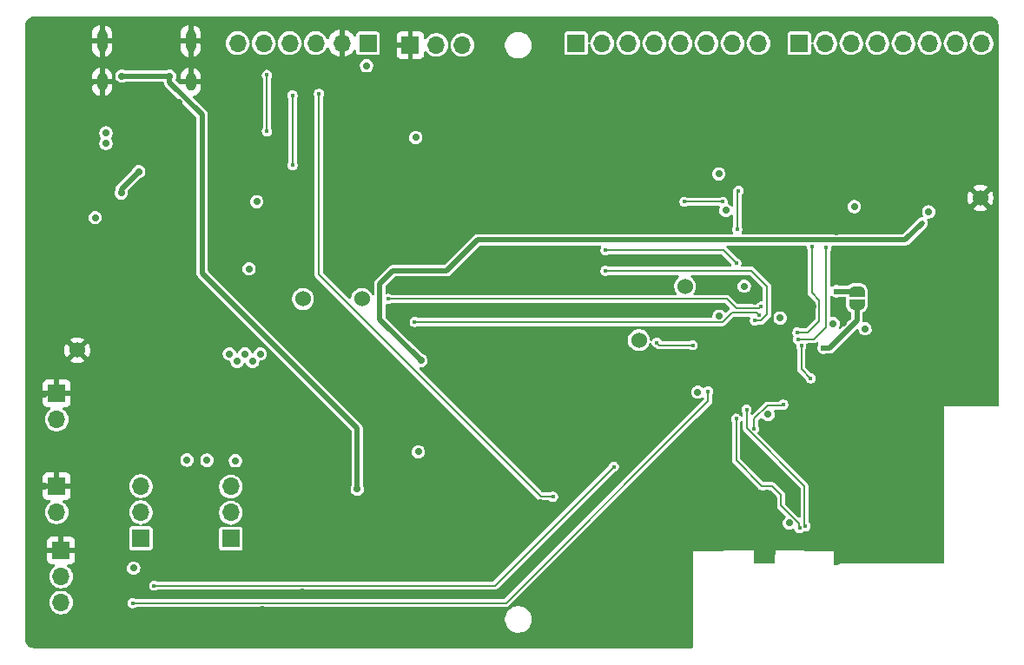
<source format=gbr>
%TF.GenerationSoftware,KiCad,Pcbnew,9.0.0*%
%TF.CreationDate,2025-05-06T12:07:41+02:00*%
%TF.ProjectId,Processing_board,50726f63-6573-4736-996e-675f626f6172,rev?*%
%TF.SameCoordinates,Original*%
%TF.FileFunction,Copper,L4,Bot*%
%TF.FilePolarity,Positive*%
%FSLAX46Y46*%
G04 Gerber Fmt 4.6, Leading zero omitted, Abs format (unit mm)*
G04 Created by KiCad (PCBNEW 9.0.0) date 2025-05-06 12:07:41*
%MOMM*%
%LPD*%
G01*
G04 APERTURE LIST*
G04 Aperture macros list*
%AMFreePoly0*
4,1,23,0.500000,-0.750000,0.000000,-0.750000,0.000000,-0.745722,-0.065263,-0.745722,-0.191342,-0.711940,-0.304381,-0.646677,-0.396677,-0.554381,-0.461940,-0.441342,-0.495722,-0.315263,-0.495722,-0.250000,-0.500000,-0.250000,-0.500000,0.250000,-0.495722,0.250000,-0.495722,0.315263,-0.461940,0.441342,-0.396677,0.554381,-0.304381,0.646677,-0.191342,0.711940,-0.065263,0.745722,0.000000,0.745722,
0.000000,0.750000,0.500000,0.750000,0.500000,-0.750000,0.500000,-0.750000,$1*%
%AMFreePoly1*
4,1,23,0.000000,0.745722,0.065263,0.745722,0.191342,0.711940,0.304381,0.646677,0.396677,0.554381,0.461940,0.441342,0.495722,0.315263,0.495722,0.250000,0.500000,0.250000,0.500000,-0.250000,0.495722,-0.250000,0.495722,-0.315263,0.461940,-0.441342,0.396677,-0.554381,0.304381,-0.646677,0.191342,-0.711940,0.065263,-0.745722,0.000000,-0.745722,0.000000,-0.750000,-0.500000,-0.750000,
-0.500000,0.750000,0.000000,0.750000,0.000000,0.745722,0.000000,0.745722,$1*%
G04 Aperture macros list end*
%TA.AperFunction,ComponentPad*%
%ADD10R,0.500000X0.900000*%
%TD*%
%TA.AperFunction,ComponentPad*%
%ADD11R,1.700000X1.700000*%
%TD*%
%TA.AperFunction,ComponentPad*%
%ADD12O,1.700000X1.700000*%
%TD*%
%TA.AperFunction,ComponentPad*%
%ADD13C,1.530000*%
%TD*%
%TA.AperFunction,ComponentPad*%
%ADD14O,1.000000X1.800000*%
%TD*%
%TA.AperFunction,ComponentPad*%
%ADD15O,1.000000X2.200000*%
%TD*%
%TA.AperFunction,SMDPad,CuDef*%
%ADD16FreePoly0,270.000000*%
%TD*%
%TA.AperFunction,SMDPad,CuDef*%
%ADD17FreePoly1,270.000000*%
%TD*%
%TA.AperFunction,ViaPad*%
%ADD18C,0.700000*%
%TD*%
%TA.AperFunction,ViaPad*%
%ADD19C,0.600000*%
%TD*%
%TA.AperFunction,ViaPad*%
%ADD20C,0.400000*%
%TD*%
%TA.AperFunction,Conductor*%
%ADD21C,0.200000*%
%TD*%
%TA.AperFunction,Conductor*%
%ADD22C,0.500000*%
%TD*%
%TA.AperFunction,Conductor*%
%ADD23C,0.150000*%
%TD*%
G04 APERTURE END LIST*
D10*
%TO.P,AE1,2,PCB_Trace*%
%TO.N,GND*%
X168250000Y-118600000D03*
%TD*%
D11*
%TO.P,J1,1,Pin_1*%
%TO.N,/ADC/CH0*%
X132640000Y-68800000D03*
D12*
%TO.P,J1,2,Pin_2*%
%TO.N,/ADC/CH1*%
X135180000Y-68800000D03*
%TO.P,J1,3,Pin_3*%
%TO.N,/ADC/CH2*%
X137720000Y-68800000D03*
%TO.P,J1,4,Pin_4*%
%TO.N,/ADC/CH3*%
X140260000Y-68800000D03*
%TO.P,J1,5,Pin_5*%
%TO.N,/ADC/CH4*%
X142800000Y-68800000D03*
%TO.P,J1,6,Pin_6*%
%TO.N,/ADC/CH5*%
X145340000Y-68800000D03*
%TO.P,J1,7,Pin_7*%
%TO.N,/ADC/CH6*%
X147880000Y-68800000D03*
%TO.P,J1,8,Pin_8*%
%TO.N,/ADC/CH7*%
X150420000Y-68800000D03*
%TD*%
D13*
%TO.P,TP1,1*%
%TO.N,GND*%
X84000000Y-98750000D03*
%TD*%
D11*
%TO.P,J4,1,Pin_1*%
%TO.N,GND*%
X82425000Y-118275000D03*
D12*
%TO.P,J4,2,Pin_2*%
%TO.N,/USART2_TX_CONN*%
X82425000Y-120815000D03*
%TO.P,J4,3,Pin_3*%
%TO.N,/USART2_RX_CONN*%
X82425000Y-123355000D03*
%TD*%
D13*
%TO.P,TP13,1*%
%TO.N,/USART1_TX*%
X111750000Y-93750000D03*
%TD*%
D14*
%TO.P,J11,SH1,SHIELD*%
%TO.N,GND*%
X95070000Y-72577500D03*
%TO.P,J11,SH2,SHIELD*%
X86430000Y-72577500D03*
D15*
%TO.P,J11,SH3,SHIELD*%
X95070000Y-68577500D03*
%TO.P,J11,SH4,SHIELD*%
X86430000Y-68577500D03*
%TD*%
D11*
%TO.P,J8,1,Pin_1*%
%TO.N,/Power switching and voltage adaptation/Pre_LDO5V*%
X90200000Y-117080000D03*
D12*
%TO.P,J8,2,Pin_2*%
%TO.N,/Power*%
X90200000Y-114540000D03*
%TO.P,J8,3,Pin_3*%
%TO.N,/Power switching and voltage adaptation/Skip_LDO5V*%
X90200000Y-112000000D03*
%TD*%
D11*
%TO.P,J2,1,Pin_1*%
%TO.N,/ADC/CH8*%
X154380000Y-68800000D03*
D12*
%TO.P,J2,2,Pin_2*%
%TO.N,/ADC/CH9*%
X156920000Y-68800000D03*
%TO.P,J2,3,Pin_3*%
%TO.N,/ADC/CH10*%
X159460000Y-68800000D03*
%TO.P,J2,4,Pin_4*%
%TO.N,/ADC/CH11*%
X162000000Y-68800000D03*
%TO.P,J2,5,Pin_5*%
%TO.N,/ADC/CH12*%
X164540000Y-68800000D03*
%TO.P,J2,6,Pin_6*%
%TO.N,/ADC/CH13*%
X167080000Y-68800000D03*
%TO.P,J2,7,Pin_7*%
%TO.N,/ADC/CH14*%
X169620000Y-68800000D03*
%TO.P,J2,8,Pin_8*%
%TO.N,/ADC/CH15*%
X172160000Y-68800000D03*
%TD*%
D11*
%TO.P,J5,1,Pin_1*%
%TO.N,GND*%
X116475000Y-68975000D03*
D12*
%TO.P,J5,2,Pin_2*%
%TO.N,/USART3_TX_CONN*%
X119015000Y-68975000D03*
%TO.P,J5,3,Pin_3*%
%TO.N,/USART3_RX_CONN*%
X121555000Y-68975000D03*
%TD*%
D13*
%TO.P,TP5,1*%
%TO.N,/SPI3_MOSI*%
X138750000Y-97750000D03*
%TD*%
D11*
%TO.P,J6,1,Pin_1*%
%TO.N,GND*%
X82000000Y-112000000D03*
D12*
%TO.P,J6,2,Pin_2*%
%TO.N,/Power*%
X82000000Y-114540000D03*
%TD*%
D13*
%TO.P,TP6,1*%
%TO.N,/SPI3_MISO*%
X143250000Y-92500000D03*
%TD*%
D11*
%TO.P,J7,1,Pin_1*%
%TO.N,GND*%
X82000000Y-102960000D03*
D12*
%TO.P,J7,2,Pin_2*%
%TO.N,/EMG_modules_1.8V*%
X82000000Y-105500000D03*
%TD*%
D13*
%TO.P,TP3,1*%
%TO.N,GND*%
X172050000Y-83900000D03*
%TD*%
D11*
%TO.P,J9,1,Pin_1*%
%TO.N,/Power switching and voltage adaptation/Post_LDO5V*%
X98975000Y-117125000D03*
D12*
%TO.P,J9,2,Pin_2*%
%TO.N,/Power switching and voltage adaptation/5V_Pre_PMOS*%
X98975000Y-114585000D03*
%TO.P,J9,3,Pin_3*%
%TO.N,/Power switching and voltage adaptation/Skip_LDO5V*%
X98975000Y-112045000D03*
%TD*%
D13*
%TO.P,TP12,1*%
%TO.N,/USART1_RX*%
X106000000Y-93750000D03*
%TD*%
D11*
%TO.P,J3,1,Pin_1*%
%TO.N,+3.3V*%
X112340000Y-68800000D03*
D12*
%TO.P,J3,2,Pin_2*%
%TO.N,GND*%
X109800000Y-68800000D03*
%TO.P,J3,3,Pin_3*%
%TO.N,/SWD_NRST*%
X107260000Y-68800000D03*
%TO.P,J3,4,Pin_4*%
%TO.N,/SWDIO*%
X104720000Y-68800000D03*
%TO.P,J3,5,Pin_5*%
%TO.N,/SWCLK*%
X102180000Y-68800000D03*
%TO.P,J3,6,Pin_6*%
%TO.N,/SWD_Traces*%
X99640000Y-68800000D03*
%TD*%
D16*
%TO.P,JP2,1,A*%
%TO.N,/VDD11*%
X160000000Y-93000000D03*
D17*
%TO.P,JP2,2,B*%
X160000000Y-94300000D03*
%TD*%
D18*
%TO.N,GND*%
X131250000Y-94750000D03*
X149025000Y-101075000D03*
X94000000Y-81540000D03*
X141750000Y-99000000D03*
X131500000Y-113000000D03*
X167000000Y-108500000D03*
X164250000Y-108000000D03*
X152125000Y-98025000D03*
X157960000Y-99410000D03*
X165000000Y-117750000D03*
X120200000Y-74000000D03*
D19*
X151865017Y-82919503D03*
D18*
X162500000Y-117250000D03*
X102050000Y-124000000D03*
X151500000Y-106000000D03*
X124750000Y-98000000D03*
X147265017Y-86144503D03*
X134500000Y-104500000D03*
X162750000Y-104750000D03*
X158000000Y-91250000D03*
X150020000Y-92500000D03*
D19*
X96095000Y-108092500D03*
D18*
X143800000Y-117350000D03*
X151500000Y-110325842D03*
X151904651Y-107780842D03*
X134750000Y-83250000D03*
X159365000Y-98110000D03*
X122750000Y-103750000D03*
X155200000Y-73200000D03*
X81480000Y-75550000D03*
X142750000Y-118750000D03*
X158299651Y-107575842D03*
X139200000Y-73200000D03*
X141600000Y-73000000D03*
X142736116Y-126906400D03*
X167000000Y-110750000D03*
X147000000Y-73200000D03*
X165000000Y-115250000D03*
X144200000Y-73200000D03*
X157860000Y-102710000D03*
X102750000Y-109375000D03*
X152600000Y-74319503D03*
X86500000Y-74050000D03*
X87000000Y-76500000D03*
X80750000Y-112000000D03*
X138750000Y-121000000D03*
X146400000Y-117400000D03*
X85600000Y-87000000D03*
X167000000Y-106250000D03*
X96250000Y-68750000D03*
X152175000Y-99975000D03*
X121750000Y-95000000D03*
X118000000Y-122500000D03*
X145250000Y-115000000D03*
X146250000Y-92250000D03*
X143000000Y-95000000D03*
X105900000Y-122300000D03*
X152500000Y-116000000D03*
D19*
X153365017Y-77819503D03*
D18*
X114750000Y-78750000D03*
D19*
X96095000Y-107092500D03*
D18*
X148500000Y-111250000D03*
X85200000Y-68600000D03*
X109800000Y-70600000D03*
X163418000Y-95673000D03*
X171200000Y-73200000D03*
X159750000Y-83750000D03*
X155250000Y-117500000D03*
X146700000Y-94500000D03*
X103500000Y-76750000D03*
X117750000Y-97500000D03*
X163750000Y-110750000D03*
X161000000Y-85250000D03*
X81480000Y-78050000D03*
X160400000Y-73200000D03*
D19*
X153515017Y-79719503D03*
D18*
X158250000Y-118500000D03*
X153000000Y-117500000D03*
X96500000Y-72500000D03*
X139750000Y-80250000D03*
X147825000Y-102200000D03*
X160250000Y-116000000D03*
X139000000Y-126000000D03*
X159750000Y-113000000D03*
X156750000Y-108500000D03*
X93000000Y-87750000D03*
X169525000Y-94716000D03*
X172500000Y-87500000D03*
X93950000Y-74610662D03*
X148025000Y-97950000D03*
X149100000Y-99175000D03*
X134225000Y-100250000D03*
X161767503Y-96527983D03*
X158000000Y-87233983D03*
X87500000Y-87750000D03*
X173200000Y-73000000D03*
X157800000Y-73200000D03*
X168400000Y-73200000D03*
X108500000Y-74500000D03*
X146000000Y-104500000D03*
X161700000Y-101300000D03*
X136600000Y-73200000D03*
D19*
X151815017Y-79869503D03*
D18*
X165800000Y-73200000D03*
X167000000Y-113000000D03*
X161400000Y-100600000D03*
X143400000Y-85200000D03*
X115500000Y-94750000D03*
X117150000Y-115000000D03*
X133250000Y-97500000D03*
X169250000Y-79250000D03*
X151150000Y-101100000D03*
X157839437Y-101129445D03*
X162500000Y-78250000D03*
X151075000Y-99200000D03*
X142780466Y-101000000D03*
X85250000Y-70250000D03*
X110000000Y-83250000D03*
X157265017Y-81869503D03*
X141000000Y-94750000D03*
X119250000Y-125500000D03*
X129000000Y-119000000D03*
D19*
X87347000Y-107002500D03*
D18*
X132750000Y-120750000D03*
X80750000Y-103000000D03*
X111500000Y-125500000D03*
X98000000Y-70250000D03*
X155395000Y-104600000D03*
X148250000Y-117500000D03*
D19*
X96488000Y-116447500D03*
D18*
X166000000Y-85250000D03*
D19*
X151865017Y-77819503D03*
D18*
X159750000Y-105500000D03*
X163000000Y-73200000D03*
X157750000Y-115750000D03*
X149270341Y-89994220D03*
X155700000Y-94510000D03*
X149600000Y-73200000D03*
X161299651Y-110625842D03*
X150250000Y-115450000D03*
X133500000Y-114250000D03*
X127000000Y-91250000D03*
X131900000Y-110900000D03*
X170500000Y-85293000D03*
X91425000Y-109350000D03*
X160250000Y-118500000D03*
X136500000Y-90000000D03*
X91250000Y-120500000D03*
X104500000Y-95000000D03*
X113590000Y-120600000D03*
X167250000Y-117750000D03*
X153500000Y-96549998D03*
X106250000Y-74500000D03*
X150075000Y-102150000D03*
X149975000Y-98075000D03*
X124250000Y-87000000D03*
X109000000Y-101500000D03*
X116250000Y-89500000D03*
X143570466Y-102770000D03*
X86250000Y-75800000D03*
X127750000Y-77000000D03*
X151250000Y-112700000D03*
X88250000Y-79000000D03*
X136500000Y-116750000D03*
X140250000Y-111000000D03*
X146565017Y-82569503D03*
X159750000Y-108500000D03*
X129150000Y-113650000D03*
X161525000Y-102310000D03*
X155299651Y-110625842D03*
X140750000Y-90000000D03*
X155000000Y-106500000D03*
X163250000Y-114300000D03*
X130600000Y-110895000D03*
X147900000Y-100000000D03*
D19*
X99988000Y-119697500D03*
D18*
X135250000Y-109250000D03*
X103500000Y-73750000D03*
X167000000Y-115250000D03*
X142750000Y-125000000D03*
X149500000Y-113800000D03*
X143000000Y-109000000D03*
X105395000Y-106020000D03*
X158700000Y-96100000D03*
X150020000Y-94000000D03*
X80800000Y-118200000D03*
X142750000Y-120750000D03*
X168250000Y-84250000D03*
X111000000Y-100500000D03*
D19*
X153765017Y-82969503D03*
D18*
X142750000Y-123000000D03*
X157860000Y-101910000D03*
X135500000Y-124750000D03*
X106250000Y-88750000D03*
X134000000Y-73200000D03*
X152100000Y-102225000D03*
X85250000Y-72750000D03*
X80750000Y-88500000D03*
X153550000Y-95700000D03*
D19*
X87347000Y-108002500D03*
D18*
X116400000Y-71200000D03*
X138750000Y-92500000D03*
X87480000Y-100020000D03*
X147750000Y-115000000D03*
X93238000Y-116447500D03*
X102800000Y-84250000D03*
X157500000Y-117000000D03*
X119500000Y-83750000D03*
X158250000Y-89000000D03*
X162500000Y-85750000D03*
D19*
X99988000Y-120697500D03*
D18*
X111750000Y-76750000D03*
X155150000Y-108750000D03*
X103500000Y-80500000D03*
X162500000Y-118500000D03*
X165500000Y-104750000D03*
X89750000Y-124750000D03*
D20*
%TO.N,/SWD_NRST*%
X107560000Y-73740000D03*
X130380000Y-113030000D03*
D18*
%TO.N,+3.3V*%
X100750000Y-90800000D03*
X146575000Y-95400000D03*
X101090000Y-99850000D03*
X146540015Y-81539504D03*
X86795000Y-77550000D03*
X157695000Y-96160000D03*
X147240017Y-85119503D03*
X101500000Y-84250000D03*
X90000000Y-81320000D03*
X99590000Y-99850000D03*
X99425000Y-109525000D03*
X153400000Y-115600000D03*
X159750000Y-84750000D03*
X144500000Y-102829017D03*
X112200000Y-71000000D03*
X98840000Y-99100000D03*
X89500000Y-120000000D03*
X151350000Y-105000000D03*
X94700000Y-109450000D03*
X96650000Y-109475000D03*
X149020000Y-92500000D03*
X88285000Y-83400000D03*
X117250000Y-108650000D03*
X86795000Y-78550000D03*
X85750000Y-85800000D03*
X100340000Y-99100000D03*
X101840000Y-99100000D03*
X117000000Y-78000000D03*
X160818000Y-96648000D03*
X152527839Y-95600000D03*
%TO.N,+5V*%
X117500000Y-99750000D03*
X167000000Y-85250000D03*
D19*
%TO.N,/VDD11*%
X156750000Y-98500000D03*
D20*
X154579000Y-98321000D03*
D19*
X158000000Y-93000000D03*
D20*
X155500000Y-101500000D03*
%TO.N,/SWDIO*%
X105000000Y-73900000D03*
X105000000Y-80700000D03*
%TO.N,/SWCLK*%
X102500000Y-71900000D03*
X102500000Y-77400000D03*
%TO.N,/USART2_RX*%
X145500000Y-102750000D03*
X89400000Y-123400000D03*
%TO.N,/USART2_TX*%
X91500000Y-121700000D03*
X136300000Y-110100000D03*
%TO.N,/USART3_RX*%
X148250000Y-90250000D03*
X135500000Y-89000000D03*
%TO.N,/USART3_TX*%
X150068319Y-95839309D03*
X135500000Y-91000000D03*
%TO.N,Net-(U1-NRST)*%
X150000000Y-106400000D03*
X152823775Y-104050000D03*
D18*
%TO.N,/USB-C circuit/USB_VBUS*%
X88350000Y-72000000D03*
X111295000Y-112295000D03*
X93000000Y-72000000D03*
D20*
%TO.N,/ANT_LOGIC_1*%
X155000000Y-115900000D03*
X149249684Y-104543209D03*
%TO.N,/USART1_RX*%
X116900000Y-96001000D03*
X150453955Y-95351469D03*
%TO.N,/USART1_TX*%
X114300000Y-93750000D03*
X150654362Y-94499294D03*
%TO.N,/ANT_LOGIC_2*%
X148233496Y-105432131D03*
X154417600Y-116095207D03*
%TO.N,/SPI3_MOSI*%
X144000000Y-98250000D03*
X143200000Y-84275000D03*
X146900000Y-84275000D03*
X140500000Y-98000000D03*
%TO.N,/SPI3_SCK*%
X148465103Y-83178803D03*
X148345000Y-86970000D03*
%TO.N,/ADC_GPIO2*%
X154202859Y-97000000D03*
X155615017Y-88634983D03*
%TO.N,/ADC_GPIO3*%
X157000000Y-88750000D03*
X154240380Y-97671000D03*
%TD*%
D21*
%TO.N,/SWD_NRST*%
X129199000Y-112999000D02*
X130349000Y-112999000D01*
X130349000Y-112999000D02*
X130380000Y-113030000D01*
X107560000Y-73740000D02*
X107560000Y-91360000D01*
X107560000Y-91360000D02*
X129199000Y-112999000D01*
D22*
%TO.N,+3.3V*%
X88285000Y-83035000D02*
X88285000Y-83400000D01*
X90000000Y-81320000D02*
X88285000Y-83035000D01*
%TO.N,+5V*%
X113500000Y-95750000D02*
X117500000Y-99750000D01*
X164682017Y-87983983D02*
X123016017Y-87983983D01*
X123016017Y-87983983D02*
X120000000Y-91000000D01*
X120000000Y-91000000D02*
X114750000Y-91000000D01*
X166350000Y-86316000D02*
X164682017Y-87983983D01*
X113500000Y-92250000D02*
X113500000Y-95750000D01*
X114750000Y-91000000D02*
X113500000Y-92250000D01*
D21*
%TO.N,/VDD11*%
X157149943Y-98500000D02*
X159500000Y-96149943D01*
D22*
X157362075Y-98500000D02*
X156750000Y-98500000D01*
D21*
X156750000Y-98500000D02*
X157149943Y-98500000D01*
D22*
X160000000Y-95862075D02*
X157362075Y-98500000D01*
X158000000Y-93000000D02*
X160000000Y-93000000D01*
D21*
X155500000Y-101500000D02*
X154579000Y-100579000D01*
D22*
X160000000Y-94300000D02*
X160000000Y-95862075D01*
D21*
X154579000Y-100579000D02*
X154579000Y-98321000D01*
%TO.N,/SWDIO*%
X105000000Y-80700000D02*
X105000000Y-73900000D01*
%TO.N,/SWCLK*%
X102500000Y-77400000D02*
X102500000Y-71900000D01*
%TO.N,/USART2_RX*%
X125800000Y-123400000D02*
X89400000Y-123400000D01*
X145500000Y-102750000D02*
X145500000Y-103700000D01*
X145500000Y-103700000D02*
X125800000Y-123400000D01*
%TO.N,/USART2_TX*%
X91500000Y-121700000D02*
X124700000Y-121700000D01*
X124700000Y-121700000D02*
X136300000Y-110100000D01*
%TO.N,/USART3_RX*%
X135500000Y-89000000D02*
X147000000Y-89000000D01*
X147000000Y-89000000D02*
X148250000Y-90250000D01*
%TO.N,/USART3_TX*%
X150233274Y-95839309D02*
X150068319Y-95839309D01*
X135500000Y-91000000D02*
X149750000Y-91000000D01*
X151250000Y-95263945D02*
X150661476Y-95852469D01*
X151250000Y-92500000D02*
X151250000Y-95263945D01*
X150246434Y-95852469D02*
X150233274Y-95839309D01*
X149750000Y-91000000D02*
X151250000Y-92500000D01*
X150661476Y-95852469D02*
X150246434Y-95852469D01*
%TO.N,Net-(U1-NRST)*%
X152724022Y-104149753D02*
X151279593Y-104149753D01*
X151279593Y-104149753D02*
X150000000Y-105429346D01*
X150000000Y-105429346D02*
X150000000Y-106400000D01*
X152823775Y-104050000D02*
X152724022Y-104149753D01*
D22*
%TO.N,/USB-C circuit/USB_VBUS*%
X93000000Y-72600000D02*
X96200000Y-75800000D01*
X93000000Y-72000000D02*
X88350000Y-72000000D01*
X96200000Y-75800000D02*
X96200000Y-91249000D01*
X96200000Y-91249000D02*
X111295000Y-106344000D01*
X111295000Y-106344000D02*
X111295000Y-112295000D01*
X93000000Y-72000000D02*
X93000000Y-72600000D01*
D23*
%TO.N,/ANT_LOGIC_1*%
X154890000Y-111963166D02*
X149260000Y-106333166D01*
X149260000Y-104553525D02*
X149249684Y-104543209D01*
X155000000Y-115900000D02*
X154890000Y-115790000D01*
X149260000Y-106333166D02*
X149260000Y-104553525D01*
X154890000Y-115790000D02*
X154890000Y-111963166D01*
D21*
%TO.N,/USART1_RX*%
X146894654Y-96001000D02*
X147815308Y-95080346D01*
X147815308Y-95080346D02*
X150182832Y-95080346D01*
X116900000Y-96001000D02*
X146894654Y-96001000D01*
X150182832Y-95080346D02*
X150453955Y-95351469D01*
%TO.N,/USART1_TX*%
X150502656Y-94651000D02*
X150654362Y-94499294D01*
X148244654Y-94651000D02*
X150502656Y-94651000D01*
X147343654Y-93750000D02*
X148244654Y-94651000D01*
X114300000Y-93750000D02*
X147343654Y-93750000D01*
%TO.N,/ANT_LOGIC_2*%
X150750000Y-112000000D02*
X151750000Y-112000000D01*
X148233496Y-109483496D02*
X150735327Y-111985327D01*
X152610327Y-112860327D02*
X152610327Y-113889673D01*
X152610327Y-113889673D02*
X154389000Y-115668346D01*
X154389000Y-115668346D02*
X154389000Y-116095207D01*
X148233496Y-105432131D02*
X148233496Y-109483496D01*
X151750000Y-112000000D02*
X152610327Y-112860327D01*
%TO.N,/SPI3_MOSI*%
X140500000Y-98000000D02*
X140750000Y-98250000D01*
X140750000Y-98250000D02*
X144000000Y-98250000D01*
X143200000Y-84275000D02*
X146900000Y-84275000D01*
%TO.N,/SPI3_SCK*%
X148423906Y-83220000D02*
X148465103Y-83178803D01*
X148345000Y-86970000D02*
X148345000Y-83220000D01*
X148345000Y-83220000D02*
X148423906Y-83220000D01*
%TO.N,/ADC_GPIO2*%
X156351000Y-95899000D02*
X156351000Y-93851000D01*
X156351000Y-93851000D02*
X155615017Y-93115017D01*
X154202859Y-97000000D02*
X155250000Y-97000000D01*
X155250000Y-97000000D02*
X156351000Y-95899000D01*
X155615017Y-93115017D02*
X155615017Y-88634983D01*
%TO.N,/ADC_GPIO3*%
X157000000Y-96500000D02*
X157000000Y-94250000D01*
X155829000Y-97671000D02*
X157000000Y-96500000D01*
X157000000Y-94250000D02*
X157000000Y-89000000D01*
X157000000Y-89000000D02*
X157000000Y-88750000D01*
X154240380Y-97671000D02*
X155829000Y-97671000D01*
%TD*%
%TA.AperFunction,Conductor*%
%TO.N,GND*%
G36*
X148837152Y-105670863D02*
G01*
X148877680Y-105727777D01*
X148884500Y-105768333D01*
X148884500Y-106382601D01*
X148910090Y-106478104D01*
X148910091Y-106478105D01*
X148910091Y-106478106D01*
X148959526Y-106563729D01*
X154478181Y-112082384D01*
X154511666Y-112143707D01*
X154514500Y-112170065D01*
X154514500Y-114928091D01*
X154494815Y-114995130D01*
X154442011Y-115040885D01*
X154372853Y-115050829D01*
X154309297Y-115021804D01*
X154302819Y-115015772D01*
X153047146Y-113760099D01*
X153013661Y-113698776D01*
X153010827Y-113672418D01*
X153010827Y-112807603D01*
X153010826Y-112807596D01*
X152996571Y-112754394D01*
X152983534Y-112705739D01*
X152930807Y-112614414D01*
X151995913Y-111679520D01*
X151950250Y-111653156D01*
X151904589Y-111626793D01*
X151853657Y-111613146D01*
X151802727Y-111599500D01*
X151802726Y-111599500D01*
X150967255Y-111599500D01*
X150900216Y-111579815D01*
X150879574Y-111563181D01*
X148670315Y-109353922D01*
X148636830Y-109292599D01*
X148633996Y-109266241D01*
X148633996Y-105772670D01*
X148638146Y-105757179D01*
X148637492Y-105743435D01*
X148650607Y-105710673D01*
X148653114Y-105706330D01*
X148703681Y-105658117D01*
X148772288Y-105644895D01*
X148837152Y-105670863D01*
G37*
%TD.AperFunction*%
%TA.AperFunction,Conductor*%
G36*
X157528814Y-93428276D02*
G01*
X157542147Y-93426360D01*
X157562290Y-93435559D01*
X157583927Y-93440266D01*
X157601652Y-93453534D01*
X157605703Y-93455385D01*
X157612181Y-93461417D01*
X157631284Y-93480520D01*
X157631286Y-93480521D01*
X157631290Y-93480524D01*
X157752494Y-93550500D01*
X157768216Y-93559577D01*
X157920943Y-93600500D01*
X157920945Y-93600500D01*
X158079055Y-93600500D01*
X158079057Y-93600500D01*
X158231784Y-93559577D01*
X158231785Y-93559576D01*
X158239635Y-93557473D01*
X158239820Y-93558165D01*
X158278363Y-93550500D01*
X158841813Y-93550500D01*
X158908852Y-93570185D01*
X158954607Y-93622989D01*
X158964551Y-93692147D01*
X158963701Y-93697286D01*
X158944500Y-93799995D01*
X158944500Y-94365833D01*
X158954909Y-94444893D01*
X158988986Y-94572067D01*
X159019499Y-94645734D01*
X159019507Y-94645750D01*
X159085325Y-94759749D01*
X159085337Y-94759767D01*
X159133880Y-94823028D01*
X159133888Y-94823037D01*
X159226963Y-94916112D01*
X159226971Y-94916119D01*
X159290232Y-94964662D01*
X159290235Y-94964664D01*
X159290243Y-94964670D01*
X159387500Y-95020821D01*
X159435715Y-95071388D01*
X159449500Y-95128208D01*
X159449500Y-95582688D01*
X159440855Y-95612128D01*
X159434332Y-95642115D01*
X159430577Y-95647130D01*
X159429815Y-95649727D01*
X159413181Y-95670369D01*
X159254087Y-95829463D01*
X158467604Y-96615945D01*
X158406281Y-96649430D01*
X158336589Y-96644446D01*
X158280656Y-96602574D01*
X158256239Y-96537110D01*
X158269678Y-96473980D01*
X158269134Y-96473755D01*
X158270354Y-96470809D01*
X158270568Y-96469805D01*
X158271459Y-96468134D01*
X158271465Y-96468127D01*
X158320501Y-96349744D01*
X158336447Y-96269582D01*
X158345500Y-96224071D01*
X158345500Y-96095928D01*
X158320502Y-95970261D01*
X158320501Y-95970260D01*
X158320501Y-95970256D01*
X158271465Y-95851873D01*
X158271464Y-95851872D01*
X158271461Y-95851866D01*
X158200276Y-95745331D01*
X158200273Y-95745327D01*
X158109672Y-95654726D01*
X158109668Y-95654723D01*
X158003133Y-95583538D01*
X158003124Y-95583533D01*
X157884744Y-95534499D01*
X157884738Y-95534497D01*
X157759071Y-95509500D01*
X157759069Y-95509500D01*
X157630931Y-95509500D01*
X157630928Y-95509500D01*
X157548691Y-95525858D01*
X157479100Y-95519631D01*
X157423922Y-95476768D01*
X157400678Y-95410878D01*
X157400500Y-95404241D01*
X157400500Y-93549098D01*
X157406738Y-93527852D01*
X157408318Y-93505764D01*
X157416390Y-93494980D01*
X157420185Y-93482059D01*
X157436918Y-93467559D01*
X157450190Y-93449831D01*
X157462810Y-93445123D01*
X157472989Y-93436304D01*
X157494906Y-93433152D01*
X157515654Y-93425414D01*
X157528814Y-93428276D01*
G37*
%TD.AperFunction*%
%TA.AperFunction,Conductor*%
G36*
X149599784Y-91420185D02*
G01*
X149620426Y-91436819D01*
X150813181Y-92629574D01*
X150846666Y-92690897D01*
X150849500Y-92717255D01*
X150849500Y-93874794D01*
X150829815Y-93941833D01*
X150777011Y-93987588D01*
X150725500Y-93998794D01*
X150588470Y-93998794D01*
X150461174Y-94032902D01*
X150347048Y-94098794D01*
X150347045Y-94098796D01*
X150253864Y-94191977D01*
X150248914Y-94198429D01*
X150246999Y-94196960D01*
X150205299Y-94236718D01*
X150148484Y-94250500D01*
X148461909Y-94250500D01*
X148394870Y-94230815D01*
X148374228Y-94214181D01*
X147589569Y-93429522D01*
X147589567Y-93429520D01*
X147543904Y-93403156D01*
X147498243Y-93376793D01*
X147439039Y-93360930D01*
X147396381Y-93349500D01*
X147396380Y-93349500D01*
X144195836Y-93349500D01*
X144128797Y-93329815D01*
X144083042Y-93277011D01*
X144073098Y-93207853D01*
X144092733Y-93156610D01*
X144113520Y-93125500D01*
X144194233Y-93004703D01*
X144274553Y-92810795D01*
X144291530Y-92725445D01*
X144315500Y-92604945D01*
X144315500Y-92564071D01*
X148369499Y-92564071D01*
X148394497Y-92689738D01*
X148394499Y-92689744D01*
X148443533Y-92808124D01*
X148443538Y-92808133D01*
X148514723Y-92914668D01*
X148514726Y-92914672D01*
X148605327Y-93005273D01*
X148605331Y-93005276D01*
X148711866Y-93076461D01*
X148711872Y-93076464D01*
X148711873Y-93076465D01*
X148830256Y-93125501D01*
X148830260Y-93125501D01*
X148830261Y-93125502D01*
X148955928Y-93150500D01*
X148955931Y-93150500D01*
X149084071Y-93150500D01*
X149168615Y-93133682D01*
X149209744Y-93125501D01*
X149328127Y-93076465D01*
X149434669Y-93005276D01*
X149525276Y-92914669D01*
X149596465Y-92808127D01*
X149645501Y-92689744D01*
X149662369Y-92604945D01*
X149670500Y-92564071D01*
X149670500Y-92435928D01*
X149645502Y-92310261D01*
X149645501Y-92310260D01*
X149645501Y-92310256D01*
X149596465Y-92191873D01*
X149596464Y-92191872D01*
X149596461Y-92191866D01*
X149525276Y-92085331D01*
X149525273Y-92085327D01*
X149434672Y-91994726D01*
X149434668Y-91994723D01*
X149328133Y-91923538D01*
X149328124Y-91923533D01*
X149209744Y-91874499D01*
X149209738Y-91874497D01*
X149084071Y-91849500D01*
X149084069Y-91849500D01*
X148955931Y-91849500D01*
X148955929Y-91849500D01*
X148830261Y-91874497D01*
X148830255Y-91874499D01*
X148711875Y-91923533D01*
X148711866Y-91923538D01*
X148605331Y-91994723D01*
X148605327Y-91994726D01*
X148514726Y-92085327D01*
X148514723Y-92085331D01*
X148443538Y-92191866D01*
X148443533Y-92191875D01*
X148394499Y-92310255D01*
X148394497Y-92310261D01*
X148369500Y-92435928D01*
X148369500Y-92435931D01*
X148369500Y-92564069D01*
X148369500Y-92564071D01*
X148369499Y-92564071D01*
X144315500Y-92564071D01*
X144315500Y-92395054D01*
X144274554Y-92189210D01*
X144274553Y-92189209D01*
X144274553Y-92189205D01*
X144231525Y-92085327D01*
X144194234Y-91995298D01*
X144077626Y-91820781D01*
X143929219Y-91672374D01*
X143929211Y-91672368D01*
X143862214Y-91627602D01*
X143817408Y-91573990D01*
X143808701Y-91504665D01*
X143838855Y-91441638D01*
X143898298Y-91404918D01*
X143931104Y-91400500D01*
X149532745Y-91400500D01*
X149599784Y-91420185D01*
G37*
%TD.AperFunction*%
%TA.AperFunction,Conductor*%
G36*
X135043103Y-88554168D02*
G01*
X135088858Y-88606972D01*
X135098802Y-88676130D01*
X135083451Y-88720483D01*
X135033609Y-88806810D01*
X135033609Y-88806811D01*
X134999500Y-88934108D01*
X134999500Y-89065891D01*
X135033608Y-89193187D01*
X135066554Y-89250250D01*
X135099500Y-89307314D01*
X135192686Y-89400500D01*
X135291521Y-89457563D01*
X135306810Y-89466390D01*
X135306814Y-89466392D01*
X135434108Y-89500500D01*
X135434110Y-89500500D01*
X135565890Y-89500500D01*
X135565892Y-89500500D01*
X135693186Y-89466392D01*
X135778540Y-89417113D01*
X135840540Y-89400500D01*
X146782745Y-89400500D01*
X146849784Y-89420185D01*
X146870426Y-89436819D01*
X147726005Y-90292398D01*
X147734021Y-90306282D01*
X147744205Y-90315540D01*
X147758098Y-90347984D01*
X147783667Y-90443405D01*
X147782005Y-90513255D01*
X147742844Y-90571118D01*
X147678615Y-90598623D01*
X147663893Y-90599500D01*
X135840540Y-90599500D01*
X135778540Y-90582887D01*
X135693188Y-90533609D01*
X135693187Y-90533608D01*
X135693186Y-90533608D01*
X135565892Y-90499500D01*
X135434108Y-90499500D01*
X135306812Y-90533608D01*
X135192686Y-90599500D01*
X135192683Y-90599502D01*
X135099502Y-90692683D01*
X135099500Y-90692686D01*
X135033608Y-90806812D01*
X134999500Y-90934108D01*
X134999500Y-91065891D01*
X135033608Y-91193187D01*
X135066554Y-91250250D01*
X135099500Y-91307314D01*
X135192686Y-91400500D01*
X135291521Y-91457563D01*
X135306810Y-91466390D01*
X135306814Y-91466392D01*
X135434108Y-91500500D01*
X135434110Y-91500500D01*
X135565890Y-91500500D01*
X135565892Y-91500500D01*
X135693186Y-91466392D01*
X135744408Y-91436819D01*
X135778540Y-91417113D01*
X135840540Y-91400500D01*
X142568896Y-91400500D01*
X142635935Y-91420185D01*
X142681690Y-91472989D01*
X142691634Y-91542147D01*
X142662609Y-91605703D01*
X142637786Y-91627602D01*
X142570788Y-91672368D01*
X142570780Y-91672374D01*
X142422373Y-91820781D01*
X142305765Y-91995298D01*
X142225447Y-92189204D01*
X142225445Y-92189210D01*
X142184500Y-92395054D01*
X142184500Y-92395057D01*
X142184500Y-92604943D01*
X142184500Y-92604945D01*
X142184499Y-92604945D01*
X142225445Y-92810789D01*
X142225447Y-92810795D01*
X142271664Y-92922373D01*
X142305767Y-93004703D01*
X142353717Y-93076466D01*
X142407267Y-93156610D01*
X142428144Y-93223287D01*
X142409659Y-93290667D01*
X142357680Y-93337357D01*
X142304164Y-93349500D01*
X114640540Y-93349500D01*
X114578540Y-93332887D01*
X114493188Y-93283609D01*
X114493187Y-93283608D01*
X114493186Y-93283608D01*
X114365892Y-93249500D01*
X114234108Y-93249500D01*
X114206590Y-93256873D01*
X114136740Y-93255208D01*
X114078879Y-93216044D01*
X114051377Y-93151815D01*
X114050500Y-93137097D01*
X114050500Y-92529387D01*
X114070185Y-92462348D01*
X114086819Y-92441706D01*
X114941706Y-91586819D01*
X115003029Y-91553334D01*
X115029387Y-91550500D01*
X120072472Y-91550500D01*
X120072474Y-91550500D01*
X120072475Y-91550500D01*
X120212485Y-91512984D01*
X120234108Y-91500500D01*
X120338015Y-91440510D01*
X123207723Y-88570802D01*
X123269046Y-88537317D01*
X123295404Y-88534483D01*
X134976064Y-88534483D01*
X135043103Y-88554168D01*
G37*
%TD.AperFunction*%
%TA.AperFunction,Conductor*%
G36*
X173006061Y-66201097D02*
G01*
X173016051Y-66202080D01*
X173143824Y-66214665D01*
X173167652Y-66219404D01*
X173294277Y-66257815D01*
X173316725Y-66267114D01*
X173433406Y-66329482D01*
X173453616Y-66342986D01*
X173555891Y-66426920D01*
X173573079Y-66444108D01*
X173657012Y-66546381D01*
X173670517Y-66566593D01*
X173732883Y-66683271D01*
X173742186Y-66705728D01*
X173780593Y-66832338D01*
X173785335Y-66856180D01*
X173798903Y-66993938D01*
X173799500Y-67006092D01*
X173799500Y-104126000D01*
X173779815Y-104193039D01*
X173727011Y-104238794D01*
X173675500Y-104250000D01*
X168500000Y-104250000D01*
X168500000Y-119425500D01*
X168480315Y-119492539D01*
X168427511Y-119538294D01*
X168376000Y-119549500D01*
X158655514Y-119549500D01*
X158468881Y-119579059D01*
X158289163Y-119637454D01*
X158120798Y-119723241D01*
X158116567Y-119726316D01*
X158096520Y-119733469D01*
X158078614Y-119744977D01*
X158054592Y-119748430D01*
X158050761Y-119749798D01*
X158043679Y-119750000D01*
X157874000Y-119750000D01*
X157806961Y-119730315D01*
X157761206Y-119677511D01*
X157750000Y-119626000D01*
X157750000Y-118328742D01*
X157749999Y-118328741D01*
X152050000Y-118293741D01*
X152049999Y-118293742D01*
X152028725Y-119111897D01*
X152020375Y-119433042D01*
X152020291Y-119436265D01*
X151998871Y-119502770D01*
X151944895Y-119547137D01*
X151896333Y-119557042D01*
X150074000Y-119557042D01*
X150006961Y-119537357D01*
X149961206Y-119484553D01*
X149950000Y-119433042D01*
X149950000Y-118293742D01*
X149949999Y-118293742D01*
X144000000Y-118328742D01*
X144000000Y-127675500D01*
X143980315Y-127742539D01*
X143927511Y-127788294D01*
X143876000Y-127799500D01*
X79756092Y-127799500D01*
X79743938Y-127798903D01*
X79606180Y-127785335D01*
X79582340Y-127780593D01*
X79455728Y-127742186D01*
X79433271Y-127732883D01*
X79316593Y-127670517D01*
X79296381Y-127657012D01*
X79194108Y-127573079D01*
X79176920Y-127555891D01*
X79092986Y-127453616D01*
X79079482Y-127433406D01*
X79017116Y-127316728D01*
X79007815Y-127294277D01*
X78969404Y-127167652D01*
X78964665Y-127143824D01*
X78951097Y-127006060D01*
X78950500Y-126993907D01*
X78950500Y-124897648D01*
X125699500Y-124897648D01*
X125699500Y-125102351D01*
X125731522Y-125304534D01*
X125794781Y-125499223D01*
X125887715Y-125681613D01*
X126008028Y-125847213D01*
X126152786Y-125991971D01*
X126307749Y-126104556D01*
X126318390Y-126112287D01*
X126434607Y-126171503D01*
X126500776Y-126205218D01*
X126500778Y-126205218D01*
X126500781Y-126205220D01*
X126605137Y-126239127D01*
X126695465Y-126268477D01*
X126796557Y-126284488D01*
X126897648Y-126300500D01*
X126897649Y-126300500D01*
X127102351Y-126300500D01*
X127102352Y-126300500D01*
X127304534Y-126268477D01*
X127499219Y-126205220D01*
X127681610Y-126112287D01*
X127774590Y-126044732D01*
X127847213Y-125991971D01*
X127847215Y-125991968D01*
X127847219Y-125991966D01*
X127991966Y-125847219D01*
X127991968Y-125847215D01*
X127991971Y-125847213D01*
X128044732Y-125774590D01*
X128112287Y-125681610D01*
X128205220Y-125499219D01*
X128268477Y-125304534D01*
X128300500Y-125102352D01*
X128300500Y-124897648D01*
X128268477Y-124695466D01*
X128205220Y-124500781D01*
X128205218Y-124500778D01*
X128205218Y-124500776D01*
X128171503Y-124434607D01*
X128112287Y-124318390D01*
X128104556Y-124307749D01*
X127991971Y-124152786D01*
X127847213Y-124008028D01*
X127681613Y-123887715D01*
X127681612Y-123887714D01*
X127681610Y-123887713D01*
X127624653Y-123858691D01*
X127499223Y-123794781D01*
X127304534Y-123731522D01*
X127129995Y-123703878D01*
X127102352Y-123699500D01*
X126897648Y-123699500D01*
X126873329Y-123703351D01*
X126695465Y-123731522D01*
X126500776Y-123794781D01*
X126318386Y-123887715D01*
X126152786Y-124008028D01*
X126008028Y-124152786D01*
X125887715Y-124318386D01*
X125794781Y-124500776D01*
X125731522Y-124695465D01*
X125699500Y-124897648D01*
X78950500Y-124897648D01*
X78950500Y-117377155D01*
X81075000Y-117377155D01*
X81075000Y-118025000D01*
X81991988Y-118025000D01*
X81959075Y-118082007D01*
X81925000Y-118209174D01*
X81925000Y-118340826D01*
X81959075Y-118467993D01*
X81991988Y-118525000D01*
X81075000Y-118525000D01*
X81075000Y-119172844D01*
X81081401Y-119232372D01*
X81081403Y-119232379D01*
X81131645Y-119367086D01*
X81131649Y-119367093D01*
X81217809Y-119482187D01*
X81217812Y-119482190D01*
X81332906Y-119568350D01*
X81332913Y-119568354D01*
X81467620Y-119618596D01*
X81467627Y-119618598D01*
X81527155Y-119624999D01*
X81527172Y-119625000D01*
X81723913Y-119625000D01*
X81790952Y-119644685D01*
X81836707Y-119697489D01*
X81846651Y-119766647D01*
X81817626Y-119830203D01*
X81796798Y-119849318D01*
X81675504Y-119937441D01*
X81547445Y-120065500D01*
X81547441Y-120065505D01*
X81441006Y-120212002D01*
X81358788Y-120373360D01*
X81358787Y-120373363D01*
X81302829Y-120545589D01*
X81274500Y-120724448D01*
X81274500Y-120905551D01*
X81302829Y-121084410D01*
X81358787Y-121256636D01*
X81358788Y-121256639D01*
X81414664Y-121366300D01*
X81428107Y-121392683D01*
X81441006Y-121417997D01*
X81547441Y-121564494D01*
X81547445Y-121564499D01*
X81675500Y-121692554D01*
X81675505Y-121692558D01*
X81776442Y-121765892D01*
X81822006Y-121798996D01*
X81927484Y-121852740D01*
X81983360Y-121881211D01*
X81983363Y-121881212D01*
X82069476Y-121909191D01*
X82155591Y-121937171D01*
X82228639Y-121948740D01*
X82315678Y-121962527D01*
X82378813Y-121992456D01*
X82415744Y-122051768D01*
X82414746Y-122121631D01*
X82376136Y-122179863D01*
X82315678Y-122207473D01*
X82155589Y-122232829D01*
X81983363Y-122288787D01*
X81983360Y-122288788D01*
X81822002Y-122371006D01*
X81675505Y-122477441D01*
X81675500Y-122477445D01*
X81547445Y-122605500D01*
X81547441Y-122605505D01*
X81441006Y-122752002D01*
X81358788Y-122913360D01*
X81358787Y-122913363D01*
X81302829Y-123085589D01*
X81274500Y-123264448D01*
X81274500Y-123445551D01*
X81302829Y-123624410D01*
X81358787Y-123796636D01*
X81358788Y-123796639D01*
X81441006Y-123957997D01*
X81547441Y-124104494D01*
X81547445Y-124104499D01*
X81675500Y-124232554D01*
X81675505Y-124232558D01*
X81793639Y-124318386D01*
X81822006Y-124338996D01*
X81927484Y-124392740D01*
X81983360Y-124421211D01*
X81983363Y-124421212D01*
X82069476Y-124449191D01*
X82155591Y-124477171D01*
X82238429Y-124490291D01*
X82334449Y-124505500D01*
X82334454Y-124505500D01*
X82515551Y-124505500D01*
X82602259Y-124491765D01*
X82694409Y-124477171D01*
X82866639Y-124421211D01*
X83027994Y-124338996D01*
X83174501Y-124232553D01*
X83302553Y-124104501D01*
X83408996Y-123957994D01*
X83491211Y-123796639D01*
X83547171Y-123624409D01*
X83572278Y-123465891D01*
X83575500Y-123445551D01*
X83575500Y-123334108D01*
X88899500Y-123334108D01*
X88899500Y-123465891D01*
X88933608Y-123593187D01*
X88951635Y-123624410D01*
X88999500Y-123707314D01*
X89092686Y-123800500D01*
X89191521Y-123857563D01*
X89206810Y-123866390D01*
X89206814Y-123866392D01*
X89334108Y-123900500D01*
X89334110Y-123900500D01*
X89465890Y-123900500D01*
X89465892Y-123900500D01*
X89593186Y-123866392D01*
X89678540Y-123817113D01*
X89740540Y-123800500D01*
X125852725Y-123800500D01*
X125852727Y-123800500D01*
X125954588Y-123773207D01*
X126045913Y-123720480D01*
X144400154Y-105366239D01*
X147732996Y-105366239D01*
X147732996Y-105498023D01*
X147767104Y-105625317D01*
X147816383Y-105710671D01*
X147832996Y-105772670D01*
X147832996Y-109536222D01*
X147860289Y-109638085D01*
X147861247Y-109639744D01*
X147913016Y-109729409D01*
X150429520Y-112245913D01*
X150504087Y-112320480D01*
X150595413Y-112373207D01*
X150697273Y-112400500D01*
X151532745Y-112400500D01*
X151599784Y-112420185D01*
X151620426Y-112436819D01*
X152173508Y-112989901D01*
X152206993Y-113051224D01*
X152209827Y-113077582D01*
X152209827Y-113942399D01*
X152237120Y-114044262D01*
X152263483Y-114089923D01*
X152289847Y-114135586D01*
X152289849Y-114135588D01*
X153036540Y-114882279D01*
X153070025Y-114943602D01*
X153065041Y-115013294D01*
X153023169Y-115069227D01*
X153017750Y-115073062D01*
X152985331Y-115094723D01*
X152985327Y-115094726D01*
X152894726Y-115185327D01*
X152894723Y-115185331D01*
X152823538Y-115291866D01*
X152823533Y-115291875D01*
X152774499Y-115410255D01*
X152774497Y-115410261D01*
X152749500Y-115535928D01*
X152749500Y-115535931D01*
X152749500Y-115664069D01*
X152749500Y-115664071D01*
X152749499Y-115664071D01*
X152774497Y-115789738D01*
X152774499Y-115789744D01*
X152823533Y-115908124D01*
X152823538Y-115908133D01*
X152894723Y-116014668D01*
X152894726Y-116014672D01*
X152985327Y-116105273D01*
X152985331Y-116105276D01*
X153091866Y-116176461D01*
X153091875Y-116176466D01*
X153112823Y-116185143D01*
X153210256Y-116225501D01*
X153210260Y-116225501D01*
X153210261Y-116225502D01*
X153335928Y-116250500D01*
X153335931Y-116250500D01*
X153464071Y-116250500D01*
X153548615Y-116233682D01*
X153589744Y-116225501D01*
X153708127Y-116176465D01*
X153744980Y-116151840D01*
X153811655Y-116130962D01*
X153879036Y-116149445D01*
X153925727Y-116201423D01*
X153933644Y-116222846D01*
X153934357Y-116225502D01*
X153951208Y-116288394D01*
X153958196Y-116300497D01*
X154017100Y-116402521D01*
X154110286Y-116495707D01*
X154224414Y-116561599D01*
X154351708Y-116595707D01*
X154351710Y-116595707D01*
X154483490Y-116595707D01*
X154483492Y-116595707D01*
X154610786Y-116561599D01*
X154724914Y-116495707D01*
X154793587Y-116427034D01*
X154854910Y-116393549D01*
X154913361Y-116394940D01*
X154934108Y-116400500D01*
X154934110Y-116400500D01*
X155065890Y-116400500D01*
X155065892Y-116400500D01*
X155193186Y-116366392D01*
X155307314Y-116300500D01*
X155400500Y-116207314D01*
X155466392Y-116093186D01*
X155500500Y-115965892D01*
X155500500Y-115834108D01*
X155466392Y-115706814D01*
X155400500Y-115592686D01*
X155307314Y-115499500D01*
X155307313Y-115499499D01*
X155301818Y-115494004D01*
X155268334Y-115432681D01*
X155265500Y-115406323D01*
X155265500Y-111913732D01*
X155265500Y-111913731D01*
X155256550Y-111880331D01*
X155247194Y-111845412D01*
X155239910Y-111818228D01*
X155190475Y-111732604D01*
X155120562Y-111662691D01*
X150370523Y-106912652D01*
X150337038Y-106851329D01*
X150342022Y-106781637D01*
X150370522Y-106737291D01*
X150400500Y-106707314D01*
X150466392Y-106593186D01*
X150500500Y-106465892D01*
X150500500Y-106334108D01*
X150466392Y-106206814D01*
X150422916Y-106131512D01*
X150417113Y-106121460D01*
X150400500Y-106059460D01*
X150400500Y-105646600D01*
X150420185Y-105579561D01*
X150436819Y-105558919D01*
X150497716Y-105498022D01*
X150632280Y-105363457D01*
X150693601Y-105329974D01*
X150763292Y-105334958D01*
X150819226Y-105376829D01*
X150823061Y-105382249D01*
X150844723Y-105414668D01*
X150844726Y-105414672D01*
X150935327Y-105505273D01*
X150935331Y-105505276D01*
X151041866Y-105576461D01*
X151041872Y-105576464D01*
X151041873Y-105576465D01*
X151160256Y-105625501D01*
X151160260Y-105625501D01*
X151160261Y-105625502D01*
X151285928Y-105650500D01*
X151285931Y-105650500D01*
X151414071Y-105650500D01*
X151498615Y-105633682D01*
X151539744Y-105625501D01*
X151658127Y-105576465D01*
X151764669Y-105505276D01*
X151855276Y-105414669D01*
X151926465Y-105308127D01*
X151975501Y-105189744D01*
X152000500Y-105064069D01*
X152000500Y-104935931D01*
X152000500Y-104935928D01*
X151975502Y-104810261D01*
X151975501Y-104810260D01*
X151975501Y-104810256D01*
X151938821Y-104721705D01*
X151931353Y-104652237D01*
X151962628Y-104589757D01*
X152022717Y-104554105D01*
X152053383Y-104550253D01*
X152671295Y-104550253D01*
X152747881Y-104550253D01*
X152751649Y-104550500D01*
X152757883Y-104550500D01*
X152889665Y-104550500D01*
X152889667Y-104550500D01*
X153016961Y-104516392D01*
X153131089Y-104450500D01*
X153224275Y-104357314D01*
X153290167Y-104243186D01*
X153324275Y-104115892D01*
X153324275Y-103984108D01*
X153290167Y-103856814D01*
X153288882Y-103854589D01*
X153274266Y-103829273D01*
X153224275Y-103742686D01*
X153131089Y-103649500D01*
X153074025Y-103616554D01*
X153016962Y-103583608D01*
X152953314Y-103566554D01*
X152889667Y-103549500D01*
X152757883Y-103549500D01*
X152630587Y-103583608D01*
X152516461Y-103649500D01*
X152516458Y-103649502D01*
X152453027Y-103712934D01*
X152391704Y-103746419D01*
X152365346Y-103749253D01*
X151226866Y-103749253D01*
X151125005Y-103776546D01*
X151125002Y-103776547D01*
X151079343Y-103802908D01*
X151079343Y-103802909D01*
X151033680Y-103829273D01*
X151033677Y-103829275D01*
X149847181Y-105015772D01*
X149827744Y-105026384D01*
X149811011Y-105040885D01*
X149797679Y-105042801D01*
X149785858Y-105049257D01*
X149763771Y-105047677D01*
X149741853Y-105050829D01*
X149729601Y-105045233D01*
X149716166Y-105044273D01*
X149698439Y-105031002D01*
X149678297Y-105021804D01*
X149671014Y-105010472D01*
X149660233Y-105002401D01*
X149652495Y-104981655D01*
X149640523Y-104963026D01*
X149637371Y-104941107D01*
X149635816Y-104936937D01*
X149635500Y-104928091D01*
X149635500Y-104909181D01*
X149652112Y-104847183D01*
X149716076Y-104736395D01*
X149750184Y-104609101D01*
X149750184Y-104477317D01*
X149716076Y-104350023D01*
X149650184Y-104235895D01*
X149556998Y-104142709D01*
X149499934Y-104109763D01*
X149442871Y-104076817D01*
X149379223Y-104059763D01*
X149315576Y-104042709D01*
X149183792Y-104042709D01*
X149056496Y-104076817D01*
X148942370Y-104142709D01*
X148942367Y-104142711D01*
X148849186Y-104235892D01*
X148849184Y-104235895D01*
X148783292Y-104350021D01*
X148756062Y-104451647D01*
X148749184Y-104477317D01*
X148749184Y-104609101D01*
X148752760Y-104622447D01*
X148783292Y-104736396D01*
X148791438Y-104750505D01*
X148849184Y-104850523D01*
X148849187Y-104850526D01*
X148854131Y-104856969D01*
X148852804Y-104857987D01*
X148862884Y-104876447D01*
X148879477Y-104902266D01*
X148880368Y-104908466D01*
X148881666Y-104910843D01*
X148884500Y-104937201D01*
X148884500Y-105095928D01*
X148864815Y-105162967D01*
X148812011Y-105208722D01*
X148742853Y-105218666D01*
X148679297Y-105189641D01*
X148653113Y-105157929D01*
X148633996Y-105124817D01*
X148540810Y-105031631D01*
X148483746Y-104998685D01*
X148426683Y-104965739D01*
X148334753Y-104941107D01*
X148299388Y-104931631D01*
X148167604Y-104931631D01*
X148040308Y-104965739D01*
X147926182Y-105031631D01*
X147926179Y-105031633D01*
X147832998Y-105124814D01*
X147832996Y-105124817D01*
X147767104Y-105238943D01*
X147748567Y-105308127D01*
X147732996Y-105366239D01*
X144400154Y-105366239D01*
X145820480Y-103945913D01*
X145873207Y-103854588D01*
X145900500Y-103752727D01*
X145900500Y-103647273D01*
X145900500Y-103090539D01*
X145917112Y-103028540D01*
X145966392Y-102943186D01*
X146000500Y-102815892D01*
X146000500Y-102684108D01*
X145966392Y-102556814D01*
X145900500Y-102442686D01*
X145807314Y-102349500D01*
X145750250Y-102316554D01*
X145693187Y-102283608D01*
X145629539Y-102266554D01*
X145565892Y-102249500D01*
X145434108Y-102249500D01*
X145306812Y-102283608D01*
X145192686Y-102349500D01*
X145192682Y-102349503D01*
X145154237Y-102387948D01*
X145092914Y-102421433D01*
X145023222Y-102416447D01*
X144978876Y-102387947D01*
X144914672Y-102323743D01*
X144914668Y-102323740D01*
X144808133Y-102252555D01*
X144808124Y-102252550D01*
X144689744Y-102203516D01*
X144689738Y-102203514D01*
X144564071Y-102178517D01*
X144564069Y-102178517D01*
X144435931Y-102178517D01*
X144435929Y-102178517D01*
X144310261Y-102203514D01*
X144310255Y-102203516D01*
X144191875Y-102252550D01*
X144191866Y-102252555D01*
X144085331Y-102323740D01*
X144085327Y-102323743D01*
X143994726Y-102414344D01*
X143994723Y-102414348D01*
X143923538Y-102520883D01*
X143923533Y-102520892D01*
X143874499Y-102639272D01*
X143874497Y-102639278D01*
X143849500Y-102764945D01*
X143849500Y-102764948D01*
X143849500Y-102893086D01*
X143849500Y-102893088D01*
X143849499Y-102893088D01*
X143874497Y-103018755D01*
X143874499Y-103018761D01*
X143923533Y-103137141D01*
X143923538Y-103137150D01*
X143994723Y-103243685D01*
X143994726Y-103243689D01*
X144085327Y-103334290D01*
X144085331Y-103334293D01*
X144191866Y-103405478D01*
X144191875Y-103405483D01*
X144218692Y-103416591D01*
X144310256Y-103454518D01*
X144310260Y-103454518D01*
X144310261Y-103454519D01*
X144435928Y-103479517D01*
X144435931Y-103479517D01*
X144564071Y-103479517D01*
X144662185Y-103460000D01*
X144689744Y-103454518D01*
X144808127Y-103405482D01*
X144906610Y-103339677D01*
X144916309Y-103336640D01*
X144923989Y-103329986D01*
X144949086Y-103326377D01*
X144973286Y-103318800D01*
X144983086Y-103321488D01*
X144993147Y-103320042D01*
X145016213Y-103330576D01*
X145040666Y-103337284D01*
X145047457Y-103344844D01*
X145056703Y-103349067D01*
X145070412Y-103370399D01*
X145087357Y-103389263D01*
X145089988Y-103400860D01*
X145094477Y-103407845D01*
X145099500Y-103442780D01*
X145099500Y-103482745D01*
X145079815Y-103549784D01*
X145063181Y-103570426D01*
X125670426Y-122963181D01*
X125609103Y-122996666D01*
X125582745Y-122999500D01*
X89740540Y-122999500D01*
X89678540Y-122982887D01*
X89593188Y-122933609D01*
X89593187Y-122933608D01*
X89593186Y-122933608D01*
X89465892Y-122899500D01*
X89334108Y-122899500D01*
X89206812Y-122933608D01*
X89092686Y-122999500D01*
X89092683Y-122999502D01*
X88999502Y-123092683D01*
X88999500Y-123092686D01*
X88933608Y-123206812D01*
X88899500Y-123334108D01*
X83575500Y-123334108D01*
X83575500Y-123264448D01*
X83559019Y-123160397D01*
X83547171Y-123085591D01*
X83491211Y-122913361D01*
X83491211Y-122913360D01*
X83462740Y-122857484D01*
X83408996Y-122752006D01*
X83395396Y-122733287D01*
X83302558Y-122605505D01*
X83302554Y-122605500D01*
X83174499Y-122477445D01*
X83174494Y-122477441D01*
X83027997Y-122371006D01*
X83027996Y-122371005D01*
X83027994Y-122371004D01*
X82976300Y-122344664D01*
X82866639Y-122288788D01*
X82866636Y-122288787D01*
X82694410Y-122232829D01*
X82534321Y-122207473D01*
X82471186Y-122177544D01*
X82434255Y-122118232D01*
X82435253Y-122048370D01*
X82473863Y-121990137D01*
X82534321Y-121962527D01*
X82604425Y-121951422D01*
X82694409Y-121937171D01*
X82866639Y-121881211D01*
X83027994Y-121798996D01*
X83174501Y-121692553D01*
X83232946Y-121634108D01*
X90999500Y-121634108D01*
X90999500Y-121765891D01*
X91033608Y-121893187D01*
X91059002Y-121937170D01*
X91099500Y-122007314D01*
X91192686Y-122100500D01*
X91291521Y-122157563D01*
X91306810Y-122166390D01*
X91306814Y-122166392D01*
X91434108Y-122200500D01*
X91434110Y-122200500D01*
X91565890Y-122200500D01*
X91565892Y-122200500D01*
X91693186Y-122166392D01*
X91734858Y-122142332D01*
X91778540Y-122117113D01*
X91840540Y-122100500D01*
X124752725Y-122100500D01*
X124752727Y-122100500D01*
X124854588Y-122073207D01*
X124945913Y-122020480D01*
X136342399Y-110623992D01*
X136397986Y-110591900D01*
X136493183Y-110566393D01*
X136493183Y-110566392D01*
X136493186Y-110566392D01*
X136607314Y-110500500D01*
X136700500Y-110407314D01*
X136766392Y-110293186D01*
X136800500Y-110165892D01*
X136800500Y-110034108D01*
X136766392Y-109906814D01*
X136700500Y-109792686D01*
X136607314Y-109699500D01*
X136547105Y-109664738D01*
X136493187Y-109633608D01*
X136429539Y-109616554D01*
X136365892Y-109599500D01*
X136234108Y-109599500D01*
X136106812Y-109633608D01*
X135992686Y-109699500D01*
X135992683Y-109699502D01*
X135899502Y-109792683D01*
X135899500Y-109792686D01*
X135833607Y-109906814D01*
X135833607Y-109906815D01*
X135808098Y-110002014D01*
X135776005Y-110057600D01*
X124570426Y-121263181D01*
X124509103Y-121296666D01*
X124482745Y-121299500D01*
X91840540Y-121299500D01*
X91778540Y-121282887D01*
X91693188Y-121233609D01*
X91693187Y-121233608D01*
X91693186Y-121233608D01*
X91565892Y-121199500D01*
X91434108Y-121199500D01*
X91306812Y-121233608D01*
X91192686Y-121299500D01*
X91192683Y-121299502D01*
X91099502Y-121392683D01*
X91099500Y-121392686D01*
X91033608Y-121506812D01*
X90999500Y-121634108D01*
X83232946Y-121634108D01*
X83302553Y-121564501D01*
X83302558Y-121564494D01*
X83310839Y-121553097D01*
X83310839Y-121553096D01*
X83408996Y-121417994D01*
X83491211Y-121256639D01*
X83547171Y-121084409D01*
X83561765Y-120992259D01*
X83575500Y-120905551D01*
X83575500Y-120724448D01*
X83552060Y-120576461D01*
X83547171Y-120545591D01*
X83491211Y-120373361D01*
X83491211Y-120373360D01*
X83456798Y-120305822D01*
X83408996Y-120212006D01*
X83316896Y-120085240D01*
X83302558Y-120065505D01*
X83302554Y-120065500D01*
X83301125Y-120064071D01*
X88849499Y-120064071D01*
X88874497Y-120189738D01*
X88874499Y-120189744D01*
X88923533Y-120308124D01*
X88923538Y-120308133D01*
X88994723Y-120414668D01*
X88994726Y-120414672D01*
X89085327Y-120505273D01*
X89085331Y-120505276D01*
X89191866Y-120576461D01*
X89191872Y-120576464D01*
X89191873Y-120576465D01*
X89310256Y-120625501D01*
X89310260Y-120625501D01*
X89310261Y-120625502D01*
X89435928Y-120650500D01*
X89435931Y-120650500D01*
X89564071Y-120650500D01*
X89648615Y-120633682D01*
X89689744Y-120625501D01*
X89808127Y-120576465D01*
X89914669Y-120505276D01*
X90005276Y-120414669D01*
X90076465Y-120308127D01*
X90125501Y-120189744D01*
X90146542Y-120083969D01*
X90150500Y-120064071D01*
X90150500Y-119935928D01*
X90125502Y-119810261D01*
X90125501Y-119810260D01*
X90125501Y-119810256D01*
X90076465Y-119691873D01*
X90076464Y-119691872D01*
X90076461Y-119691866D01*
X90005276Y-119585331D01*
X90005273Y-119585327D01*
X89914672Y-119494726D01*
X89914668Y-119494723D01*
X89808133Y-119423538D01*
X89808124Y-119423533D01*
X89689744Y-119374499D01*
X89689738Y-119374497D01*
X89564071Y-119349500D01*
X89564069Y-119349500D01*
X89435931Y-119349500D01*
X89435929Y-119349500D01*
X89310261Y-119374497D01*
X89310255Y-119374499D01*
X89191875Y-119423533D01*
X89191866Y-119423538D01*
X89085331Y-119494723D01*
X89085327Y-119494726D01*
X88994726Y-119585327D01*
X88994723Y-119585331D01*
X88923538Y-119691866D01*
X88923533Y-119691875D01*
X88874499Y-119810255D01*
X88874497Y-119810261D01*
X88849500Y-119935928D01*
X88849500Y-119935931D01*
X88849500Y-120064069D01*
X88849500Y-120064071D01*
X88849499Y-120064071D01*
X83301125Y-120064071D01*
X83174495Y-119937441D01*
X83053202Y-119849318D01*
X83010536Y-119793989D01*
X83004557Y-119724375D01*
X83037162Y-119662580D01*
X83098001Y-119628223D01*
X83126087Y-119625000D01*
X83322828Y-119625000D01*
X83322844Y-119624999D01*
X83382372Y-119618598D01*
X83382379Y-119618596D01*
X83517086Y-119568354D01*
X83517093Y-119568350D01*
X83632187Y-119482190D01*
X83632190Y-119482187D01*
X83718350Y-119367093D01*
X83718354Y-119367086D01*
X83768596Y-119232379D01*
X83768598Y-119232372D01*
X83774999Y-119172844D01*
X83775000Y-119172827D01*
X83775000Y-118525000D01*
X82858012Y-118525000D01*
X82890925Y-118467993D01*
X82925000Y-118340826D01*
X82925000Y-118209174D01*
X82890925Y-118082007D01*
X82858012Y-118025000D01*
X83775000Y-118025000D01*
X83775000Y-117377172D01*
X83774999Y-117377155D01*
X83768598Y-117317627D01*
X83768596Y-117317620D01*
X83718354Y-117182913D01*
X83718350Y-117182906D01*
X83632190Y-117067812D01*
X83632187Y-117067809D01*
X83517093Y-116981649D01*
X83517086Y-116981645D01*
X83382379Y-116931403D01*
X83382372Y-116931401D01*
X83322844Y-116925000D01*
X82675000Y-116925000D01*
X82675000Y-117841988D01*
X82617993Y-117809075D01*
X82490826Y-117775000D01*
X82359174Y-117775000D01*
X82232007Y-117809075D01*
X82175000Y-117841988D01*
X82175000Y-116925000D01*
X81527155Y-116925000D01*
X81467627Y-116931401D01*
X81467620Y-116931403D01*
X81332913Y-116981645D01*
X81332906Y-116981649D01*
X81217812Y-117067809D01*
X81217809Y-117067812D01*
X81131649Y-117182906D01*
X81131645Y-117182913D01*
X81081403Y-117317620D01*
X81081401Y-117317627D01*
X81075000Y-117377155D01*
X78950500Y-117377155D01*
X78950500Y-111102155D01*
X80650000Y-111102155D01*
X80650000Y-111750000D01*
X81566988Y-111750000D01*
X81534075Y-111807007D01*
X81500000Y-111934174D01*
X81500000Y-112065826D01*
X81534075Y-112192993D01*
X81566988Y-112250000D01*
X80650000Y-112250000D01*
X80650000Y-112897844D01*
X80656401Y-112957372D01*
X80656403Y-112957379D01*
X80706645Y-113092086D01*
X80706649Y-113092093D01*
X80792809Y-113207187D01*
X80792812Y-113207190D01*
X80907906Y-113293350D01*
X80907913Y-113293354D01*
X81042620Y-113343596D01*
X81042627Y-113343598D01*
X81102155Y-113349999D01*
X81102172Y-113350000D01*
X81298913Y-113350000D01*
X81365952Y-113369685D01*
X81411707Y-113422489D01*
X81421651Y-113491647D01*
X81392626Y-113555203D01*
X81371798Y-113574318D01*
X81250504Y-113662441D01*
X81122445Y-113790500D01*
X81122441Y-113790505D01*
X81016006Y-113937002D01*
X80933788Y-114098360D01*
X80933787Y-114098363D01*
X80877829Y-114270589D01*
X80849500Y-114449448D01*
X80849500Y-114630551D01*
X80877829Y-114809410D01*
X80933787Y-114981636D01*
X80933788Y-114981639D01*
X81016006Y-115142997D01*
X81122441Y-115289494D01*
X81122445Y-115289499D01*
X81250500Y-115417554D01*
X81250505Y-115417558D01*
X81312443Y-115462558D01*
X81397006Y-115523996D01*
X81485317Y-115568993D01*
X81558360Y-115606211D01*
X81558363Y-115606212D01*
X81644476Y-115634191D01*
X81730591Y-115662171D01*
X81813429Y-115675291D01*
X81909449Y-115690500D01*
X81909454Y-115690500D01*
X82090551Y-115690500D01*
X82177259Y-115676765D01*
X82269409Y-115662171D01*
X82441639Y-115606211D01*
X82602994Y-115523996D01*
X82749501Y-115417553D01*
X82877553Y-115289501D01*
X82983996Y-115142994D01*
X83066211Y-114981639D01*
X83122171Y-114809409D01*
X83143373Y-114675546D01*
X83150500Y-114630551D01*
X83150500Y-114449448D01*
X83129298Y-114315589D01*
X83122171Y-114270591D01*
X83066211Y-114098361D01*
X83066211Y-114098360D01*
X83037740Y-114042484D01*
X82983996Y-113937006D01*
X82910248Y-113835500D01*
X82877558Y-113790505D01*
X82877554Y-113790500D01*
X82749495Y-113662441D01*
X82628202Y-113574318D01*
X82585536Y-113518989D01*
X82579557Y-113449375D01*
X82612162Y-113387580D01*
X82673001Y-113353223D01*
X82701087Y-113350000D01*
X82897828Y-113350000D01*
X82897844Y-113349999D01*
X82957372Y-113343598D01*
X82957379Y-113343596D01*
X83092086Y-113293354D01*
X83092093Y-113293350D01*
X83207187Y-113207190D01*
X83207190Y-113207187D01*
X83293350Y-113092093D01*
X83293354Y-113092086D01*
X83343596Y-112957379D01*
X83343598Y-112957372D01*
X83349999Y-112897844D01*
X83350000Y-112897827D01*
X83350000Y-112250000D01*
X82433012Y-112250000D01*
X82465925Y-112192993D01*
X82500000Y-112065826D01*
X82500000Y-111934174D01*
X82493375Y-111909448D01*
X89049500Y-111909448D01*
X89049500Y-112090551D01*
X89077829Y-112269410D01*
X89133787Y-112441636D01*
X89133788Y-112441639D01*
X89178557Y-112529500D01*
X89213714Y-112598500D01*
X89216006Y-112602997D01*
X89322441Y-112749494D01*
X89322445Y-112749499D01*
X89450500Y-112877554D01*
X89450505Y-112877558D01*
X89560361Y-112957372D01*
X89597006Y-112983996D01*
X89679875Y-113026220D01*
X89758360Y-113066211D01*
X89758363Y-113066212D01*
X89837997Y-113092086D01*
X89930591Y-113122171D01*
X90003639Y-113133740D01*
X90090678Y-113147527D01*
X90153813Y-113177456D01*
X90190744Y-113236768D01*
X90189746Y-113306631D01*
X90151136Y-113364863D01*
X90090678Y-113392473D01*
X89930589Y-113417829D01*
X89758363Y-113473787D01*
X89758360Y-113473788D01*
X89597002Y-113556006D01*
X89450505Y-113662441D01*
X89450500Y-113662445D01*
X89322445Y-113790500D01*
X89322441Y-113790505D01*
X89216006Y-113937002D01*
X89133788Y-114098360D01*
X89133787Y-114098363D01*
X89077829Y-114270589D01*
X89049500Y-114449448D01*
X89049500Y-114630551D01*
X89077829Y-114809410D01*
X89133787Y-114981636D01*
X89133788Y-114981639D01*
X89216006Y-115142997D01*
X89322441Y-115289494D01*
X89322445Y-115289499D01*
X89450500Y-115417554D01*
X89450505Y-115417558D01*
X89512443Y-115462558D01*
X89597006Y-115523996D01*
X89685317Y-115568993D01*
X89758360Y-115606211D01*
X89758363Y-115606212D01*
X89844476Y-115634191D01*
X89930591Y-115662171D01*
X90034716Y-115678662D01*
X90062270Y-115683027D01*
X90125405Y-115712956D01*
X90162336Y-115772268D01*
X90161338Y-115842130D01*
X90122728Y-115900363D01*
X90058765Y-115928477D01*
X90042872Y-115929500D01*
X89305143Y-115929500D01*
X89305117Y-115929502D01*
X89280012Y-115932413D01*
X89280008Y-115932415D01*
X89177235Y-115977793D01*
X89097794Y-116057234D01*
X89052415Y-116160006D01*
X89052415Y-116160008D01*
X89049500Y-116185131D01*
X89049500Y-117974856D01*
X89049502Y-117974882D01*
X89052413Y-117999987D01*
X89052415Y-117999991D01*
X89097793Y-118102764D01*
X89097794Y-118102765D01*
X89177235Y-118182206D01*
X89280009Y-118227585D01*
X89305135Y-118230500D01*
X91094864Y-118230499D01*
X91094879Y-118230497D01*
X91094882Y-118230497D01*
X91119987Y-118227586D01*
X91119988Y-118227585D01*
X91119991Y-118227585D01*
X91222765Y-118182206D01*
X91302206Y-118102765D01*
X91347585Y-117999991D01*
X91350500Y-117974865D01*
X91350499Y-116185136D01*
X91349494Y-116176466D01*
X91347586Y-116160012D01*
X91347585Y-116160010D01*
X91347585Y-116160009D01*
X91302206Y-116057235D01*
X91222765Y-115977794D01*
X91212988Y-115973477D01*
X91119992Y-115932415D01*
X91094868Y-115929500D01*
X90357128Y-115929500D01*
X90290089Y-115909815D01*
X90244334Y-115857011D01*
X90234390Y-115787853D01*
X90263415Y-115724297D01*
X90322193Y-115686523D01*
X90337730Y-115683027D01*
X90361014Y-115679338D01*
X90469409Y-115662171D01*
X90641639Y-115606211D01*
X90802994Y-115523996D01*
X90949501Y-115417553D01*
X91077553Y-115289501D01*
X91183996Y-115142994D01*
X91266211Y-114981639D01*
X91322171Y-114809409D01*
X91343373Y-114675546D01*
X91350500Y-114630551D01*
X91350500Y-114449448D01*
X91329298Y-114315589D01*
X91322171Y-114270591D01*
X91266211Y-114098361D01*
X91266211Y-114098360D01*
X91237740Y-114042484D01*
X91183996Y-113937006D01*
X91110248Y-113835500D01*
X91077558Y-113790505D01*
X91077554Y-113790500D01*
X90949499Y-113662445D01*
X90949494Y-113662441D01*
X90802997Y-113556006D01*
X90802996Y-113556005D01*
X90802994Y-113556004D01*
X90751300Y-113529664D01*
X90641639Y-113473788D01*
X90641636Y-113473787D01*
X90469410Y-113417829D01*
X90309321Y-113392473D01*
X90246186Y-113362544D01*
X90209255Y-113303232D01*
X90210253Y-113233370D01*
X90248863Y-113175137D01*
X90309321Y-113147527D01*
X90379425Y-113136422D01*
X90469409Y-113122171D01*
X90641639Y-113066211D01*
X90802994Y-112983996D01*
X90949501Y-112877553D01*
X91077553Y-112749501D01*
X91183996Y-112602994D01*
X91266211Y-112441639D01*
X91322171Y-112269409D01*
X91336765Y-112177259D01*
X91350500Y-112090551D01*
X91350500Y-111954448D01*
X97824500Y-111954448D01*
X97824500Y-112135551D01*
X97852829Y-112314410D01*
X97908787Y-112486636D01*
X97908788Y-112486639D01*
X97964664Y-112596300D01*
X97973892Y-112614411D01*
X97991006Y-112647997D01*
X98097441Y-112794494D01*
X98097445Y-112794499D01*
X98225500Y-112922554D01*
X98225505Y-112922558D01*
X98310064Y-112983993D01*
X98372006Y-113028996D01*
X98467361Y-113077582D01*
X98533360Y-113111211D01*
X98533363Y-113111212D01*
X98619476Y-113139191D01*
X98705591Y-113167171D01*
X98778639Y-113178740D01*
X98865678Y-113192527D01*
X98928813Y-113222456D01*
X98965744Y-113281768D01*
X98964746Y-113351631D01*
X98926136Y-113409863D01*
X98865678Y-113437473D01*
X98705589Y-113462829D01*
X98533363Y-113518787D01*
X98533360Y-113518788D01*
X98372002Y-113601006D01*
X98225505Y-113707441D01*
X98225500Y-113707445D01*
X98097445Y-113835500D01*
X98097441Y-113835505D01*
X97991006Y-113982002D01*
X97908788Y-114143360D01*
X97908787Y-114143363D01*
X97852829Y-114315589D01*
X97824500Y-114494448D01*
X97824500Y-114675551D01*
X97852829Y-114854410D01*
X97908787Y-115026636D01*
X97908788Y-115026639D01*
X97943480Y-115094724D01*
X97989647Y-115185331D01*
X97991006Y-115187997D01*
X98097441Y-115334494D01*
X98097445Y-115334499D01*
X98225500Y-115462554D01*
X98225505Y-115462558D01*
X98326496Y-115535931D01*
X98372006Y-115568996D01*
X98477484Y-115622740D01*
X98533360Y-115651211D01*
X98533363Y-115651212D01*
X98619476Y-115679191D01*
X98705591Y-115707171D01*
X98809716Y-115723662D01*
X98837270Y-115728027D01*
X98900405Y-115757956D01*
X98937336Y-115817268D01*
X98936338Y-115887130D01*
X98897728Y-115945363D01*
X98833765Y-115973477D01*
X98817872Y-115974500D01*
X98080143Y-115974500D01*
X98080117Y-115974502D01*
X98055012Y-115977413D01*
X98055008Y-115977415D01*
X97952235Y-116022793D01*
X97872794Y-116102234D01*
X97827415Y-116205006D01*
X97827415Y-116205008D01*
X97824500Y-116230131D01*
X97824500Y-118019856D01*
X97824502Y-118019882D01*
X97827413Y-118044987D01*
X97827415Y-118044991D01*
X97872793Y-118147764D01*
X97872794Y-118147765D01*
X97952235Y-118227206D01*
X98055009Y-118272585D01*
X98080135Y-118275500D01*
X99869864Y-118275499D01*
X99869879Y-118275497D01*
X99869882Y-118275497D01*
X99894987Y-118272586D01*
X99894988Y-118272585D01*
X99894991Y-118272585D01*
X99997765Y-118227206D01*
X100077206Y-118147765D01*
X100122585Y-118044991D01*
X100125500Y-118019865D01*
X100125499Y-116230136D01*
X100124962Y-116225502D01*
X100122586Y-116205012D01*
X100122585Y-116205010D01*
X100122585Y-116205009D01*
X100077206Y-116102235D01*
X99997765Y-116022794D01*
X99997763Y-116022793D01*
X99894992Y-115977415D01*
X99869868Y-115974500D01*
X99132128Y-115974500D01*
X99065089Y-115954815D01*
X99019334Y-115902011D01*
X99009390Y-115832853D01*
X99038415Y-115769297D01*
X99097193Y-115731523D01*
X99112730Y-115728027D01*
X99136279Y-115724297D01*
X99244409Y-115707171D01*
X99416639Y-115651211D01*
X99577994Y-115568996D01*
X99724501Y-115462553D01*
X99852553Y-115334501D01*
X99958996Y-115187994D01*
X100041211Y-115026639D01*
X100097171Y-114854409D01*
X100111765Y-114762259D01*
X100125500Y-114675551D01*
X100125500Y-114494448D01*
X100109019Y-114390397D01*
X100097171Y-114315591D01*
X100041211Y-114143361D01*
X100041211Y-114143360D01*
X99990717Y-114044262D01*
X99958996Y-113982006D01*
X99926299Y-113937002D01*
X99852558Y-113835505D01*
X99852554Y-113835500D01*
X99724499Y-113707445D01*
X99724494Y-113707441D01*
X99577997Y-113601006D01*
X99577996Y-113601005D01*
X99577994Y-113601004D01*
X99525620Y-113574318D01*
X99416639Y-113518788D01*
X99416636Y-113518787D01*
X99244410Y-113462829D01*
X99084321Y-113437473D01*
X99021186Y-113407544D01*
X98984255Y-113348232D01*
X98985253Y-113278370D01*
X99023863Y-113220137D01*
X99084321Y-113192527D01*
X99154425Y-113181422D01*
X99244409Y-113167171D01*
X99416639Y-113111211D01*
X99577994Y-113028996D01*
X99724501Y-112922553D01*
X99852553Y-112794501D01*
X99958996Y-112647994D01*
X100041211Y-112486639D01*
X100097171Y-112314409D01*
X100111765Y-112222259D01*
X100125500Y-112135551D01*
X100125500Y-111954448D01*
X100109019Y-111850397D01*
X100097171Y-111775591D01*
X100060488Y-111662691D01*
X100041212Y-111603363D01*
X100041211Y-111603360D01*
X100005908Y-111534075D01*
X99958996Y-111442006D01*
X99926299Y-111397002D01*
X99852558Y-111295505D01*
X99852554Y-111295500D01*
X99724499Y-111167445D01*
X99724494Y-111167441D01*
X99577997Y-111061006D01*
X99577996Y-111061005D01*
X99577994Y-111061004D01*
X99526300Y-111034664D01*
X99416639Y-110978788D01*
X99416636Y-110978787D01*
X99244410Y-110922829D01*
X99065551Y-110894500D01*
X99065546Y-110894500D01*
X98884454Y-110894500D01*
X98884449Y-110894500D01*
X98705589Y-110922829D01*
X98533363Y-110978787D01*
X98533360Y-110978788D01*
X98372002Y-111061006D01*
X98225505Y-111167441D01*
X98225500Y-111167445D01*
X98097445Y-111295500D01*
X98097441Y-111295505D01*
X97991006Y-111442002D01*
X97908788Y-111603360D01*
X97908787Y-111603363D01*
X97852829Y-111775589D01*
X97824500Y-111954448D01*
X91350500Y-111954448D01*
X91350500Y-111909448D01*
X91325245Y-111750000D01*
X91322171Y-111730591D01*
X91266211Y-111558361D01*
X91266211Y-111558360D01*
X91236474Y-111500000D01*
X91183996Y-111397006D01*
X91110248Y-111295500D01*
X91077558Y-111250505D01*
X91077554Y-111250500D01*
X90949499Y-111122445D01*
X90949494Y-111122441D01*
X90802997Y-111016006D01*
X90802996Y-111016005D01*
X90802994Y-111016004D01*
X90729952Y-110978787D01*
X90641639Y-110933788D01*
X90641636Y-110933787D01*
X90469410Y-110877829D01*
X90290551Y-110849500D01*
X90290546Y-110849500D01*
X90109454Y-110849500D01*
X90109449Y-110849500D01*
X89930589Y-110877829D01*
X89758363Y-110933787D01*
X89758360Y-110933788D01*
X89597002Y-111016006D01*
X89450505Y-111122441D01*
X89450500Y-111122445D01*
X89322445Y-111250500D01*
X89322441Y-111250505D01*
X89216006Y-111397002D01*
X89133788Y-111558360D01*
X89133787Y-111558363D01*
X89077829Y-111730589D01*
X89049500Y-111909448D01*
X82493375Y-111909448D01*
X82465925Y-111807007D01*
X82433012Y-111750000D01*
X83350000Y-111750000D01*
X83350000Y-111102172D01*
X83349999Y-111102155D01*
X83343598Y-111042627D01*
X83343596Y-111042620D01*
X83293354Y-110907913D01*
X83293350Y-110907906D01*
X83207190Y-110792812D01*
X83207187Y-110792809D01*
X83092093Y-110706649D01*
X83092086Y-110706645D01*
X82957379Y-110656403D01*
X82957372Y-110656401D01*
X82897844Y-110650000D01*
X82250000Y-110650000D01*
X82250000Y-111566988D01*
X82192993Y-111534075D01*
X82065826Y-111500000D01*
X81934174Y-111500000D01*
X81807007Y-111534075D01*
X81750000Y-111566988D01*
X81750000Y-110650000D01*
X81102155Y-110650000D01*
X81042627Y-110656401D01*
X81042620Y-110656403D01*
X80907913Y-110706645D01*
X80907906Y-110706649D01*
X80792812Y-110792809D01*
X80792809Y-110792812D01*
X80706649Y-110907906D01*
X80706645Y-110907913D01*
X80656403Y-111042620D01*
X80656401Y-111042627D01*
X80650000Y-111102155D01*
X78950500Y-111102155D01*
X78950500Y-109514071D01*
X94049499Y-109514071D01*
X94074497Y-109639738D01*
X94074499Y-109639744D01*
X94123533Y-109758124D01*
X94123538Y-109758133D01*
X94194723Y-109864668D01*
X94194726Y-109864672D01*
X94285327Y-109955273D01*
X94285331Y-109955276D01*
X94391866Y-110026461D01*
X94391875Y-110026466D01*
X94418692Y-110037574D01*
X94510256Y-110075501D01*
X94510260Y-110075501D01*
X94510261Y-110075502D01*
X94635928Y-110100500D01*
X94635931Y-110100500D01*
X94764071Y-110100500D01*
X94848615Y-110083682D01*
X94889744Y-110075501D01*
X95008127Y-110026465D01*
X95114669Y-109955276D01*
X95205276Y-109864669D01*
X95276465Y-109758127D01*
X95325501Y-109639744D01*
X95345526Y-109539071D01*
X95999499Y-109539071D01*
X96024497Y-109664738D01*
X96024499Y-109664744D01*
X96073533Y-109783124D01*
X96073538Y-109783133D01*
X96144723Y-109889668D01*
X96144726Y-109889672D01*
X96235327Y-109980273D01*
X96235331Y-109980276D01*
X96341866Y-110051461D01*
X96341872Y-110051464D01*
X96341873Y-110051465D01*
X96460256Y-110100501D01*
X96460260Y-110100501D01*
X96460261Y-110100502D01*
X96585928Y-110125500D01*
X96585931Y-110125500D01*
X96714071Y-110125500D01*
X96798615Y-110108682D01*
X96839744Y-110100501D01*
X96958127Y-110051465D01*
X97064669Y-109980276D01*
X97155276Y-109889669D01*
X97226465Y-109783127D01*
X97275501Y-109664744D01*
X97290554Y-109589071D01*
X98774499Y-109589071D01*
X98799497Y-109714738D01*
X98799499Y-109714744D01*
X98848533Y-109833124D01*
X98848538Y-109833133D01*
X98919723Y-109939668D01*
X98919726Y-109939672D01*
X99010327Y-110030273D01*
X99010331Y-110030276D01*
X99116866Y-110101461D01*
X99116872Y-110101464D01*
X99116873Y-110101465D01*
X99235256Y-110150501D01*
X99235260Y-110150501D01*
X99235261Y-110150502D01*
X99360928Y-110175500D01*
X99360931Y-110175500D01*
X99489071Y-110175500D01*
X99573615Y-110158682D01*
X99614744Y-110150501D01*
X99733127Y-110101465D01*
X99839669Y-110030276D01*
X99930276Y-109939669D01*
X100001465Y-109833127D01*
X100050501Y-109714744D01*
X100065750Y-109638084D01*
X100075500Y-109589071D01*
X100075500Y-109460928D01*
X100050502Y-109335261D01*
X100050501Y-109335260D01*
X100050501Y-109335256D01*
X100005438Y-109226465D01*
X100001466Y-109216875D01*
X100001461Y-109216866D01*
X99930276Y-109110331D01*
X99930273Y-109110327D01*
X99839672Y-109019726D01*
X99839668Y-109019723D01*
X99733133Y-108948538D01*
X99733124Y-108948533D01*
X99614744Y-108899499D01*
X99614738Y-108899497D01*
X99489071Y-108874500D01*
X99489069Y-108874500D01*
X99360931Y-108874500D01*
X99360929Y-108874500D01*
X99235261Y-108899497D01*
X99235255Y-108899499D01*
X99116875Y-108948533D01*
X99116866Y-108948538D01*
X99010331Y-109019723D01*
X99010327Y-109019726D01*
X98919726Y-109110327D01*
X98919723Y-109110331D01*
X98848538Y-109216866D01*
X98848533Y-109216875D01*
X98799499Y-109335255D01*
X98799497Y-109335261D01*
X98774500Y-109460928D01*
X98774500Y-109460931D01*
X98774500Y-109589069D01*
X98774500Y-109589071D01*
X98774499Y-109589071D01*
X97290554Y-109589071D01*
X97300500Y-109539069D01*
X97300500Y-109410931D01*
X97300500Y-109410928D01*
X97275502Y-109285261D01*
X97275501Y-109285260D01*
X97275501Y-109285256D01*
X97226465Y-109166873D01*
X97226464Y-109166872D01*
X97226461Y-109166866D01*
X97155276Y-109060331D01*
X97155273Y-109060327D01*
X97064672Y-108969726D01*
X97064668Y-108969723D01*
X96958133Y-108898538D01*
X96958124Y-108898533D01*
X96839744Y-108849499D01*
X96839738Y-108849497D01*
X96714071Y-108824500D01*
X96714069Y-108824500D01*
X96585931Y-108824500D01*
X96585929Y-108824500D01*
X96460261Y-108849497D01*
X96460255Y-108849499D01*
X96341875Y-108898533D01*
X96341866Y-108898538D01*
X96235331Y-108969723D01*
X96235327Y-108969726D01*
X96144726Y-109060327D01*
X96144723Y-109060331D01*
X96073538Y-109166866D01*
X96073533Y-109166875D01*
X96024499Y-109285255D01*
X96024497Y-109285261D01*
X95999500Y-109410928D01*
X95999500Y-109410931D01*
X95999500Y-109539069D01*
X95999500Y-109539071D01*
X95999499Y-109539071D01*
X95345526Y-109539071D01*
X95346093Y-109536223D01*
X95350500Y-109514071D01*
X95350500Y-109385928D01*
X95325502Y-109260261D01*
X95325501Y-109260260D01*
X95325501Y-109260256D01*
X95282017Y-109155276D01*
X95276466Y-109141875D01*
X95276461Y-109141866D01*
X95205276Y-109035331D01*
X95205273Y-109035327D01*
X95114672Y-108944726D01*
X95114668Y-108944723D01*
X95008133Y-108873538D01*
X95008124Y-108873533D01*
X94889744Y-108824499D01*
X94889738Y-108824497D01*
X94764071Y-108799500D01*
X94764069Y-108799500D01*
X94635931Y-108799500D01*
X94635929Y-108799500D01*
X94510261Y-108824497D01*
X94510255Y-108824499D01*
X94391875Y-108873533D01*
X94391866Y-108873538D01*
X94285331Y-108944723D01*
X94285327Y-108944726D01*
X94194726Y-109035327D01*
X94194723Y-109035331D01*
X94123538Y-109141866D01*
X94123533Y-109141875D01*
X94074499Y-109260255D01*
X94074497Y-109260261D01*
X94049500Y-109385928D01*
X94049500Y-109385931D01*
X94049500Y-109514069D01*
X94049500Y-109514071D01*
X94049499Y-109514071D01*
X78950500Y-109514071D01*
X78950500Y-102062155D01*
X80650000Y-102062155D01*
X80650000Y-102710000D01*
X81566988Y-102710000D01*
X81534075Y-102767007D01*
X81500000Y-102894174D01*
X81500000Y-103025826D01*
X81534075Y-103152993D01*
X81566988Y-103210000D01*
X80650000Y-103210000D01*
X80650000Y-103857844D01*
X80656401Y-103917372D01*
X80656403Y-103917379D01*
X80706645Y-104052086D01*
X80706649Y-104052093D01*
X80792809Y-104167187D01*
X80792812Y-104167190D01*
X80907906Y-104253350D01*
X80907913Y-104253354D01*
X81042620Y-104303596D01*
X81042627Y-104303598D01*
X81102155Y-104309999D01*
X81102172Y-104310000D01*
X81298913Y-104310000D01*
X81365952Y-104329685D01*
X81411707Y-104382489D01*
X81421651Y-104451647D01*
X81392626Y-104515203D01*
X81371798Y-104534318D01*
X81250504Y-104622441D01*
X81122445Y-104750500D01*
X81122441Y-104750505D01*
X81016006Y-104897002D01*
X80933788Y-105058360D01*
X80933787Y-105058363D01*
X80877829Y-105230589D01*
X80849500Y-105409448D01*
X80849500Y-105590551D01*
X80877829Y-105769410D01*
X80933787Y-105941636D01*
X80933788Y-105941639D01*
X81016006Y-106102997D01*
X81122441Y-106249494D01*
X81122445Y-106249499D01*
X81250500Y-106377554D01*
X81250505Y-106377558D01*
X81372085Y-106465890D01*
X81397006Y-106483996D01*
X81498492Y-106535706D01*
X81558360Y-106566211D01*
X81558363Y-106566212D01*
X81641383Y-106593186D01*
X81730591Y-106622171D01*
X81813429Y-106635291D01*
X81909449Y-106650500D01*
X81909454Y-106650500D01*
X82090551Y-106650500D01*
X82177259Y-106636765D01*
X82269409Y-106622171D01*
X82441639Y-106566211D01*
X82602994Y-106483996D01*
X82749501Y-106377553D01*
X82877553Y-106249501D01*
X82983996Y-106102994D01*
X83066211Y-105941639D01*
X83122171Y-105769409D01*
X83139798Y-105658117D01*
X83150500Y-105590551D01*
X83150500Y-105409448D01*
X83128481Y-105270431D01*
X83122171Y-105230591D01*
X83078417Y-105095928D01*
X83066212Y-105058363D01*
X83066211Y-105058360D01*
X83017635Y-104963026D01*
X82983996Y-104897006D01*
X82950224Y-104850522D01*
X82877558Y-104750505D01*
X82877554Y-104750500D01*
X82749495Y-104622441D01*
X82628202Y-104534318D01*
X82585536Y-104478989D01*
X82579557Y-104409375D01*
X82612162Y-104347580D01*
X82673001Y-104313223D01*
X82701087Y-104310000D01*
X82897828Y-104310000D01*
X82897844Y-104309999D01*
X82957372Y-104303598D01*
X82957379Y-104303596D01*
X83092086Y-104253354D01*
X83092093Y-104253350D01*
X83207187Y-104167190D01*
X83207190Y-104167187D01*
X83293350Y-104052093D01*
X83293354Y-104052086D01*
X83343596Y-103917379D01*
X83343598Y-103917372D01*
X83349999Y-103857844D01*
X83350000Y-103857827D01*
X83350000Y-103210000D01*
X82433012Y-103210000D01*
X82465925Y-103152993D01*
X82500000Y-103025826D01*
X82500000Y-102894174D01*
X82465925Y-102767007D01*
X82433012Y-102710000D01*
X83350000Y-102710000D01*
X83350000Y-102062172D01*
X83349999Y-102062155D01*
X83343598Y-102002627D01*
X83343596Y-102002620D01*
X83293354Y-101867913D01*
X83293350Y-101867906D01*
X83207190Y-101752812D01*
X83207187Y-101752809D01*
X83092093Y-101666649D01*
X83092086Y-101666645D01*
X82957379Y-101616403D01*
X82957372Y-101616401D01*
X82897844Y-101610000D01*
X82250000Y-101610000D01*
X82250000Y-102526988D01*
X82192993Y-102494075D01*
X82065826Y-102460000D01*
X81934174Y-102460000D01*
X81807007Y-102494075D01*
X81750000Y-102526988D01*
X81750000Y-101610000D01*
X81102155Y-101610000D01*
X81042627Y-101616401D01*
X81042620Y-101616403D01*
X80907913Y-101666645D01*
X80907906Y-101666649D01*
X80792812Y-101752809D01*
X80792809Y-101752812D01*
X80706649Y-101867906D01*
X80706645Y-101867913D01*
X80656403Y-102002620D01*
X80656401Y-102002627D01*
X80650000Y-102062155D01*
X78950500Y-102062155D01*
X78950500Y-98650436D01*
X82735000Y-98650436D01*
X82735000Y-98849563D01*
X82766147Y-99046222D01*
X82827679Y-99235594D01*
X82918077Y-99413008D01*
X82945580Y-99450863D01*
X82945581Y-99450864D01*
X83508871Y-98887574D01*
X83524755Y-98946853D01*
X83591898Y-99063147D01*
X83686853Y-99158102D01*
X83803147Y-99225245D01*
X83862425Y-99241128D01*
X83299134Y-99804417D01*
X83336994Y-99831924D01*
X83514405Y-99922320D01*
X83703777Y-99983852D01*
X83900437Y-100015000D01*
X84099563Y-100015000D01*
X84296222Y-99983852D01*
X84485594Y-99922320D01*
X84663005Y-99831924D01*
X84700863Y-99804418D01*
X84700863Y-99804417D01*
X84137574Y-99241128D01*
X84196853Y-99225245D01*
X84313147Y-99158102D01*
X84408102Y-99063147D01*
X84475245Y-98946853D01*
X84491128Y-98887574D01*
X85054417Y-99450863D01*
X85054418Y-99450863D01*
X85081924Y-99413005D01*
X85172320Y-99235594D01*
X85195560Y-99164071D01*
X98189499Y-99164071D01*
X98214497Y-99289738D01*
X98214499Y-99289744D01*
X98263533Y-99408124D01*
X98263538Y-99408133D01*
X98334723Y-99514668D01*
X98334726Y-99514672D01*
X98425327Y-99605273D01*
X98425331Y-99605276D01*
X98531866Y-99676461D01*
X98531872Y-99676464D01*
X98531873Y-99676465D01*
X98650256Y-99725501D01*
X98650260Y-99725501D01*
X98650261Y-99725502D01*
X98775928Y-99750500D01*
X98815500Y-99750500D01*
X98882539Y-99770185D01*
X98928294Y-99822989D01*
X98939500Y-99874500D01*
X98939500Y-99914069D01*
X98939500Y-99914071D01*
X98939499Y-99914071D01*
X98964497Y-100039738D01*
X98964499Y-100039744D01*
X99013533Y-100158124D01*
X99013538Y-100158133D01*
X99084723Y-100264668D01*
X99084726Y-100264672D01*
X99175327Y-100355273D01*
X99175331Y-100355276D01*
X99281866Y-100426461D01*
X99281872Y-100426464D01*
X99281873Y-100426465D01*
X99400256Y-100475501D01*
X99400260Y-100475501D01*
X99400261Y-100475502D01*
X99525928Y-100500500D01*
X99525931Y-100500500D01*
X99654071Y-100500500D01*
X99751265Y-100481166D01*
X99779744Y-100475501D01*
X99898127Y-100426465D01*
X100004669Y-100355276D01*
X100095276Y-100264669D01*
X100166465Y-100158127D01*
X100215501Y-100039744D01*
X100218383Y-100025257D01*
X100250768Y-99963347D01*
X100311484Y-99928772D01*
X100381253Y-99932512D01*
X100437925Y-99973379D01*
X100461617Y-100025257D01*
X100464497Y-100039738D01*
X100464499Y-100039744D01*
X100513533Y-100158124D01*
X100513538Y-100158133D01*
X100584723Y-100264668D01*
X100584726Y-100264672D01*
X100675327Y-100355273D01*
X100675331Y-100355276D01*
X100781866Y-100426461D01*
X100781872Y-100426464D01*
X100781873Y-100426465D01*
X100900256Y-100475501D01*
X100900260Y-100475501D01*
X100900261Y-100475502D01*
X101025928Y-100500500D01*
X101025931Y-100500500D01*
X101154071Y-100500500D01*
X101251265Y-100481166D01*
X101279744Y-100475501D01*
X101398127Y-100426465D01*
X101504669Y-100355276D01*
X101595276Y-100264669D01*
X101666465Y-100158127D01*
X101715501Y-100039744D01*
X101735394Y-99939738D01*
X101740500Y-99914071D01*
X101740500Y-99874500D01*
X101760185Y-99807461D01*
X101812989Y-99761706D01*
X101864500Y-99750500D01*
X101904071Y-99750500D01*
X101988615Y-99733682D01*
X102029744Y-99725501D01*
X102148127Y-99676465D01*
X102254669Y-99605276D01*
X102345276Y-99514669D01*
X102416465Y-99408127D01*
X102465501Y-99289744D01*
X102483452Y-99199500D01*
X102490500Y-99164071D01*
X102490500Y-99035928D01*
X102465502Y-98910261D01*
X102465501Y-98910260D01*
X102465501Y-98910256D01*
X102416465Y-98791873D01*
X102416464Y-98791872D01*
X102416461Y-98791866D01*
X102345276Y-98685331D01*
X102345273Y-98685327D01*
X102254672Y-98594726D01*
X102254668Y-98594723D01*
X102148133Y-98523538D01*
X102148124Y-98523533D01*
X102029744Y-98474499D01*
X102029738Y-98474497D01*
X101904071Y-98449500D01*
X101904069Y-98449500D01*
X101775931Y-98449500D01*
X101775929Y-98449500D01*
X101650261Y-98474497D01*
X101650255Y-98474499D01*
X101531875Y-98523533D01*
X101531866Y-98523538D01*
X101425331Y-98594723D01*
X101425327Y-98594726D01*
X101334726Y-98685327D01*
X101334723Y-98685331D01*
X101263538Y-98791866D01*
X101263533Y-98791875D01*
X101214499Y-98910255D01*
X101214497Y-98910260D01*
X101211617Y-98924743D01*
X101179231Y-98986653D01*
X101118515Y-99021227D01*
X101048746Y-99017486D01*
X100992074Y-98976619D01*
X100968383Y-98924743D01*
X100965502Y-98910260D01*
X100965501Y-98910258D01*
X100965501Y-98910256D01*
X100916465Y-98791873D01*
X100916464Y-98791872D01*
X100916461Y-98791866D01*
X100845276Y-98685331D01*
X100845273Y-98685327D01*
X100754672Y-98594726D01*
X100754668Y-98594723D01*
X100648133Y-98523538D01*
X100648124Y-98523533D01*
X100529744Y-98474499D01*
X100529738Y-98474497D01*
X100404071Y-98449500D01*
X100404069Y-98449500D01*
X100275931Y-98449500D01*
X100275929Y-98449500D01*
X100150261Y-98474497D01*
X100150255Y-98474499D01*
X100031875Y-98523533D01*
X100031866Y-98523538D01*
X99925331Y-98594723D01*
X99925327Y-98594726D01*
X99834726Y-98685327D01*
X99834723Y-98685331D01*
X99763538Y-98791866D01*
X99763533Y-98791875D01*
X99714499Y-98910255D01*
X99714497Y-98910260D01*
X99711617Y-98924743D01*
X99679231Y-98986653D01*
X99618515Y-99021227D01*
X99548746Y-99017486D01*
X99492074Y-98976619D01*
X99468383Y-98924743D01*
X99465502Y-98910260D01*
X99465501Y-98910258D01*
X99465501Y-98910256D01*
X99416465Y-98791873D01*
X99416464Y-98791872D01*
X99416461Y-98791866D01*
X99345276Y-98685331D01*
X99345273Y-98685327D01*
X99254672Y-98594726D01*
X99254668Y-98594723D01*
X99148133Y-98523538D01*
X99148124Y-98523533D01*
X99029744Y-98474499D01*
X99029738Y-98474497D01*
X98904071Y-98449500D01*
X98904069Y-98449500D01*
X98775931Y-98449500D01*
X98775929Y-98449500D01*
X98650261Y-98474497D01*
X98650255Y-98474499D01*
X98531875Y-98523533D01*
X98531866Y-98523538D01*
X98425331Y-98594723D01*
X98425327Y-98594726D01*
X98334726Y-98685327D01*
X98334723Y-98685331D01*
X98263538Y-98791866D01*
X98263533Y-98791875D01*
X98214499Y-98910255D01*
X98214497Y-98910261D01*
X98189500Y-99035928D01*
X98189500Y-99035931D01*
X98189500Y-99164069D01*
X98189500Y-99164071D01*
X98189499Y-99164071D01*
X85195560Y-99164071D01*
X85233852Y-99046222D01*
X85239519Y-99010442D01*
X85239519Y-99010441D01*
X85265000Y-98849563D01*
X85265000Y-98650436D01*
X85233852Y-98453777D01*
X85172320Y-98264405D01*
X85081924Y-98086994D01*
X85054417Y-98049135D01*
X85054417Y-98049134D01*
X84491128Y-98612424D01*
X84475245Y-98553147D01*
X84408102Y-98436853D01*
X84313147Y-98341898D01*
X84196853Y-98274755D01*
X84137574Y-98258871D01*
X84700864Y-97695581D01*
X84700863Y-97695580D01*
X84663008Y-97668077D01*
X84485594Y-97577679D01*
X84296222Y-97516147D01*
X84099563Y-97485000D01*
X83900437Y-97485000D01*
X83703777Y-97516147D01*
X83514405Y-97577679D01*
X83336990Y-97668077D01*
X83299135Y-97695580D01*
X83299135Y-97695581D01*
X83862425Y-98258871D01*
X83803147Y-98274755D01*
X83686853Y-98341898D01*
X83591898Y-98436853D01*
X83524755Y-98553147D01*
X83508871Y-98612425D01*
X82945581Y-98049135D01*
X82945580Y-98049135D01*
X82918077Y-98086990D01*
X82827679Y-98264405D01*
X82766147Y-98453777D01*
X82735000Y-98650436D01*
X78950500Y-98650436D01*
X78950500Y-85864071D01*
X85099499Y-85864071D01*
X85124497Y-85989738D01*
X85124499Y-85989744D01*
X85173533Y-86108124D01*
X85173538Y-86108133D01*
X85244723Y-86214668D01*
X85244726Y-86214672D01*
X85335327Y-86305273D01*
X85335331Y-86305276D01*
X85441866Y-86376461D01*
X85441872Y-86376464D01*
X85441873Y-86376465D01*
X85560256Y-86425501D01*
X85560260Y-86425501D01*
X85560261Y-86425502D01*
X85685928Y-86450500D01*
X85685931Y-86450500D01*
X85814071Y-86450500D01*
X85898615Y-86433682D01*
X85939744Y-86425501D01*
X86058127Y-86376465D01*
X86164669Y-86305276D01*
X86255276Y-86214669D01*
X86326465Y-86108127D01*
X86375501Y-85989744D01*
X86383682Y-85948615D01*
X86400500Y-85864071D01*
X86400500Y-85735928D01*
X86375502Y-85610261D01*
X86375501Y-85610260D01*
X86375501Y-85610256D01*
X86326465Y-85491873D01*
X86326464Y-85491872D01*
X86326461Y-85491866D01*
X86255276Y-85385331D01*
X86255273Y-85385327D01*
X86164672Y-85294726D01*
X86164668Y-85294723D01*
X86058133Y-85223538D01*
X86058124Y-85223533D01*
X85939744Y-85174499D01*
X85939738Y-85174497D01*
X85814071Y-85149500D01*
X85814069Y-85149500D01*
X85685931Y-85149500D01*
X85685929Y-85149500D01*
X85560261Y-85174497D01*
X85560255Y-85174499D01*
X85441875Y-85223533D01*
X85441866Y-85223538D01*
X85335331Y-85294723D01*
X85335327Y-85294726D01*
X85244726Y-85385327D01*
X85244723Y-85385331D01*
X85173538Y-85491866D01*
X85173533Y-85491875D01*
X85124499Y-85610255D01*
X85124497Y-85610261D01*
X85099500Y-85735928D01*
X85099500Y-85735931D01*
X85099500Y-85864069D01*
X85099500Y-85864071D01*
X85099499Y-85864071D01*
X78950500Y-85864071D01*
X78950500Y-83464071D01*
X87634499Y-83464071D01*
X87659497Y-83589738D01*
X87659499Y-83589744D01*
X87708533Y-83708124D01*
X87708538Y-83708133D01*
X87779723Y-83814668D01*
X87779726Y-83814672D01*
X87870327Y-83905273D01*
X87870331Y-83905276D01*
X87976866Y-83976461D01*
X87976872Y-83976464D01*
X87976873Y-83976465D01*
X88095256Y-84025501D01*
X88095260Y-84025501D01*
X88095261Y-84025502D01*
X88220928Y-84050500D01*
X88220931Y-84050500D01*
X88349071Y-84050500D01*
X88433615Y-84033682D01*
X88474744Y-84025501D01*
X88593127Y-83976465D01*
X88699669Y-83905276D01*
X88790276Y-83814669D01*
X88861465Y-83708127D01*
X88910501Y-83589744D01*
X88919114Y-83546446D01*
X88935500Y-83464071D01*
X88935500Y-83335928D01*
X88919743Y-83256717D01*
X88925970Y-83187126D01*
X88953677Y-83144846D01*
X90117309Y-81981214D01*
X90178630Y-81947731D01*
X90180684Y-81947302D01*
X90189744Y-81945501D01*
X90308127Y-81896465D01*
X90414669Y-81825276D01*
X90505276Y-81734669D01*
X90576465Y-81628127D01*
X90625501Y-81509744D01*
X90650500Y-81384069D01*
X90650500Y-81255931D01*
X90650500Y-81255928D01*
X90625502Y-81130261D01*
X90625501Y-81130260D01*
X90625501Y-81130256D01*
X90576465Y-81011873D01*
X90576464Y-81011872D01*
X90576461Y-81011866D01*
X90505276Y-80905331D01*
X90505273Y-80905327D01*
X90414672Y-80814726D01*
X90414668Y-80814723D01*
X90308133Y-80743538D01*
X90308124Y-80743533D01*
X90189744Y-80694499D01*
X90189738Y-80694497D01*
X90064071Y-80669500D01*
X90064069Y-80669500D01*
X89935931Y-80669500D01*
X89935929Y-80669500D01*
X89810261Y-80694497D01*
X89810255Y-80694499D01*
X89691875Y-80743533D01*
X89691866Y-80743538D01*
X89585331Y-80814723D01*
X89585327Y-80814726D01*
X89494726Y-80905327D01*
X89494723Y-80905331D01*
X89423538Y-81011866D01*
X89423533Y-81011875D01*
X89374498Y-81130257D01*
X89374497Y-81130259D01*
X89372719Y-81139202D01*
X89340333Y-81201113D01*
X89338783Y-81202690D01*
X87844491Y-82696983D01*
X87844489Y-82696985D01*
X87814172Y-82749499D01*
X87814171Y-82749500D01*
X87772017Y-82822512D01*
X87772016Y-82822513D01*
X87753258Y-82892520D01*
X87734500Y-82962525D01*
X87734500Y-82962527D01*
X87734500Y-83015398D01*
X87714815Y-83082437D01*
X87713604Y-83084286D01*
X87708534Y-83091872D01*
X87659499Y-83210255D01*
X87659497Y-83210261D01*
X87634500Y-83335928D01*
X87634500Y-83335931D01*
X87634500Y-83464069D01*
X87634500Y-83464071D01*
X87634499Y-83464071D01*
X78950500Y-83464071D01*
X78950500Y-77614071D01*
X86144499Y-77614071D01*
X86169497Y-77739738D01*
X86169499Y-77739744D01*
X86218533Y-77858124D01*
X86218538Y-77858133D01*
X86289723Y-77964668D01*
X86293589Y-77969379D01*
X86291958Y-77970716D01*
X86320858Y-78023642D01*
X86315874Y-78093334D01*
X86292489Y-78129719D01*
X86293589Y-78130621D01*
X86289723Y-78135331D01*
X86218538Y-78241866D01*
X86218533Y-78241875D01*
X86169499Y-78360255D01*
X86169497Y-78360261D01*
X86144500Y-78485928D01*
X86144500Y-78485931D01*
X86144500Y-78614069D01*
X86144500Y-78614071D01*
X86144499Y-78614071D01*
X86169497Y-78739738D01*
X86169499Y-78739744D01*
X86218533Y-78858124D01*
X86218538Y-78858133D01*
X86289723Y-78964668D01*
X86289726Y-78964672D01*
X86380327Y-79055273D01*
X86380331Y-79055276D01*
X86486866Y-79126461D01*
X86486872Y-79126464D01*
X86486873Y-79126465D01*
X86605256Y-79175501D01*
X86605260Y-79175501D01*
X86605261Y-79175502D01*
X86730928Y-79200500D01*
X86730931Y-79200500D01*
X86859071Y-79200500D01*
X86943615Y-79183682D01*
X86984744Y-79175501D01*
X87103127Y-79126465D01*
X87209669Y-79055276D01*
X87300276Y-78964669D01*
X87371465Y-78858127D01*
X87420501Y-78739744D01*
X87443226Y-78625501D01*
X87445500Y-78614071D01*
X87445500Y-78485928D01*
X87420502Y-78360261D01*
X87420501Y-78360260D01*
X87420501Y-78360256D01*
X87371465Y-78241873D01*
X87371464Y-78241872D01*
X87371461Y-78241866D01*
X87300276Y-78135331D01*
X87296411Y-78130621D01*
X87298045Y-78129279D01*
X87269148Y-78076389D01*
X87274114Y-78006696D01*
X87297514Y-77970284D01*
X87296411Y-77969379D01*
X87300271Y-77964673D01*
X87300276Y-77964669D01*
X87371465Y-77858127D01*
X87420501Y-77739744D01*
X87445500Y-77614069D01*
X87445500Y-77485931D01*
X87445500Y-77485928D01*
X87420502Y-77360261D01*
X87420501Y-77360260D01*
X87420501Y-77360256D01*
X87371465Y-77241873D01*
X87371464Y-77241872D01*
X87371461Y-77241866D01*
X87300276Y-77135331D01*
X87300273Y-77135327D01*
X87209672Y-77044726D01*
X87209668Y-77044723D01*
X87103133Y-76973538D01*
X87103124Y-76973533D01*
X86984744Y-76924499D01*
X86984738Y-76924497D01*
X86859071Y-76899500D01*
X86859069Y-76899500D01*
X86730931Y-76899500D01*
X86730929Y-76899500D01*
X86605261Y-76924497D01*
X86605255Y-76924499D01*
X86486875Y-76973533D01*
X86486866Y-76973538D01*
X86380331Y-77044723D01*
X86380327Y-77044726D01*
X86289726Y-77135327D01*
X86289723Y-77135331D01*
X86218538Y-77241866D01*
X86218533Y-77241875D01*
X86169499Y-77360255D01*
X86169497Y-77360261D01*
X86144500Y-77485928D01*
X86144500Y-77485931D01*
X86144500Y-77614069D01*
X86144500Y-77614071D01*
X86144499Y-77614071D01*
X78950500Y-77614071D01*
X78950500Y-72079004D01*
X85430000Y-72079004D01*
X85430000Y-72327500D01*
X86130000Y-72327500D01*
X86130000Y-72827500D01*
X85430000Y-72827500D01*
X85430000Y-73075995D01*
X85468427Y-73269181D01*
X85468430Y-73269193D01*
X85543807Y-73451171D01*
X85543814Y-73451184D01*
X85653248Y-73614962D01*
X85653251Y-73614966D01*
X85792533Y-73754248D01*
X85792537Y-73754251D01*
X85956315Y-73863685D01*
X85956328Y-73863692D01*
X86138308Y-73939069D01*
X86180000Y-73947362D01*
X86180000Y-73144488D01*
X86189940Y-73161705D01*
X86245795Y-73217560D01*
X86314204Y-73257056D01*
X86390504Y-73277500D01*
X86469496Y-73277500D01*
X86545796Y-73257056D01*
X86614205Y-73217560D01*
X86670060Y-73161705D01*
X86680000Y-73144488D01*
X86680000Y-73947362D01*
X86721690Y-73939069D01*
X86721692Y-73939069D01*
X86903671Y-73863692D01*
X86903684Y-73863685D01*
X87067462Y-73754251D01*
X87067466Y-73754248D01*
X87206748Y-73614966D01*
X87206751Y-73614962D01*
X87316185Y-73451184D01*
X87316192Y-73451171D01*
X87391569Y-73269193D01*
X87391572Y-73269181D01*
X87429999Y-73075995D01*
X87430000Y-73075992D01*
X87430000Y-72827500D01*
X86730000Y-72827500D01*
X86730000Y-72327500D01*
X87430000Y-72327500D01*
X87430000Y-72079008D01*
X87429999Y-72079004D01*
X87427029Y-72064071D01*
X87699499Y-72064071D01*
X87724497Y-72189738D01*
X87724499Y-72189744D01*
X87773533Y-72308124D01*
X87773538Y-72308133D01*
X87844723Y-72414668D01*
X87844726Y-72414672D01*
X87935327Y-72505273D01*
X87935331Y-72505276D01*
X88041866Y-72576461D01*
X88041872Y-72576464D01*
X88041873Y-72576465D01*
X88160256Y-72625501D01*
X88160260Y-72625501D01*
X88160261Y-72625502D01*
X88285928Y-72650500D01*
X88285931Y-72650500D01*
X88414071Y-72650500D01*
X88498615Y-72633682D01*
X88539744Y-72625501D01*
X88658127Y-72576465D01*
X88665712Y-72571396D01*
X88732389Y-72550520D01*
X88734601Y-72550500D01*
X92325500Y-72550500D01*
X92392539Y-72570185D01*
X92438294Y-72622989D01*
X92447337Y-72664559D01*
X92448439Y-72664414D01*
X92449499Y-72672470D01*
X92487016Y-72812485D01*
X92559489Y-72938013D01*
X92559491Y-72938016D01*
X95613181Y-75991706D01*
X95646666Y-76053029D01*
X95649500Y-76079387D01*
X95649500Y-91176526D01*
X95649500Y-91321474D01*
X95687016Y-91461485D01*
X95740044Y-91553334D01*
X95759489Y-91587013D01*
X95759491Y-91587016D01*
X110708181Y-106535706D01*
X110741666Y-106597029D01*
X110744500Y-106623387D01*
X110744500Y-111910398D01*
X110724815Y-111977437D01*
X110723604Y-111979286D01*
X110718534Y-111986872D01*
X110669499Y-112105255D01*
X110669497Y-112105261D01*
X110644500Y-112230928D01*
X110644500Y-112230931D01*
X110644500Y-112359069D01*
X110644500Y-112359071D01*
X110644499Y-112359071D01*
X110669497Y-112484738D01*
X110669499Y-112484744D01*
X110718533Y-112603124D01*
X110718538Y-112603133D01*
X110789723Y-112709668D01*
X110789726Y-112709672D01*
X110880327Y-112800273D01*
X110880331Y-112800276D01*
X110986866Y-112871461D01*
X110986875Y-112871466D01*
X111001573Y-112877554D01*
X111105256Y-112920501D01*
X111105260Y-112920501D01*
X111105261Y-112920502D01*
X111230928Y-112945500D01*
X111230931Y-112945500D01*
X111359071Y-112945500D01*
X111443615Y-112928682D01*
X111484744Y-112920501D01*
X111603127Y-112871465D01*
X111709669Y-112800276D01*
X111800276Y-112709669D01*
X111871465Y-112603127D01*
X111920501Y-112484744D01*
X111937259Y-112400499D01*
X111945500Y-112359071D01*
X111945500Y-112230928D01*
X111920502Y-112105261D01*
X111920501Y-112105260D01*
X111920501Y-112105256D01*
X111871465Y-111986873D01*
X111871465Y-111986872D01*
X111866396Y-111979286D01*
X111845520Y-111912608D01*
X111845500Y-111910398D01*
X111845500Y-108714071D01*
X116599499Y-108714071D01*
X116624497Y-108839738D01*
X116624499Y-108839744D01*
X116673533Y-108958124D01*
X116673538Y-108958133D01*
X116744723Y-109064668D01*
X116744726Y-109064672D01*
X116835327Y-109155273D01*
X116835331Y-109155276D01*
X116941866Y-109226461D01*
X116941872Y-109226464D01*
X116941873Y-109226465D01*
X117060256Y-109275501D01*
X117060260Y-109275501D01*
X117060261Y-109275502D01*
X117185928Y-109300500D01*
X117185931Y-109300500D01*
X117314071Y-109300500D01*
X117398615Y-109283682D01*
X117439744Y-109275501D01*
X117558127Y-109226465D01*
X117664669Y-109155276D01*
X117755276Y-109064669D01*
X117826465Y-108958127D01*
X117875501Y-108839744D01*
X117900500Y-108714069D01*
X117900500Y-108585931D01*
X117900500Y-108585928D01*
X117875502Y-108460261D01*
X117875501Y-108460260D01*
X117875501Y-108460256D01*
X117826465Y-108341873D01*
X117826464Y-108341872D01*
X117826461Y-108341866D01*
X117755276Y-108235331D01*
X117755273Y-108235327D01*
X117664672Y-108144726D01*
X117664668Y-108144723D01*
X117558133Y-108073538D01*
X117558124Y-108073533D01*
X117439744Y-108024499D01*
X117439738Y-108024497D01*
X117314071Y-107999500D01*
X117314069Y-107999500D01*
X117185931Y-107999500D01*
X117185929Y-107999500D01*
X117060261Y-108024497D01*
X117060255Y-108024499D01*
X116941875Y-108073533D01*
X116941866Y-108073538D01*
X116835331Y-108144723D01*
X116835327Y-108144726D01*
X116744726Y-108235327D01*
X116744723Y-108235331D01*
X116673538Y-108341866D01*
X116673533Y-108341875D01*
X116624499Y-108460255D01*
X116624497Y-108460261D01*
X116599500Y-108585928D01*
X116599500Y-108585931D01*
X116599500Y-108714069D01*
X116599500Y-108714071D01*
X116599499Y-108714071D01*
X111845500Y-108714071D01*
X111845500Y-106271527D01*
X111845500Y-106271525D01*
X111807984Y-106131515D01*
X111802369Y-106121789D01*
X111802369Y-106121788D01*
X111735512Y-106005988D01*
X111735508Y-106005983D01*
X99584470Y-93854945D01*
X104934499Y-93854945D01*
X104975445Y-94060789D01*
X104975447Y-94060795D01*
X105055765Y-94254701D01*
X105172373Y-94429218D01*
X105320781Y-94577626D01*
X105495298Y-94694234D01*
X105592251Y-94734393D01*
X105689205Y-94774553D01*
X105689209Y-94774553D01*
X105689210Y-94774554D01*
X105895054Y-94815500D01*
X105895057Y-94815500D01*
X106104945Y-94815500D01*
X106243433Y-94787952D01*
X106310795Y-94774553D01*
X106504703Y-94694233D01*
X106679216Y-94577628D01*
X106827628Y-94429216D01*
X106944233Y-94254703D01*
X106945975Y-94250499D01*
X106964274Y-94206319D01*
X107024553Y-94060795D01*
X107049816Y-93933791D01*
X107065500Y-93854945D01*
X107065500Y-93645054D01*
X107024554Y-93439210D01*
X107024553Y-93439209D01*
X107024553Y-93439205D01*
X106980514Y-93332887D01*
X106944234Y-93245298D01*
X106827626Y-93070781D01*
X106679218Y-92922373D01*
X106504701Y-92805765D01*
X106310795Y-92725447D01*
X106310789Y-92725445D01*
X106104945Y-92684500D01*
X106104943Y-92684500D01*
X105895057Y-92684500D01*
X105895055Y-92684500D01*
X105689210Y-92725445D01*
X105689204Y-92725447D01*
X105495298Y-92805765D01*
X105320781Y-92922373D01*
X105172373Y-93070781D01*
X105055765Y-93245298D01*
X104975447Y-93439204D01*
X104975445Y-93439210D01*
X104934500Y-93645054D01*
X104934500Y-93645057D01*
X104934500Y-93854943D01*
X104934500Y-93854945D01*
X104934499Y-93854945D01*
X99584470Y-93854945D01*
X96786819Y-91057294D01*
X96772115Y-91030366D01*
X96755523Y-91004548D01*
X96754631Y-90998347D01*
X96753334Y-90995971D01*
X96750500Y-90969613D01*
X96750500Y-90864071D01*
X100099499Y-90864071D01*
X100124497Y-90989738D01*
X100124499Y-90989744D01*
X100173533Y-91108124D01*
X100173538Y-91108133D01*
X100244723Y-91214668D01*
X100244726Y-91214672D01*
X100335327Y-91305273D01*
X100335331Y-91305276D01*
X100441866Y-91376461D01*
X100441872Y-91376464D01*
X100441873Y-91376465D01*
X100560256Y-91425501D01*
X100560260Y-91425501D01*
X100560261Y-91425502D01*
X100685928Y-91450500D01*
X100685931Y-91450500D01*
X100814071Y-91450500D01*
X100898615Y-91433682D01*
X100939744Y-91425501D01*
X101058127Y-91376465D01*
X101164669Y-91305276D01*
X101255276Y-91214669D01*
X101326465Y-91108127D01*
X101375501Y-90989744D01*
X101400500Y-90864069D01*
X101400500Y-90735931D01*
X101400500Y-90735928D01*
X101375502Y-90610261D01*
X101375501Y-90610260D01*
X101375501Y-90610256D01*
X101326465Y-90491873D01*
X101326464Y-90491872D01*
X101326461Y-90491866D01*
X101255276Y-90385331D01*
X101255273Y-90385327D01*
X101164672Y-90294726D01*
X101164668Y-90294723D01*
X101058133Y-90223538D01*
X101058124Y-90223533D01*
X100939744Y-90174499D01*
X100939738Y-90174497D01*
X100814071Y-90149500D01*
X100814069Y-90149500D01*
X100685931Y-90149500D01*
X100685929Y-90149500D01*
X100560261Y-90174497D01*
X100560255Y-90174499D01*
X100441875Y-90223533D01*
X100441866Y-90223538D01*
X100335331Y-90294723D01*
X100335327Y-90294726D01*
X100244726Y-90385327D01*
X100244723Y-90385331D01*
X100173538Y-90491866D01*
X100173533Y-90491875D01*
X100124499Y-90610255D01*
X100124497Y-90610261D01*
X100099500Y-90735928D01*
X100099500Y-90735931D01*
X100099500Y-90864069D01*
X100099500Y-90864071D01*
X100099499Y-90864071D01*
X96750500Y-90864071D01*
X96750500Y-84314071D01*
X100849499Y-84314071D01*
X100874497Y-84439738D01*
X100874499Y-84439744D01*
X100923533Y-84558124D01*
X100923538Y-84558133D01*
X100994723Y-84664668D01*
X100994726Y-84664672D01*
X101085327Y-84755273D01*
X101085331Y-84755276D01*
X101191866Y-84826461D01*
X101191872Y-84826464D01*
X101191873Y-84826465D01*
X101310256Y-84875501D01*
X101310260Y-84875501D01*
X101310261Y-84875502D01*
X101435928Y-84900500D01*
X101435931Y-84900500D01*
X101564071Y-84900500D01*
X101648615Y-84883682D01*
X101689744Y-84875501D01*
X101808127Y-84826465D01*
X101914669Y-84755276D01*
X102005276Y-84664669D01*
X102076465Y-84558127D01*
X102125501Y-84439744D01*
X102140816Y-84362753D01*
X102150500Y-84314071D01*
X102150500Y-84185928D01*
X102125502Y-84060261D01*
X102125501Y-84060260D01*
X102125501Y-84060256D01*
X102076465Y-83941873D01*
X102076464Y-83941872D01*
X102076461Y-83941866D01*
X102005276Y-83835331D01*
X102005273Y-83835327D01*
X101914672Y-83744726D01*
X101914668Y-83744723D01*
X101808133Y-83673538D01*
X101808124Y-83673533D01*
X101689744Y-83624499D01*
X101689738Y-83624497D01*
X101564071Y-83599500D01*
X101564069Y-83599500D01*
X101435931Y-83599500D01*
X101435929Y-83599500D01*
X101310261Y-83624497D01*
X101310255Y-83624499D01*
X101191875Y-83673533D01*
X101191866Y-83673538D01*
X101085331Y-83744723D01*
X101085327Y-83744726D01*
X100994726Y-83835327D01*
X100994723Y-83835331D01*
X100923538Y-83941866D01*
X100923533Y-83941875D01*
X100874499Y-84060255D01*
X100874497Y-84060261D01*
X100849500Y-84185928D01*
X100849500Y-84185931D01*
X100849500Y-84314069D01*
X100849500Y-84314071D01*
X100849499Y-84314071D01*
X96750500Y-84314071D01*
X96750500Y-75727527D01*
X96750500Y-75727525D01*
X96712984Y-75587515D01*
X96640510Y-75461985D01*
X95320313Y-74141788D01*
X95286828Y-74080465D01*
X95291812Y-74010773D01*
X95333684Y-73954840D01*
X95360542Y-73939546D01*
X95543671Y-73863692D01*
X95543684Y-73863685D01*
X95707462Y-73754251D01*
X95707466Y-73754248D01*
X95846748Y-73614966D01*
X95846751Y-73614962D01*
X95956185Y-73451184D01*
X95956192Y-73451171D01*
X96031569Y-73269193D01*
X96031572Y-73269181D01*
X96069999Y-73075995D01*
X96070000Y-73075992D01*
X96070000Y-72827500D01*
X95370000Y-72827500D01*
X95370000Y-72327500D01*
X96070000Y-72327500D01*
X96070000Y-72079008D01*
X96069999Y-72079004D01*
X96031572Y-71885818D01*
X96031570Y-71885810D01*
X96026444Y-71873434D01*
X96026443Y-71873432D01*
X96010155Y-71834108D01*
X101999500Y-71834108D01*
X101999500Y-71965892D01*
X102033608Y-72093186D01*
X102082887Y-72178540D01*
X102099500Y-72240539D01*
X102099500Y-77059460D01*
X102082887Y-77121460D01*
X102033609Y-77206810D01*
X102033609Y-77206811D01*
X102033608Y-77206813D01*
X102033608Y-77206814D01*
X101999500Y-77334108D01*
X101999500Y-77465892D01*
X102007226Y-77494726D01*
X102033608Y-77593187D01*
X102045666Y-77614071D01*
X102099500Y-77707314D01*
X102192686Y-77800500D01*
X102306814Y-77866392D01*
X102434108Y-77900500D01*
X102434110Y-77900500D01*
X102565890Y-77900500D01*
X102565892Y-77900500D01*
X102693186Y-77866392D01*
X102807314Y-77800500D01*
X102900500Y-77707314D01*
X102966392Y-77593186D01*
X103000500Y-77465892D01*
X103000500Y-77334108D01*
X102966392Y-77206814D01*
X102917113Y-77121460D01*
X102900500Y-77059460D01*
X102900500Y-73834108D01*
X104499500Y-73834108D01*
X104499500Y-73965892D01*
X104533608Y-74093186D01*
X104582887Y-74178540D01*
X104599500Y-74240539D01*
X104599500Y-80359460D01*
X104582887Y-80421460D01*
X104533609Y-80506810D01*
X104533609Y-80506811D01*
X104499500Y-80634108D01*
X104499500Y-80765891D01*
X104533608Y-80893187D01*
X104566554Y-80950250D01*
X104599500Y-81007314D01*
X104692686Y-81100500D01*
X104806814Y-81166392D01*
X104934108Y-81200500D01*
X104934110Y-81200500D01*
X105065890Y-81200500D01*
X105065892Y-81200500D01*
X105193186Y-81166392D01*
X105307314Y-81100500D01*
X105400500Y-81007314D01*
X105466392Y-80893186D01*
X105500500Y-80765892D01*
X105500500Y-80634108D01*
X105466392Y-80506814D01*
X105417113Y-80421460D01*
X105400500Y-80359460D01*
X105400500Y-74240539D01*
X105417112Y-74178540D01*
X105466392Y-74093186D01*
X105500500Y-73965892D01*
X105500500Y-73834108D01*
X105466392Y-73706814D01*
X105447509Y-73674108D01*
X107059500Y-73674108D01*
X107059500Y-73805892D01*
X107093608Y-73933186D01*
X107142887Y-74018540D01*
X107159500Y-74080539D01*
X107159500Y-91307273D01*
X107159500Y-91412727D01*
X107162923Y-91425501D01*
X107186793Y-91514589D01*
X107202704Y-91542147D01*
X107239520Y-91605913D01*
X128953087Y-113319480D01*
X129044412Y-113372207D01*
X129146273Y-113399500D01*
X129251727Y-113399500D01*
X129990324Y-113399500D01*
X130057363Y-113419185D01*
X130065867Y-113426038D01*
X130066240Y-113425553D01*
X130072681Y-113430495D01*
X130072686Y-113430500D01*
X130186814Y-113496392D01*
X130314108Y-113530500D01*
X130314110Y-113530500D01*
X130445890Y-113530500D01*
X130445892Y-113530500D01*
X130573186Y-113496392D01*
X130687314Y-113430500D01*
X130780500Y-113337314D01*
X130846392Y-113223186D01*
X130880500Y-113095892D01*
X130880500Y-112964108D01*
X130846392Y-112836814D01*
X130780500Y-112722686D01*
X130687314Y-112629500D01*
X130630250Y-112596554D01*
X130573187Y-112563608D01*
X130509539Y-112546554D01*
X130445892Y-112529500D01*
X130314108Y-112529500D01*
X130186814Y-112563608D01*
X130186811Y-112563609D01*
X130155154Y-112581887D01*
X130093154Y-112598500D01*
X129416255Y-112598500D01*
X129349216Y-112578815D01*
X129328574Y-112562181D01*
X117378574Y-100612181D01*
X117345089Y-100550858D01*
X117350073Y-100481166D01*
X117391945Y-100425233D01*
X117457409Y-100400816D01*
X117466255Y-100400500D01*
X117564071Y-100400500D01*
X117648615Y-100383682D01*
X117689744Y-100375501D01*
X117808127Y-100326465D01*
X117914669Y-100255276D01*
X118005276Y-100164669D01*
X118076465Y-100058127D01*
X118125501Y-99939744D01*
X118138479Y-99874500D01*
X118150500Y-99814071D01*
X118150500Y-99685928D01*
X118125502Y-99560261D01*
X118125501Y-99560260D01*
X118125501Y-99560256D01*
X118076465Y-99441873D01*
X118076464Y-99441872D01*
X118076461Y-99441866D01*
X118005276Y-99335331D01*
X118005273Y-99335327D01*
X117914672Y-99244726D01*
X117914668Y-99244723D01*
X117808133Y-99173538D01*
X117808124Y-99173533D01*
X117689744Y-99124499D01*
X117689736Y-99124497D01*
X117680798Y-99122719D01*
X117618887Y-99090334D01*
X117617308Y-99088783D01*
X116383470Y-97854945D01*
X137684499Y-97854945D01*
X137725445Y-98060789D01*
X137725447Y-98060795D01*
X137805765Y-98254701D01*
X137922373Y-98429218D01*
X138070781Y-98577626D01*
X138245298Y-98694234D01*
X138335950Y-98731783D01*
X138439205Y-98774553D01*
X138439209Y-98774553D01*
X138439210Y-98774554D01*
X138645054Y-98815500D01*
X138645057Y-98815500D01*
X138854945Y-98815500D01*
X138993433Y-98787952D01*
X139060795Y-98774553D01*
X139254703Y-98694233D01*
X139429216Y-98577628D01*
X139577628Y-98429216D01*
X139694233Y-98254703D01*
X139697402Y-98247054D01*
X139745355Y-98131284D01*
X139770522Y-98070524D01*
X139814362Y-98016123D01*
X139880656Y-97994058D01*
X139948355Y-98011337D01*
X139995966Y-98062474D01*
X140004857Y-98085885D01*
X140033608Y-98193186D01*
X140099500Y-98307314D01*
X140192686Y-98400500D01*
X140306814Y-98466392D01*
X140402014Y-98491900D01*
X140457600Y-98523993D01*
X140504087Y-98570480D01*
X140595413Y-98623207D01*
X140697273Y-98650500D01*
X143659460Y-98650500D01*
X143721460Y-98667113D01*
X143806814Y-98716392D01*
X143934108Y-98750500D01*
X143934110Y-98750500D01*
X144065890Y-98750500D01*
X144065892Y-98750500D01*
X144193186Y-98716392D01*
X144307314Y-98650500D01*
X144400500Y-98557314D01*
X144466392Y-98443186D01*
X144500500Y-98315892D01*
X144500500Y-98184108D01*
X144466392Y-98056814D01*
X144400500Y-97942686D01*
X144307314Y-97849500D01*
X144242958Y-97812344D01*
X144193187Y-97783608D01*
X144113920Y-97762369D01*
X144065892Y-97749500D01*
X143934108Y-97749500D01*
X143806814Y-97783608D01*
X143806813Y-97783608D01*
X143806811Y-97783609D01*
X143806810Y-97783609D01*
X143721460Y-97832887D01*
X143659460Y-97849500D01*
X141062628Y-97849500D01*
X140995589Y-97829815D01*
X140955241Y-97787500D01*
X140953113Y-97783814D01*
X140900500Y-97692686D01*
X140807314Y-97599500D01*
X140750250Y-97566554D01*
X140693187Y-97533608D01*
X140628020Y-97516147D01*
X140565892Y-97499500D01*
X140434108Y-97499500D01*
X140306812Y-97533608D01*
X140192686Y-97599500D01*
X140192683Y-97599502D01*
X140099502Y-97692683D01*
X140099500Y-97692686D01*
X140046887Y-97783814D01*
X139996319Y-97832029D01*
X139927712Y-97845251D01*
X139862848Y-97819283D01*
X139822320Y-97762369D01*
X139815500Y-97721813D01*
X139815500Y-97645054D01*
X139774554Y-97439210D01*
X139774553Y-97439209D01*
X139774553Y-97439205D01*
X139734393Y-97342251D01*
X139694234Y-97245298D01*
X139577626Y-97070781D01*
X139429218Y-96922373D01*
X139254701Y-96805765D01*
X139060795Y-96725447D01*
X139060789Y-96725445D01*
X138854945Y-96684500D01*
X138854943Y-96684500D01*
X138645057Y-96684500D01*
X138645055Y-96684500D01*
X138439210Y-96725445D01*
X138439204Y-96725447D01*
X138245298Y-96805765D01*
X138070781Y-96922373D01*
X137922373Y-97070781D01*
X137805765Y-97245298D01*
X137725447Y-97439204D01*
X137725445Y-97439210D01*
X137684500Y-97645054D01*
X137684500Y-97645057D01*
X137684500Y-97854943D01*
X137684500Y-97854945D01*
X137684499Y-97854945D01*
X116383470Y-97854945D01*
X114086819Y-95558294D01*
X114053334Y-95496971D01*
X114050500Y-95470613D01*
X114050500Y-94362902D01*
X114070185Y-94295863D01*
X114122989Y-94250108D01*
X114192147Y-94240164D01*
X114206585Y-94243125D01*
X114234108Y-94250500D01*
X114234110Y-94250500D01*
X114365890Y-94250500D01*
X114365892Y-94250500D01*
X114493186Y-94216392D01*
X114578540Y-94167113D01*
X114640540Y-94150500D01*
X147126399Y-94150500D01*
X147193438Y-94170185D01*
X147214080Y-94186819D01*
X147593162Y-94565901D01*
X147626647Y-94627224D01*
X147621663Y-94696916D01*
X147579791Y-94752849D01*
X147570906Y-94758707D01*
X147569388Y-94759871D01*
X147292720Y-95036539D01*
X147231397Y-95070024D01*
X147161705Y-95065040D01*
X147105772Y-95023168D01*
X147101936Y-95017748D01*
X147080274Y-94985328D01*
X146989672Y-94894726D01*
X146989668Y-94894723D01*
X146883133Y-94823538D01*
X146883124Y-94823533D01*
X146764744Y-94774499D01*
X146764738Y-94774497D01*
X146639071Y-94749500D01*
X146639069Y-94749500D01*
X146510931Y-94749500D01*
X146510929Y-94749500D01*
X146385261Y-94774497D01*
X146385255Y-94774499D01*
X146266875Y-94823533D01*
X146266866Y-94823538D01*
X146160331Y-94894723D01*
X146160327Y-94894726D01*
X146069726Y-94985327D01*
X146069723Y-94985331D01*
X145998538Y-95091866D01*
X145998533Y-95091875D01*
X145949499Y-95210255D01*
X145949497Y-95210261D01*
X145924500Y-95335928D01*
X145924500Y-95464067D01*
X145924528Y-95464352D01*
X145924500Y-95464499D01*
X145924500Y-95470161D01*
X145923426Y-95470161D01*
X145911505Y-95532998D01*
X145863438Y-95583706D01*
X145801124Y-95600500D01*
X117240540Y-95600500D01*
X117178540Y-95583887D01*
X117093188Y-95534609D01*
X117093187Y-95534608D01*
X117093186Y-95534608D01*
X116965892Y-95500500D01*
X116834108Y-95500500D01*
X116706812Y-95534608D01*
X116592686Y-95600500D01*
X116592683Y-95600502D01*
X116499502Y-95693683D01*
X116499500Y-95693686D01*
X116433608Y-95807812D01*
X116412425Y-95886870D01*
X116399500Y-95935108D01*
X116399500Y-96066892D01*
X116400744Y-96071533D01*
X116433608Y-96194187D01*
X116466121Y-96250500D01*
X116499500Y-96308314D01*
X116592686Y-96401500D01*
X116690988Y-96458255D01*
X116706810Y-96467390D01*
X116706814Y-96467392D01*
X116834108Y-96501500D01*
X116834110Y-96501500D01*
X116965890Y-96501500D01*
X116965892Y-96501500D01*
X117093186Y-96467392D01*
X117178540Y-96418113D01*
X117240540Y-96401500D01*
X146947379Y-96401500D01*
X146947381Y-96401500D01*
X147049242Y-96374207D01*
X147140567Y-96321480D01*
X147944882Y-95517165D01*
X148006205Y-95483680D01*
X148032563Y-95480846D01*
X149484808Y-95480846D01*
X149551847Y-95500531D01*
X149597602Y-95553335D01*
X149607546Y-95622493D01*
X149603273Y-95638069D01*
X149604031Y-95638272D01*
X149601927Y-95646121D01*
X149601927Y-95646123D01*
X149567819Y-95773417D01*
X149567819Y-95905201D01*
X149576595Y-95937953D01*
X149601927Y-96032496D01*
X149633982Y-96088015D01*
X149667819Y-96146623D01*
X149761005Y-96239809D01*
X149875133Y-96305701D01*
X150002427Y-96339809D01*
X150002429Y-96339809D01*
X150134209Y-96339809D01*
X150134211Y-96339809D01*
X150261505Y-96305701D01*
X150324065Y-96269581D01*
X150386065Y-96252969D01*
X150714201Y-96252969D01*
X150714203Y-96252969D01*
X150816064Y-96225676D01*
X150907389Y-96172949D01*
X151416265Y-95664071D01*
X151877338Y-95664071D01*
X151902336Y-95789738D01*
X151902338Y-95789744D01*
X151951372Y-95908124D01*
X151951377Y-95908133D01*
X152022562Y-96014668D01*
X152022565Y-96014672D01*
X152113166Y-96105273D01*
X152113170Y-96105276D01*
X152219705Y-96176461D01*
X152219711Y-96176464D01*
X152219712Y-96176465D01*
X152338095Y-96225501D01*
X152338099Y-96225501D01*
X152338100Y-96225502D01*
X152463767Y-96250500D01*
X152463770Y-96250500D01*
X152591910Y-96250500D01*
X152678240Y-96233327D01*
X152717583Y-96225501D01*
X152835966Y-96176465D01*
X152942508Y-96105276D01*
X153033115Y-96014669D01*
X153104304Y-95908127D01*
X153153340Y-95789744D01*
X153172448Y-95693686D01*
X153178339Y-95664071D01*
X153178339Y-95535928D01*
X153153341Y-95410261D01*
X153153340Y-95410260D01*
X153153340Y-95410256D01*
X153104304Y-95291873D01*
X153104303Y-95291872D01*
X153104300Y-95291866D01*
X153033115Y-95185331D01*
X153033112Y-95185327D01*
X152942511Y-95094726D01*
X152942507Y-95094723D01*
X152835972Y-95023538D01*
X152835963Y-95023533D01*
X152717583Y-94974499D01*
X152717577Y-94974497D01*
X152591910Y-94949500D01*
X152591908Y-94949500D01*
X152463770Y-94949500D01*
X152463768Y-94949500D01*
X152338100Y-94974497D01*
X152338094Y-94974499D01*
X152219714Y-95023533D01*
X152219705Y-95023538D01*
X152113170Y-95094723D01*
X152113166Y-95094726D01*
X152022565Y-95185327D01*
X152022562Y-95185331D01*
X151951377Y-95291866D01*
X151951372Y-95291875D01*
X151902338Y-95410255D01*
X151902336Y-95410261D01*
X151877339Y-95535928D01*
X151877339Y-95535931D01*
X151877339Y-95664069D01*
X151877339Y-95664071D01*
X151877338Y-95664071D01*
X151416265Y-95664071D01*
X151495910Y-95584426D01*
X151495913Y-95584425D01*
X151570480Y-95509858D01*
X151623207Y-95418532D01*
X151627951Y-95400826D01*
X151650501Y-95316672D01*
X151650501Y-95211218D01*
X151650501Y-95203623D01*
X151650500Y-95203605D01*
X151650500Y-92447275D01*
X151650500Y-92447273D01*
X151623207Y-92345413D01*
X151570480Y-92254087D01*
X151495913Y-92179520D01*
X149995913Y-90679520D01*
X149950250Y-90653156D01*
X149904589Y-90626793D01*
X149842866Y-90610255D01*
X149802727Y-90599500D01*
X149802726Y-90599500D01*
X148836107Y-90599500D01*
X148769068Y-90579815D01*
X148723313Y-90527011D01*
X148713369Y-90457853D01*
X148716332Y-90443406D01*
X148716390Y-90443189D01*
X148716392Y-90443186D01*
X148750500Y-90315892D01*
X148750500Y-90184108D01*
X148716392Y-90056814D01*
X148650500Y-89942686D01*
X148557314Y-89849500D01*
X148443186Y-89783608D01*
X148347985Y-89758099D01*
X148292398Y-89726005D01*
X147312557Y-88746164D01*
X147279072Y-88684841D01*
X147284056Y-88615149D01*
X147325928Y-88559216D01*
X147391392Y-88534799D01*
X147400238Y-88534483D01*
X154990517Y-88534483D01*
X155057556Y-88554168D01*
X155103311Y-88606972D01*
X155114517Y-88658483D01*
X155114517Y-88700875D01*
X155148625Y-88828169D01*
X155197904Y-88913523D01*
X155214517Y-88975522D01*
X155214517Y-93167743D01*
X155241810Y-93269606D01*
X155249895Y-93283609D01*
X155294537Y-93360930D01*
X155294539Y-93360932D01*
X155914181Y-93980574D01*
X155947666Y-94041897D01*
X155950500Y-94068255D01*
X155950500Y-95681745D01*
X155930815Y-95748784D01*
X155914181Y-95769426D01*
X155120426Y-96563181D01*
X155059103Y-96596666D01*
X155032745Y-96599500D01*
X154543399Y-96599500D01*
X154481399Y-96582887D01*
X154396047Y-96533609D01*
X154396046Y-96533608D01*
X154396045Y-96533608D01*
X154268751Y-96499500D01*
X154136967Y-96499500D01*
X154009671Y-96533608D01*
X153895545Y-96599500D01*
X153895542Y-96599502D01*
X153802361Y-96692683D01*
X153802359Y-96692686D01*
X153736467Y-96806812D01*
X153705504Y-96922372D01*
X153702359Y-96934108D01*
X153702359Y-97065892D01*
X153725773Y-97153276D01*
X153736468Y-97193188D01*
X153736468Y-97193189D01*
X153801596Y-97305993D01*
X153818069Y-97373893D01*
X153801597Y-97429992D01*
X153773988Y-97477811D01*
X153741383Y-97599500D01*
X153739880Y-97605108D01*
X153739880Y-97736892D01*
X153752397Y-97783608D01*
X153773988Y-97864187D01*
X153802275Y-97913181D01*
X153839880Y-97978314D01*
X153933066Y-98071500D01*
X153933069Y-98071501D01*
X153933072Y-98071504D01*
X154019220Y-98121241D01*
X154067436Y-98171807D01*
X154080660Y-98240414D01*
X154079465Y-98247041D01*
X154079561Y-98247054D01*
X154078500Y-98255105D01*
X154078500Y-98255108D01*
X154078500Y-98386892D01*
X154112608Y-98514186D01*
X154161887Y-98599540D01*
X154178500Y-98661539D01*
X154178500Y-100631726D01*
X154205793Y-100733589D01*
X154232156Y-100779250D01*
X154258520Y-100824913D01*
X154626293Y-101192686D01*
X154976005Y-101542397D01*
X155008098Y-101597983D01*
X155033608Y-101693186D01*
X155099500Y-101807314D01*
X155192686Y-101900500D01*
X155306814Y-101966392D01*
X155434108Y-102000500D01*
X155434110Y-102000500D01*
X155565890Y-102000500D01*
X155565892Y-102000500D01*
X155693186Y-101966392D01*
X155807314Y-101900500D01*
X155900500Y-101807314D01*
X155966392Y-101693186D01*
X156000500Y-101565892D01*
X156000500Y-101434108D01*
X155966392Y-101306814D01*
X155900500Y-101192686D01*
X155807314Y-101099500D01*
X155693186Y-101033608D01*
X155597983Y-101008098D01*
X155542397Y-100976005D01*
X155015819Y-100449426D01*
X154982334Y-100388103D01*
X154979500Y-100361745D01*
X154979500Y-98661539D01*
X154996112Y-98599540D01*
X155045392Y-98514186D01*
X155079500Y-98386892D01*
X155079500Y-98255108D01*
X155072127Y-98227591D01*
X155073790Y-98157744D01*
X155112952Y-98099881D01*
X155177181Y-98072377D01*
X155191902Y-98071500D01*
X155881725Y-98071500D01*
X155881727Y-98071500D01*
X155983588Y-98044207D01*
X156074913Y-97991480D01*
X156074914Y-97991478D01*
X156081951Y-97987416D01*
X156082645Y-97988618D01*
X156139736Y-97966539D01*
X156208182Y-97980569D01*
X156258178Y-98029376D01*
X156273851Y-98097466D01*
X156257457Y-98152107D01*
X156190423Y-98268215D01*
X156190423Y-98268216D01*
X156149500Y-98420943D01*
X156149500Y-98579057D01*
X156186299Y-98716391D01*
X156190423Y-98731783D01*
X156190426Y-98731790D01*
X156269475Y-98868709D01*
X156269479Y-98868714D01*
X156269480Y-98868716D01*
X156381284Y-98980520D01*
X156381286Y-98980521D01*
X156381290Y-98980524D01*
X156495084Y-99046222D01*
X156518216Y-99059577D01*
X156670943Y-99100500D01*
X156670945Y-99100500D01*
X156829055Y-99100500D01*
X156829057Y-99100500D01*
X156981784Y-99059577D01*
X156981785Y-99059576D01*
X156989635Y-99057473D01*
X156989820Y-99058165D01*
X157028363Y-99050500D01*
X157434547Y-99050500D01*
X157434549Y-99050500D01*
X157434550Y-99050500D01*
X157574560Y-99012984D01*
X157700090Y-98940510D01*
X159963814Y-96676784D01*
X160025135Y-96643301D01*
X160094827Y-96648285D01*
X160150760Y-96690157D01*
X160173110Y-96740275D01*
X160192497Y-96837738D01*
X160192499Y-96837744D01*
X160241533Y-96956124D01*
X160241538Y-96956133D01*
X160312723Y-97062668D01*
X160312726Y-97062672D01*
X160403327Y-97153273D01*
X160403331Y-97153276D01*
X160509866Y-97224461D01*
X160509872Y-97224464D01*
X160509873Y-97224465D01*
X160628256Y-97273501D01*
X160628260Y-97273501D01*
X160628261Y-97273502D01*
X160753928Y-97298500D01*
X160753931Y-97298500D01*
X160882071Y-97298500D01*
X160966615Y-97281682D01*
X161007744Y-97273501D01*
X161126127Y-97224465D01*
X161232669Y-97153276D01*
X161323276Y-97062669D01*
X161394465Y-96956127D01*
X161443501Y-96837744D01*
X161460658Y-96751493D01*
X161468500Y-96712071D01*
X161468500Y-96583928D01*
X161443502Y-96458261D01*
X161443501Y-96458260D01*
X161443501Y-96458256D01*
X161394465Y-96339873D01*
X161394464Y-96339872D01*
X161394461Y-96339866D01*
X161323276Y-96233331D01*
X161323273Y-96233327D01*
X161232672Y-96142726D01*
X161232668Y-96142723D01*
X161126133Y-96071538D01*
X161126124Y-96071533D01*
X161007744Y-96022499D01*
X161007738Y-96022497D01*
X160882071Y-95997500D01*
X160882069Y-95997500D01*
X160753931Y-95997500D01*
X160753926Y-95997500D01*
X160698691Y-96008487D01*
X160629099Y-96002260D01*
X160573922Y-95959396D01*
X160550678Y-95893507D01*
X160550500Y-95886870D01*
X160550500Y-95128208D01*
X160570185Y-95061169D01*
X160612499Y-95020821D01*
X160709757Y-94964670D01*
X160773028Y-94916120D01*
X160773032Y-94916115D01*
X160773037Y-94916112D01*
X160866112Y-94823037D01*
X160866115Y-94823032D01*
X160866120Y-94823028D01*
X160914670Y-94759757D01*
X160980496Y-94645743D01*
X161011015Y-94572064D01*
X161045090Y-94444897D01*
X161055500Y-94365826D01*
X161055500Y-93800000D01*
X161054197Y-93771812D01*
X161030901Y-93689935D01*
X161031487Y-93620068D01*
X161034543Y-93611200D01*
X161034864Y-93610368D01*
X161034870Y-93610359D01*
X161055500Y-93500000D01*
X161055500Y-92934174D01*
X161045090Y-92855103D01*
X161011015Y-92727936D01*
X160985316Y-92665893D01*
X160980500Y-92654265D01*
X160980492Y-92654249D01*
X160914674Y-92540250D01*
X160914670Y-92540243D01*
X160913396Y-92538583D01*
X160866119Y-92476971D01*
X160866112Y-92476963D01*
X160773037Y-92383888D01*
X160773028Y-92383880D01*
X160709767Y-92335337D01*
X160709749Y-92335325D01*
X160595750Y-92269507D01*
X160595734Y-92269499D01*
X160522067Y-92238986D01*
X160522065Y-92238985D01*
X160522064Y-92238985D01*
X160394897Y-92204910D01*
X160394896Y-92204909D01*
X160394893Y-92204909D01*
X160315833Y-92194500D01*
X160315826Y-92194500D01*
X159684174Y-92194500D01*
X159684166Y-92194500D01*
X159605106Y-92204909D01*
X159477932Y-92238986D01*
X159404265Y-92269499D01*
X159404249Y-92269507D01*
X159290250Y-92335325D01*
X159290232Y-92335337D01*
X159226971Y-92383880D01*
X159197670Y-92413181D01*
X159136347Y-92446666D01*
X159109989Y-92449500D01*
X158278363Y-92449500D01*
X158239820Y-92441834D01*
X158239635Y-92442527D01*
X158231785Y-92440423D01*
X158231784Y-92440423D01*
X158079057Y-92399500D01*
X157920943Y-92399500D01*
X157768216Y-92440423D01*
X157768209Y-92440426D01*
X157631290Y-92519475D01*
X157631282Y-92519481D01*
X157612181Y-92538583D01*
X157550858Y-92572068D01*
X157481166Y-92567084D01*
X157425233Y-92525212D01*
X157400816Y-92459748D01*
X157400500Y-92450902D01*
X157400500Y-89090539D01*
X157417112Y-89028540D01*
X157466392Y-88943186D01*
X157500500Y-88815892D01*
X157500500Y-88684108D01*
X157500499Y-88684106D01*
X157499439Y-88676052D01*
X157502585Y-88675637D01*
X157503904Y-88620702D01*
X157543078Y-88562848D01*
X157607312Y-88535357D01*
X157622008Y-88534483D01*
X164754489Y-88534483D01*
X164754491Y-88534483D01*
X164754492Y-88534483D01*
X164894502Y-88496967D01*
X164923204Y-88480396D01*
X165020032Y-88424493D01*
X166790510Y-86654015D01*
X166862984Y-86528485D01*
X166900499Y-86388474D01*
X166900499Y-86243526D01*
X166862984Y-86103515D01*
X166861549Y-86101030D01*
X166853160Y-86086498D01*
X166836689Y-86018598D01*
X166859542Y-85952571D01*
X166914464Y-85909382D01*
X166960548Y-85900500D01*
X167064071Y-85900500D01*
X167148615Y-85883682D01*
X167189744Y-85875501D01*
X167308127Y-85826465D01*
X167414669Y-85755276D01*
X167505276Y-85664669D01*
X167576465Y-85558127D01*
X167625501Y-85439744D01*
X167648034Y-85326466D01*
X167650500Y-85314071D01*
X167650500Y-85185928D01*
X167625502Y-85060261D01*
X167625501Y-85060260D01*
X167625501Y-85060256D01*
X167576465Y-84941873D01*
X167576463Y-84941870D01*
X167576461Y-84941866D01*
X167505276Y-84835331D01*
X167505273Y-84835327D01*
X167414672Y-84744726D01*
X167414668Y-84744723D01*
X167308133Y-84673538D01*
X167308124Y-84673533D01*
X167189744Y-84624499D01*
X167189738Y-84624497D01*
X167064071Y-84599500D01*
X167064069Y-84599500D01*
X166935931Y-84599500D01*
X166935929Y-84599500D01*
X166810261Y-84624497D01*
X166810255Y-84624499D01*
X166691875Y-84673533D01*
X166691866Y-84673538D01*
X166585331Y-84744723D01*
X166585327Y-84744726D01*
X166494726Y-84835327D01*
X166494723Y-84835331D01*
X166423538Y-84941866D01*
X166423533Y-84941875D01*
X166374499Y-85060255D01*
X166374497Y-85060261D01*
X166349500Y-85185928D01*
X166349500Y-85185931D01*
X166349500Y-85314069D01*
X166349500Y-85314071D01*
X166349499Y-85314071D01*
X166374497Y-85439738D01*
X166374499Y-85439744D01*
X166423533Y-85558124D01*
X166423539Y-85558134D01*
X166433211Y-85572609D01*
X166454090Y-85639286D01*
X166435606Y-85706666D01*
X166383628Y-85753357D01*
X166330110Y-85765501D01*
X166277526Y-85765501D01*
X166137514Y-85803016D01*
X166011986Y-85875489D01*
X166011983Y-85875491D01*
X164490311Y-87397164D01*
X164428988Y-87430649D01*
X164402630Y-87433483D01*
X148870110Y-87433483D01*
X148803071Y-87413798D01*
X148757316Y-87360994D01*
X148747372Y-87291836D01*
X148762722Y-87247484D01*
X148811392Y-87163186D01*
X148845500Y-87035892D01*
X148845500Y-86904108D01*
X148811392Y-86776814D01*
X148762113Y-86691460D01*
X148745500Y-86629460D01*
X148745500Y-84814071D01*
X159099499Y-84814071D01*
X159124497Y-84939738D01*
X159124499Y-84939744D01*
X159173533Y-85058124D01*
X159173538Y-85058133D01*
X159244723Y-85164668D01*
X159244726Y-85164672D01*
X159335327Y-85255273D01*
X159335331Y-85255276D01*
X159441866Y-85326461D01*
X159441872Y-85326464D01*
X159441873Y-85326465D01*
X159560256Y-85375501D01*
X159560260Y-85375501D01*
X159560261Y-85375502D01*
X159685928Y-85400500D01*
X159685931Y-85400500D01*
X159814071Y-85400500D01*
X159898615Y-85383682D01*
X159939744Y-85375501D01*
X160058127Y-85326465D01*
X160164669Y-85255276D01*
X160255276Y-85164669D01*
X160326465Y-85058127D01*
X160375501Y-84939744D01*
X160396271Y-84835331D01*
X160400500Y-84814071D01*
X160400500Y-84685928D01*
X160375502Y-84560261D01*
X160375501Y-84560260D01*
X160375501Y-84560256D01*
X160326465Y-84441873D01*
X160326464Y-84441872D01*
X160326461Y-84441866D01*
X160255276Y-84335331D01*
X160255273Y-84335327D01*
X160164672Y-84244726D01*
X160164668Y-84244723D01*
X160058133Y-84173538D01*
X160058124Y-84173533D01*
X159939744Y-84124499D01*
X159939738Y-84124497D01*
X159814071Y-84099500D01*
X159814069Y-84099500D01*
X159685931Y-84099500D01*
X159685929Y-84099500D01*
X159560261Y-84124497D01*
X159560255Y-84124499D01*
X159441875Y-84173533D01*
X159441866Y-84173538D01*
X159335331Y-84244723D01*
X159335327Y-84244726D01*
X159244726Y-84335327D01*
X159244723Y-84335331D01*
X159173538Y-84441866D01*
X159173533Y-84441875D01*
X159124499Y-84560255D01*
X159124497Y-84560261D01*
X159099500Y-84685928D01*
X159099500Y-84685931D01*
X159099500Y-84814069D01*
X159099500Y-84814071D01*
X159099499Y-84814071D01*
X148745500Y-84814071D01*
X148745500Y-83800436D01*
X170785000Y-83800436D01*
X170785000Y-83999563D01*
X170816147Y-84196222D01*
X170877679Y-84385594D01*
X170968077Y-84563008D01*
X170995580Y-84600863D01*
X170995581Y-84600864D01*
X171558871Y-84037574D01*
X171574755Y-84096853D01*
X171641898Y-84213147D01*
X171736853Y-84308102D01*
X171853147Y-84375245D01*
X171912425Y-84391128D01*
X171349134Y-84954417D01*
X171386994Y-84981924D01*
X171564405Y-85072320D01*
X171753777Y-85133852D01*
X171950437Y-85165000D01*
X172149563Y-85165000D01*
X172346222Y-85133852D01*
X172535594Y-85072320D01*
X172713005Y-84981924D01*
X172750863Y-84954418D01*
X172750863Y-84954417D01*
X172187574Y-84391128D01*
X172246853Y-84375245D01*
X172363147Y-84308102D01*
X172458102Y-84213147D01*
X172525245Y-84096853D01*
X172541128Y-84037574D01*
X173104417Y-84600863D01*
X173104418Y-84600863D01*
X173131924Y-84563005D01*
X173222320Y-84385594D01*
X173283852Y-84196222D01*
X173315000Y-83999563D01*
X173315000Y-83800436D01*
X173283852Y-83603777D01*
X173222320Y-83414405D01*
X173131924Y-83236994D01*
X173104417Y-83199135D01*
X173104417Y-83199134D01*
X172541128Y-83762424D01*
X172525245Y-83703147D01*
X172458102Y-83586853D01*
X172363147Y-83491898D01*
X172246853Y-83424755D01*
X172187574Y-83408871D01*
X172750864Y-82845581D01*
X172750863Y-82845580D01*
X172713008Y-82818077D01*
X172535594Y-82727679D01*
X172346222Y-82666147D01*
X172149563Y-82635000D01*
X171950437Y-82635000D01*
X171753777Y-82666147D01*
X171564405Y-82727679D01*
X171386990Y-82818077D01*
X171349135Y-82845580D01*
X171349135Y-82845581D01*
X171912425Y-83408871D01*
X171853147Y-83424755D01*
X171736853Y-83491898D01*
X171641898Y-83586853D01*
X171574755Y-83703147D01*
X171558871Y-83762425D01*
X170995581Y-83199135D01*
X170995580Y-83199135D01*
X170968077Y-83236990D01*
X170877679Y-83414405D01*
X170816147Y-83603777D01*
X170785000Y-83800436D01*
X148745500Y-83800436D01*
X148745500Y-83657582D01*
X148765185Y-83590543D01*
X148781819Y-83569901D01*
X148805274Y-83546446D01*
X148865603Y-83486117D01*
X148931495Y-83371989D01*
X148965603Y-83244695D01*
X148965603Y-83112911D01*
X148931495Y-82985617D01*
X148865603Y-82871489D01*
X148772417Y-82778303D01*
X148684734Y-82727679D01*
X148658290Y-82712411D01*
X148594642Y-82695357D01*
X148530995Y-82678303D01*
X148399211Y-82678303D01*
X148271915Y-82712411D01*
X148157789Y-82778303D01*
X148157786Y-82778305D01*
X148064605Y-82871486D01*
X148064603Y-82871489D01*
X147998710Y-82985617D01*
X147998710Y-82985618D01*
X147986348Y-83031752D01*
X147973967Y-83061646D01*
X147971793Y-83065411D01*
X147944500Y-83167273D01*
X147944500Y-84604678D01*
X147924815Y-84671717D01*
X147872011Y-84717472D01*
X147802853Y-84727416D01*
X147739297Y-84698391D01*
X147732819Y-84692359D01*
X147654689Y-84614229D01*
X147654685Y-84614226D01*
X147548150Y-84543041D01*
X147548140Y-84543036D01*
X147466962Y-84509411D01*
X147412559Y-84465570D01*
X147390494Y-84399276D01*
X147394639Y-84362762D01*
X147400500Y-84340892D01*
X147400500Y-84209108D01*
X147366392Y-84081814D01*
X147300500Y-83967686D01*
X147207314Y-83874500D01*
X147150250Y-83841554D01*
X147093187Y-83808608D01*
X147029539Y-83791554D01*
X146965892Y-83774500D01*
X146834108Y-83774500D01*
X146706814Y-83808608D01*
X146706813Y-83808608D01*
X146706811Y-83808609D01*
X146706810Y-83808609D01*
X146621460Y-83857887D01*
X146559460Y-83874500D01*
X143540540Y-83874500D01*
X143478540Y-83857887D01*
X143393188Y-83808609D01*
X143393187Y-83808608D01*
X143393186Y-83808608D01*
X143265892Y-83774500D01*
X143134108Y-83774500D01*
X143006812Y-83808608D01*
X142892686Y-83874500D01*
X142892683Y-83874502D01*
X142799502Y-83967683D01*
X142799500Y-83967686D01*
X142733608Y-84081812D01*
X142699500Y-84209108D01*
X142699500Y-84340891D01*
X142733608Y-84468187D01*
X142740449Y-84480035D01*
X142799500Y-84582314D01*
X142892686Y-84675500D01*
X142982607Y-84727416D01*
X143006810Y-84741390D01*
X143006814Y-84741392D01*
X143134108Y-84775500D01*
X143134110Y-84775500D01*
X143265890Y-84775500D01*
X143265892Y-84775500D01*
X143393186Y-84741392D01*
X143473219Y-84695185D01*
X143478540Y-84692113D01*
X143540540Y-84675500D01*
X146534254Y-84675500D01*
X146601293Y-84695185D01*
X146647048Y-84747989D01*
X146656992Y-84817147D01*
X146648815Y-84846952D01*
X146614517Y-84929754D01*
X146614514Y-84929764D01*
X146589517Y-85055431D01*
X146589517Y-85055434D01*
X146589517Y-85183572D01*
X146589517Y-85183574D01*
X146589516Y-85183574D01*
X146614514Y-85309241D01*
X146614516Y-85309247D01*
X146663550Y-85427627D01*
X146663555Y-85427636D01*
X146734740Y-85534171D01*
X146734743Y-85534175D01*
X146825344Y-85624776D01*
X146825348Y-85624779D01*
X146931883Y-85695964D01*
X146931889Y-85695967D01*
X146931890Y-85695968D01*
X147050273Y-85745004D01*
X147050277Y-85745004D01*
X147050278Y-85745005D01*
X147175945Y-85770003D01*
X147175948Y-85770003D01*
X147304088Y-85770003D01*
X147388632Y-85753185D01*
X147429761Y-85745004D01*
X147548144Y-85695968D01*
X147654686Y-85624779D01*
X147669210Y-85610255D01*
X147732819Y-85546647D01*
X147794142Y-85513162D01*
X147863834Y-85518146D01*
X147919767Y-85560018D01*
X147944184Y-85625482D01*
X147944500Y-85634328D01*
X147944500Y-86629460D01*
X147927887Y-86691460D01*
X147878609Y-86776810D01*
X147878609Y-86776811D01*
X147844500Y-86904108D01*
X147844500Y-87035891D01*
X147878608Y-87163187D01*
X147903373Y-87206080D01*
X147927277Y-87247483D01*
X147943750Y-87315382D01*
X147920898Y-87381409D01*
X147865977Y-87424600D01*
X147819890Y-87433483D01*
X122943542Y-87433483D01*
X122871240Y-87452856D01*
X122805395Y-87470499D01*
X122805394Y-87470500D01*
X122803532Y-87470999D01*
X122678003Y-87543472D01*
X122678000Y-87543474D01*
X119808294Y-90413181D01*
X119746971Y-90446666D01*
X119720613Y-90449500D01*
X114677525Y-90449500D01*
X114572517Y-90477637D01*
X114537514Y-90487016D01*
X114411986Y-90559489D01*
X114411983Y-90559491D01*
X113059491Y-91911983D01*
X113059489Y-91911986D01*
X112987016Y-92037514D01*
X112987016Y-92037515D01*
X112949500Y-92177525D01*
X112949500Y-92177527D01*
X112949500Y-93238175D01*
X112929815Y-93305214D01*
X112877011Y-93350969D01*
X112807853Y-93360913D01*
X112744297Y-93331888D01*
X112710939Y-93285628D01*
X112694234Y-93245298D01*
X112577626Y-93070781D01*
X112429218Y-92922373D01*
X112254701Y-92805765D01*
X112060795Y-92725447D01*
X112060789Y-92725445D01*
X111854945Y-92684500D01*
X111854943Y-92684500D01*
X111645057Y-92684500D01*
X111645055Y-92684500D01*
X111439210Y-92725445D01*
X111439204Y-92725447D01*
X111245298Y-92805765D01*
X111070781Y-92922373D01*
X110922373Y-93070781D01*
X110805765Y-93245298D01*
X110725447Y-93439204D01*
X110725445Y-93439210D01*
X110684455Y-93645275D01*
X110652070Y-93707186D01*
X110591354Y-93741760D01*
X110521584Y-93738019D01*
X110475157Y-93708764D01*
X107996819Y-91230426D01*
X107963334Y-91169103D01*
X107960500Y-91142745D01*
X107960500Y-81603575D01*
X145889514Y-81603575D01*
X145914512Y-81729242D01*
X145914514Y-81729248D01*
X145963548Y-81847628D01*
X145963553Y-81847637D01*
X146034738Y-81954172D01*
X146034741Y-81954176D01*
X146125342Y-82044777D01*
X146125346Y-82044780D01*
X146231881Y-82115965D01*
X146231887Y-82115968D01*
X146231888Y-82115969D01*
X146350271Y-82165005D01*
X146350275Y-82165005D01*
X146350276Y-82165006D01*
X146475943Y-82190004D01*
X146475946Y-82190004D01*
X146604086Y-82190004D01*
X146688630Y-82173186D01*
X146729759Y-82165005D01*
X146848142Y-82115969D01*
X146954684Y-82044780D01*
X147045291Y-81954173D01*
X147116480Y-81847631D01*
X147165516Y-81729248D01*
X147185631Y-81628127D01*
X147190515Y-81603575D01*
X147190515Y-81475432D01*
X147165517Y-81349765D01*
X147165516Y-81349764D01*
X147165516Y-81349760D01*
X147116480Y-81231377D01*
X147116479Y-81231376D01*
X147116476Y-81231370D01*
X147045291Y-81124835D01*
X147045288Y-81124831D01*
X146954687Y-81034230D01*
X146954683Y-81034227D01*
X146848148Y-80963042D01*
X146848139Y-80963037D01*
X146729759Y-80914003D01*
X146729753Y-80914001D01*
X146604086Y-80889004D01*
X146604084Y-80889004D01*
X146475946Y-80889004D01*
X146475944Y-80889004D01*
X146350276Y-80914001D01*
X146350270Y-80914003D01*
X146231890Y-80963037D01*
X146231881Y-80963042D01*
X146125346Y-81034227D01*
X146125342Y-81034230D01*
X146034741Y-81124831D01*
X146034738Y-81124835D01*
X145963553Y-81231370D01*
X145963548Y-81231379D01*
X145914514Y-81349759D01*
X145914512Y-81349765D01*
X145889515Y-81475432D01*
X145889515Y-81475435D01*
X145889515Y-81603573D01*
X145889515Y-81603575D01*
X145889514Y-81603575D01*
X107960500Y-81603575D01*
X107960500Y-78064071D01*
X116349499Y-78064071D01*
X116374497Y-78189738D01*
X116374499Y-78189744D01*
X116423533Y-78308124D01*
X116423538Y-78308133D01*
X116494723Y-78414668D01*
X116494726Y-78414672D01*
X116585327Y-78505273D01*
X116585331Y-78505276D01*
X116691866Y-78576461D01*
X116691872Y-78576464D01*
X116691873Y-78576465D01*
X116810256Y-78625501D01*
X116810260Y-78625501D01*
X116810261Y-78625502D01*
X116935928Y-78650500D01*
X116935931Y-78650500D01*
X117064071Y-78650500D01*
X117148615Y-78633682D01*
X117189744Y-78625501D01*
X117308127Y-78576465D01*
X117414669Y-78505276D01*
X117505276Y-78414669D01*
X117576465Y-78308127D01*
X117625501Y-78189744D01*
X117644679Y-78093334D01*
X117650500Y-78064071D01*
X117650500Y-77935928D01*
X117625502Y-77810261D01*
X117625501Y-77810260D01*
X117625501Y-77810256D01*
X117582861Y-77707314D01*
X117576466Y-77691875D01*
X117576461Y-77691866D01*
X117505276Y-77585331D01*
X117505273Y-77585327D01*
X117414672Y-77494726D01*
X117414668Y-77494723D01*
X117308133Y-77423538D01*
X117308124Y-77423533D01*
X117189744Y-77374499D01*
X117189738Y-77374497D01*
X117064071Y-77349500D01*
X117064069Y-77349500D01*
X116935931Y-77349500D01*
X116935929Y-77349500D01*
X116810261Y-77374497D01*
X116810255Y-77374499D01*
X116691875Y-77423533D01*
X116691866Y-77423538D01*
X116585331Y-77494723D01*
X116585327Y-77494726D01*
X116494726Y-77585327D01*
X116494723Y-77585331D01*
X116423538Y-77691866D01*
X116423533Y-77691875D01*
X116374499Y-77810255D01*
X116374497Y-77810261D01*
X116349500Y-77935928D01*
X116349500Y-77935931D01*
X116349500Y-78064069D01*
X116349500Y-78064071D01*
X116349499Y-78064071D01*
X107960500Y-78064071D01*
X107960500Y-74080539D01*
X107977112Y-74018540D01*
X108026392Y-73933186D01*
X108060500Y-73805892D01*
X108060500Y-73674108D01*
X108026392Y-73546814D01*
X107960500Y-73432686D01*
X107867314Y-73339500D01*
X107810250Y-73306554D01*
X107753187Y-73273608D01*
X107689539Y-73256554D01*
X107625892Y-73239500D01*
X107494108Y-73239500D01*
X107366812Y-73273608D01*
X107252686Y-73339500D01*
X107252683Y-73339502D01*
X107159502Y-73432683D01*
X107159500Y-73432686D01*
X107093608Y-73546812D01*
X107075348Y-73614962D01*
X107059500Y-73674108D01*
X105447509Y-73674108D01*
X105400500Y-73592686D01*
X105307314Y-73499500D01*
X105250250Y-73466554D01*
X105193187Y-73433608D01*
X105129539Y-73416554D01*
X105065892Y-73399500D01*
X104934108Y-73399500D01*
X104806812Y-73433608D01*
X104692686Y-73499500D01*
X104692683Y-73499502D01*
X104599502Y-73592683D01*
X104599500Y-73592686D01*
X104533608Y-73706812D01*
X104520898Y-73754248D01*
X104499500Y-73834108D01*
X102900500Y-73834108D01*
X102900500Y-72240539D01*
X102917112Y-72178540D01*
X102966392Y-72093186D01*
X103000500Y-71965892D01*
X103000500Y-71834108D01*
X102966392Y-71706814D01*
X102900500Y-71592686D01*
X102807314Y-71499500D01*
X102720712Y-71449500D01*
X102693187Y-71433608D01*
X102622500Y-71414668D01*
X102565892Y-71399500D01*
X102434108Y-71399500D01*
X102306812Y-71433608D01*
X102192686Y-71499500D01*
X102192683Y-71499502D01*
X102099502Y-71592683D01*
X102099500Y-71592686D01*
X102033608Y-71706812D01*
X102005891Y-71810255D01*
X101999500Y-71834108D01*
X96010155Y-71834108D01*
X95956192Y-71703828D01*
X95956185Y-71703815D01*
X95846751Y-71540037D01*
X95846748Y-71540033D01*
X95707466Y-71400751D01*
X95707462Y-71400748D01*
X95543684Y-71291314D01*
X95543671Y-71291307D01*
X95361691Y-71215929D01*
X95361683Y-71215927D01*
X95320000Y-71207635D01*
X95320000Y-72010511D01*
X95310060Y-71993295D01*
X95254205Y-71937440D01*
X95185796Y-71897944D01*
X95109496Y-71877500D01*
X95030504Y-71877500D01*
X94954204Y-71897944D01*
X94885795Y-71937440D01*
X94829940Y-71993295D01*
X94820000Y-72010511D01*
X94820000Y-71207636D01*
X94819999Y-71207635D01*
X94778316Y-71215927D01*
X94778308Y-71215929D01*
X94596328Y-71291307D01*
X94596315Y-71291314D01*
X94432537Y-71400748D01*
X94432533Y-71400751D01*
X94293251Y-71540033D01*
X94293248Y-71540037D01*
X94183814Y-71703815D01*
X94183807Y-71703828D01*
X94108430Y-71885806D01*
X94108427Y-71885818D01*
X94070000Y-72079004D01*
X94070000Y-72327500D01*
X94770000Y-72327500D01*
X94770000Y-72827500D01*
X94057387Y-72827500D01*
X93990348Y-72807815D01*
X93969706Y-72791181D01*
X93608746Y-72430221D01*
X93575261Y-72368898D01*
X93580245Y-72299206D01*
X93581866Y-72295087D01*
X93625501Y-72189744D01*
X93650500Y-72064069D01*
X93650500Y-71935931D01*
X93650500Y-71935928D01*
X93625502Y-71810261D01*
X93625501Y-71810260D01*
X93625501Y-71810256D01*
X93576465Y-71691873D01*
X93576464Y-71691872D01*
X93576461Y-71691866D01*
X93505276Y-71585331D01*
X93505273Y-71585327D01*
X93414672Y-71494726D01*
X93414668Y-71494723D01*
X93308133Y-71423538D01*
X93308124Y-71423533D01*
X93189744Y-71374499D01*
X93189738Y-71374497D01*
X93064071Y-71349500D01*
X93064069Y-71349500D01*
X92935931Y-71349500D01*
X92935929Y-71349500D01*
X92810261Y-71374497D01*
X92810255Y-71374499D01*
X92691876Y-71423533D01*
X92691873Y-71423534D01*
X92691873Y-71423535D01*
X92684287Y-71428603D01*
X92617611Y-71449480D01*
X92615399Y-71449500D01*
X88734601Y-71449500D01*
X88667562Y-71429815D01*
X88665747Y-71428626D01*
X88658127Y-71423535D01*
X88658124Y-71423533D01*
X88658123Y-71423533D01*
X88539744Y-71374499D01*
X88539738Y-71374497D01*
X88414071Y-71349500D01*
X88414069Y-71349500D01*
X88285931Y-71349500D01*
X88285929Y-71349500D01*
X88160261Y-71374497D01*
X88160255Y-71374499D01*
X88041875Y-71423533D01*
X88041866Y-71423538D01*
X87935331Y-71494723D01*
X87935327Y-71494726D01*
X87844726Y-71585327D01*
X87844723Y-71585331D01*
X87773538Y-71691866D01*
X87773533Y-71691875D01*
X87724499Y-71810255D01*
X87724497Y-71810261D01*
X87699500Y-71935928D01*
X87699500Y-71935931D01*
X87699500Y-72064069D01*
X87699500Y-72064071D01*
X87699499Y-72064071D01*
X87427029Y-72064071D01*
X87405141Y-71954030D01*
X87391572Y-71885818D01*
X87391569Y-71885806D01*
X87316192Y-71703828D01*
X87316185Y-71703815D01*
X87206751Y-71540037D01*
X87206748Y-71540033D01*
X87067466Y-71400751D01*
X87067462Y-71400748D01*
X86903684Y-71291314D01*
X86903671Y-71291307D01*
X86721691Y-71215929D01*
X86721683Y-71215927D01*
X86680000Y-71207635D01*
X86680000Y-72010511D01*
X86670060Y-71993295D01*
X86614205Y-71937440D01*
X86545796Y-71897944D01*
X86469496Y-71877500D01*
X86390504Y-71877500D01*
X86314204Y-71897944D01*
X86245795Y-71937440D01*
X86189940Y-71993295D01*
X86180000Y-72010511D01*
X86180000Y-71207636D01*
X86179999Y-71207635D01*
X86138316Y-71215927D01*
X86138308Y-71215929D01*
X85956328Y-71291307D01*
X85956315Y-71291314D01*
X85792537Y-71400748D01*
X85792533Y-71400751D01*
X85653251Y-71540033D01*
X85653248Y-71540037D01*
X85543814Y-71703815D01*
X85543807Y-71703828D01*
X85468430Y-71885806D01*
X85468427Y-71885818D01*
X85430000Y-72079004D01*
X78950500Y-72079004D01*
X78950500Y-71064071D01*
X111549499Y-71064071D01*
X111574497Y-71189738D01*
X111574499Y-71189744D01*
X111623533Y-71308124D01*
X111623538Y-71308133D01*
X111694723Y-71414668D01*
X111694726Y-71414672D01*
X111785327Y-71505273D01*
X111785331Y-71505276D01*
X111891866Y-71576461D01*
X111891872Y-71576464D01*
X111891873Y-71576465D01*
X112010256Y-71625501D01*
X112010260Y-71625501D01*
X112010261Y-71625502D01*
X112135928Y-71650500D01*
X112135931Y-71650500D01*
X112264071Y-71650500D01*
X112348615Y-71633682D01*
X112389744Y-71625501D01*
X112508127Y-71576465D01*
X112614669Y-71505276D01*
X112705276Y-71414669D01*
X112776465Y-71308127D01*
X112825501Y-71189744D01*
X112850500Y-71064069D01*
X112850500Y-70935931D01*
X112850500Y-70935928D01*
X112825502Y-70810261D01*
X112825501Y-70810260D01*
X112825501Y-70810256D01*
X112776465Y-70691873D01*
X112776464Y-70691872D01*
X112776461Y-70691866D01*
X112705276Y-70585331D01*
X112705273Y-70585327D01*
X112614672Y-70494726D01*
X112614668Y-70494723D01*
X112508133Y-70423538D01*
X112508124Y-70423533D01*
X112389744Y-70374499D01*
X112389738Y-70374497D01*
X112264071Y-70349500D01*
X112264069Y-70349500D01*
X112135931Y-70349500D01*
X112135929Y-70349500D01*
X112010261Y-70374497D01*
X112010255Y-70374499D01*
X111891875Y-70423533D01*
X111891866Y-70423538D01*
X111785331Y-70494723D01*
X111785327Y-70494726D01*
X111694726Y-70585327D01*
X111694723Y-70585331D01*
X111623538Y-70691866D01*
X111623533Y-70691875D01*
X111574499Y-70810255D01*
X111574497Y-70810261D01*
X111549500Y-70935928D01*
X111549500Y-70935931D01*
X111549500Y-71064069D01*
X111549500Y-71064071D01*
X111549499Y-71064071D01*
X78950500Y-71064071D01*
X78950500Y-67879004D01*
X85430000Y-67879004D01*
X85430000Y-68327500D01*
X86130000Y-68327500D01*
X86130000Y-68827500D01*
X85430000Y-68827500D01*
X85430000Y-69275995D01*
X85468427Y-69469181D01*
X85468430Y-69469193D01*
X85543807Y-69651171D01*
X85543814Y-69651184D01*
X85653248Y-69814962D01*
X85653251Y-69814966D01*
X85792533Y-69954248D01*
X85792537Y-69954251D01*
X85956315Y-70063685D01*
X85956328Y-70063692D01*
X86138308Y-70139069D01*
X86180000Y-70147362D01*
X86180000Y-69344488D01*
X86189940Y-69361705D01*
X86245795Y-69417560D01*
X86314204Y-69457056D01*
X86390504Y-69477500D01*
X86469496Y-69477500D01*
X86545796Y-69457056D01*
X86614205Y-69417560D01*
X86670060Y-69361705D01*
X86680000Y-69344488D01*
X86680000Y-70147362D01*
X86721690Y-70139069D01*
X86721692Y-70139069D01*
X86903671Y-70063692D01*
X86903684Y-70063685D01*
X87067462Y-69954251D01*
X87067466Y-69954248D01*
X87206748Y-69814966D01*
X87206751Y-69814962D01*
X87316185Y-69651184D01*
X87316192Y-69651171D01*
X87391569Y-69469193D01*
X87391572Y-69469181D01*
X87429999Y-69275995D01*
X87430000Y-69275992D01*
X87430000Y-68827500D01*
X86730000Y-68827500D01*
X86730000Y-68327500D01*
X87430000Y-68327500D01*
X87430000Y-67879008D01*
X87429999Y-67879004D01*
X94070000Y-67879004D01*
X94070000Y-68327500D01*
X94770000Y-68327500D01*
X94770000Y-68827500D01*
X94070000Y-68827500D01*
X94070000Y-69275995D01*
X94108427Y-69469181D01*
X94108430Y-69469193D01*
X94183807Y-69651171D01*
X94183814Y-69651184D01*
X94293248Y-69814962D01*
X94293251Y-69814966D01*
X94432533Y-69954248D01*
X94432537Y-69954251D01*
X94596315Y-70063685D01*
X94596328Y-70063692D01*
X94778308Y-70139069D01*
X94820000Y-70147362D01*
X94820000Y-69344488D01*
X94829940Y-69361705D01*
X94885795Y-69417560D01*
X94954204Y-69457056D01*
X95030504Y-69477500D01*
X95109496Y-69477500D01*
X95185796Y-69457056D01*
X95254205Y-69417560D01*
X95310060Y-69361705D01*
X95320000Y-69344488D01*
X95320000Y-70147362D01*
X95361690Y-70139069D01*
X95361692Y-70139069D01*
X95543671Y-70063692D01*
X95543684Y-70063685D01*
X95707462Y-69954251D01*
X95707466Y-69954248D01*
X95846748Y-69814966D01*
X95846751Y-69814962D01*
X95956185Y-69651184D01*
X95956192Y-69651171D01*
X96031569Y-69469193D01*
X96031572Y-69469181D01*
X96069999Y-69275995D01*
X96070000Y-69275992D01*
X96070000Y-68827500D01*
X95370000Y-68827500D01*
X95370000Y-68709448D01*
X98489500Y-68709448D01*
X98489500Y-68890551D01*
X98517829Y-69069410D01*
X98573787Y-69241636D01*
X98573788Y-69241639D01*
X98656006Y-69402997D01*
X98762441Y-69549494D01*
X98762445Y-69549499D01*
X98890500Y-69677554D01*
X98890505Y-69677558D01*
X99018287Y-69770396D01*
X99037006Y-69783996D01*
X99113094Y-69822765D01*
X99198360Y-69866211D01*
X99198363Y-69866212D01*
X99284476Y-69894191D01*
X99370591Y-69922171D01*
X99453429Y-69935291D01*
X99549449Y-69950500D01*
X99549454Y-69950500D01*
X99730551Y-69950500D01*
X99817259Y-69936765D01*
X99909409Y-69922171D01*
X100081639Y-69866211D01*
X100242994Y-69783996D01*
X100389501Y-69677553D01*
X100517553Y-69549501D01*
X100623996Y-69402994D01*
X100706211Y-69241639D01*
X100762171Y-69069409D01*
X100778748Y-68964746D01*
X100787527Y-68909321D01*
X100817456Y-68846186D01*
X100876768Y-68809255D01*
X100946630Y-68810253D01*
X101004863Y-68848863D01*
X101032473Y-68909321D01*
X101057829Y-69069410D01*
X101113787Y-69241636D01*
X101113788Y-69241639D01*
X101196006Y-69402997D01*
X101302441Y-69549494D01*
X101302445Y-69549499D01*
X101430500Y-69677554D01*
X101430505Y-69677558D01*
X101558287Y-69770396D01*
X101577006Y-69783996D01*
X101653094Y-69822765D01*
X101738360Y-69866211D01*
X101738363Y-69866212D01*
X101824476Y-69894191D01*
X101910591Y-69922171D01*
X101993429Y-69935291D01*
X102089449Y-69950500D01*
X102089454Y-69950500D01*
X102270551Y-69950500D01*
X102357259Y-69936765D01*
X102449409Y-69922171D01*
X102621639Y-69866211D01*
X102782994Y-69783996D01*
X102929501Y-69677553D01*
X103057553Y-69549501D01*
X103163996Y-69402994D01*
X103246211Y-69241639D01*
X103302171Y-69069409D01*
X103318748Y-68964746D01*
X103327527Y-68909321D01*
X103357456Y-68846186D01*
X103416768Y-68809255D01*
X103486630Y-68810253D01*
X103544863Y-68848863D01*
X103572473Y-68909321D01*
X103597829Y-69069410D01*
X103653787Y-69241636D01*
X103653788Y-69241639D01*
X103736006Y-69402997D01*
X103842441Y-69549494D01*
X103842445Y-69549499D01*
X103970500Y-69677554D01*
X103970505Y-69677558D01*
X104098287Y-69770396D01*
X104117006Y-69783996D01*
X104193094Y-69822765D01*
X104278360Y-69866211D01*
X104278363Y-69866212D01*
X104364476Y-69894191D01*
X104450591Y-69922171D01*
X104533429Y-69935291D01*
X104629449Y-69950500D01*
X104629454Y-69950500D01*
X104810551Y-69950500D01*
X104897259Y-69936765D01*
X104989409Y-69922171D01*
X105161639Y-69866211D01*
X105322994Y-69783996D01*
X105469501Y-69677553D01*
X105597553Y-69549501D01*
X105703996Y-69402994D01*
X105786211Y-69241639D01*
X105842171Y-69069409D01*
X105858748Y-68964746D01*
X105867527Y-68909321D01*
X105897456Y-68846186D01*
X105956768Y-68809255D01*
X106026630Y-68810253D01*
X106084863Y-68848863D01*
X106112473Y-68909321D01*
X106137829Y-69069410D01*
X106193787Y-69241636D01*
X106193788Y-69241639D01*
X106276006Y-69402997D01*
X106382441Y-69549494D01*
X106382445Y-69549499D01*
X106510500Y-69677554D01*
X106510505Y-69677558D01*
X106638287Y-69770396D01*
X106657006Y-69783996D01*
X106733094Y-69822765D01*
X106818360Y-69866211D01*
X106818363Y-69866212D01*
X106904476Y-69894191D01*
X106990591Y-69922171D01*
X107073429Y-69935291D01*
X107169449Y-69950500D01*
X107169454Y-69950500D01*
X107350551Y-69950500D01*
X107437259Y-69936765D01*
X107529409Y-69922171D01*
X107701639Y-69866211D01*
X107862994Y-69783996D01*
X108009501Y-69677553D01*
X108137553Y-69549501D01*
X108243996Y-69402994D01*
X108311090Y-69271314D01*
X108359065Y-69220519D01*
X108426886Y-69203724D01*
X108493021Y-69226262D01*
X108536472Y-69280977D01*
X108539506Y-69289292D01*
X108548904Y-69318217D01*
X108645379Y-69507557D01*
X108770272Y-69679459D01*
X108770276Y-69679464D01*
X108920535Y-69829723D01*
X108920540Y-69829727D01*
X109092442Y-69954620D01*
X109281782Y-70051095D01*
X109483871Y-70116757D01*
X109550000Y-70127231D01*
X109550000Y-69233012D01*
X109607007Y-69265925D01*
X109734174Y-69300000D01*
X109865826Y-69300000D01*
X109992993Y-69265925D01*
X110050000Y-69233012D01*
X110050000Y-70127230D01*
X110116126Y-70116757D01*
X110116129Y-70116757D01*
X110318217Y-70051095D01*
X110507557Y-69954620D01*
X110679459Y-69829727D01*
X110679464Y-69829723D01*
X110829723Y-69679464D01*
X110829727Y-69679459D01*
X110954619Y-69507559D01*
X110955005Y-69506803D01*
X110955229Y-69506564D01*
X110957168Y-69503402D01*
X110957831Y-69503808D01*
X111002970Y-69455998D01*
X111070787Y-69439190D01*
X111136927Y-69461715D01*
X111180388Y-69516422D01*
X111189500Y-69563076D01*
X111189500Y-69694855D01*
X111189502Y-69694882D01*
X111192413Y-69719987D01*
X111192415Y-69719991D01*
X111237793Y-69822764D01*
X111237794Y-69822765D01*
X111317235Y-69902206D01*
X111420009Y-69947585D01*
X111445135Y-69950500D01*
X113234864Y-69950499D01*
X113234879Y-69950497D01*
X113234882Y-69950497D01*
X113259987Y-69947586D01*
X113259988Y-69947585D01*
X113259991Y-69947585D01*
X113362765Y-69902206D01*
X113442206Y-69822765D01*
X113487585Y-69719991D01*
X113490500Y-69694865D01*
X113490499Y-68790744D01*
X113490499Y-68077155D01*
X115125000Y-68077155D01*
X115125000Y-68725000D01*
X116041988Y-68725000D01*
X116009075Y-68782007D01*
X115975000Y-68909174D01*
X115975000Y-69040826D01*
X116009075Y-69167993D01*
X116041988Y-69225000D01*
X115125000Y-69225000D01*
X115125000Y-69872844D01*
X115131401Y-69932372D01*
X115131403Y-69932379D01*
X115181645Y-70067086D01*
X115181649Y-70067093D01*
X115267809Y-70182187D01*
X115267812Y-70182190D01*
X115382906Y-70268350D01*
X115382913Y-70268354D01*
X115517620Y-70318596D01*
X115517627Y-70318598D01*
X115577155Y-70324999D01*
X115577172Y-70325000D01*
X116225000Y-70325000D01*
X116225000Y-69408012D01*
X116282007Y-69440925D01*
X116409174Y-69475000D01*
X116540826Y-69475000D01*
X116667993Y-69440925D01*
X116725000Y-69408012D01*
X116725000Y-70325000D01*
X117372828Y-70325000D01*
X117372844Y-70324999D01*
X117432372Y-70318598D01*
X117432379Y-70318596D01*
X117567086Y-70268354D01*
X117567093Y-70268350D01*
X117682187Y-70182190D01*
X117682190Y-70182187D01*
X117768350Y-70067093D01*
X117768354Y-70067086D01*
X117818596Y-69932379D01*
X117818598Y-69932372D01*
X117824999Y-69872844D01*
X117825000Y-69872827D01*
X117825000Y-69676087D01*
X117844685Y-69609048D01*
X117897489Y-69563293D01*
X117966647Y-69553349D01*
X118030203Y-69582374D01*
X118049318Y-69603202D01*
X118137441Y-69724495D01*
X118265500Y-69852554D01*
X118265505Y-69852558D01*
X118361319Y-69922170D01*
X118412006Y-69958996D01*
X118476723Y-69991971D01*
X118573360Y-70041211D01*
X118573363Y-70041212D01*
X118652997Y-70067086D01*
X118745591Y-70097171D01*
X118828429Y-70110291D01*
X118924449Y-70125500D01*
X118924454Y-70125500D01*
X119105551Y-70125500D01*
X119192259Y-70111765D01*
X119284409Y-70097171D01*
X119456639Y-70041211D01*
X119617994Y-69958996D01*
X119764501Y-69852553D01*
X119892553Y-69724501D01*
X119998996Y-69577994D01*
X120081211Y-69416639D01*
X120137171Y-69244409D01*
X120151422Y-69154425D01*
X120162527Y-69084321D01*
X120192456Y-69021186D01*
X120251768Y-68984255D01*
X120321630Y-68985253D01*
X120379863Y-69023863D01*
X120407473Y-69084321D01*
X120432829Y-69244410D01*
X120488787Y-69416636D01*
X120488788Y-69416639D01*
X120519799Y-69477500D01*
X120563513Y-69563293D01*
X120571006Y-69577997D01*
X120677441Y-69724494D01*
X120677445Y-69724499D01*
X120805500Y-69852554D01*
X120805505Y-69852558D01*
X120901319Y-69922170D01*
X120952006Y-69958996D01*
X121016723Y-69991971D01*
X121113360Y-70041211D01*
X121113363Y-70041212D01*
X121192997Y-70067086D01*
X121285591Y-70097171D01*
X121368429Y-70110291D01*
X121464449Y-70125500D01*
X121464454Y-70125500D01*
X121645551Y-70125500D01*
X121732259Y-70111765D01*
X121824409Y-70097171D01*
X121996639Y-70041211D01*
X122157994Y-69958996D01*
X122304501Y-69852553D01*
X122432553Y-69724501D01*
X122538996Y-69577994D01*
X122621211Y-69416639D01*
X122677171Y-69244409D01*
X122691765Y-69152259D01*
X122705500Y-69065551D01*
X122705500Y-68897648D01*
X125699500Y-68897648D01*
X125699500Y-69102351D01*
X125731522Y-69304534D01*
X125794781Y-69499223D01*
X125847762Y-69603202D01*
X125885648Y-69677558D01*
X125887715Y-69681613D01*
X126008028Y-69847213D01*
X126152786Y-69991971D01*
X126256185Y-70067093D01*
X126318390Y-70112287D01*
X126434607Y-70171503D01*
X126500776Y-70205218D01*
X126500778Y-70205218D01*
X126500781Y-70205220D01*
X126605137Y-70239127D01*
X126695465Y-70268477D01*
X126796557Y-70284488D01*
X126897648Y-70300500D01*
X126897649Y-70300500D01*
X127102351Y-70300500D01*
X127102352Y-70300500D01*
X127304534Y-70268477D01*
X127499219Y-70205220D01*
X127681610Y-70112287D01*
X127779439Y-70041211D01*
X127847213Y-69991971D01*
X127847215Y-69991968D01*
X127847219Y-69991966D01*
X127991966Y-69847219D01*
X127991968Y-69847215D01*
X127991971Y-69847213D01*
X128081125Y-69724501D01*
X128112287Y-69681610D01*
X128205220Y-69499219D01*
X128268477Y-69304534D01*
X128300500Y-69102352D01*
X128300500Y-68897648D01*
X128290481Y-68834390D01*
X128268477Y-68695465D01*
X128229303Y-68574901D01*
X128205220Y-68500781D01*
X128205218Y-68500778D01*
X128205218Y-68500776D01*
X128151547Y-68395442D01*
X128112287Y-68318390D01*
X128044803Y-68225505D01*
X127991971Y-68152786D01*
X127847219Y-68008034D01*
X127838739Y-68001873D01*
X127838737Y-68001870D01*
X127705585Y-67905131D01*
X131489500Y-67905131D01*
X131489500Y-69694856D01*
X131489502Y-69694882D01*
X131492413Y-69719987D01*
X131492415Y-69719991D01*
X131537793Y-69822764D01*
X131537794Y-69822765D01*
X131617235Y-69902206D01*
X131720009Y-69947585D01*
X131745135Y-69950500D01*
X133534864Y-69950499D01*
X133534879Y-69950497D01*
X133534882Y-69950497D01*
X133559987Y-69947586D01*
X133559988Y-69947585D01*
X133559991Y-69947585D01*
X133662765Y-69902206D01*
X133742206Y-69822765D01*
X133787585Y-69719991D01*
X133790500Y-69694865D01*
X133790499Y-68957125D01*
X133810183Y-68890089D01*
X133862987Y-68844334D01*
X133932146Y-68834390D01*
X133995702Y-68863415D01*
X134033476Y-68922193D01*
X134036972Y-68937729D01*
X134057829Y-69069410D01*
X134113787Y-69241636D01*
X134113788Y-69241639D01*
X134196006Y-69402997D01*
X134302441Y-69549494D01*
X134302445Y-69549499D01*
X134430500Y-69677554D01*
X134430505Y-69677558D01*
X134558287Y-69770396D01*
X134577006Y-69783996D01*
X134653094Y-69822765D01*
X134738360Y-69866211D01*
X134738363Y-69866212D01*
X134824476Y-69894191D01*
X134910591Y-69922171D01*
X134993429Y-69935291D01*
X135089449Y-69950500D01*
X135089454Y-69950500D01*
X135270551Y-69950500D01*
X135357259Y-69936765D01*
X135449409Y-69922171D01*
X135621639Y-69866211D01*
X135782994Y-69783996D01*
X135929501Y-69677553D01*
X136057553Y-69549501D01*
X136163996Y-69402994D01*
X136246211Y-69241639D01*
X136302171Y-69069409D01*
X136318748Y-68964746D01*
X136327527Y-68909321D01*
X136357456Y-68846186D01*
X136416768Y-68809255D01*
X136486630Y-68810253D01*
X136544863Y-68848863D01*
X136572473Y-68909321D01*
X136597829Y-69069410D01*
X136653787Y-69241636D01*
X136653788Y-69241639D01*
X136736006Y-69402997D01*
X136842441Y-69549494D01*
X136842445Y-69549499D01*
X136970500Y-69677554D01*
X136970505Y-69677558D01*
X137098287Y-69770396D01*
X137117006Y-69783996D01*
X137193094Y-69822765D01*
X137278360Y-69866211D01*
X137278363Y-69866212D01*
X137364476Y-69894191D01*
X137450591Y-69922171D01*
X137533429Y-69935291D01*
X137629449Y-69950500D01*
X137629454Y-69950500D01*
X137810551Y-69950500D01*
X137897259Y-69936765D01*
X137989409Y-69922171D01*
X138161639Y-69866211D01*
X138322994Y-69783996D01*
X138469501Y-69677553D01*
X138597553Y-69549501D01*
X138703996Y-69402994D01*
X138786211Y-69241639D01*
X138842171Y-69069409D01*
X138858748Y-68964746D01*
X138867527Y-68909321D01*
X138897456Y-68846186D01*
X138956768Y-68809255D01*
X139026630Y-68810253D01*
X139084863Y-68848863D01*
X139112473Y-68909321D01*
X139137829Y-69069410D01*
X139193787Y-69241636D01*
X139193788Y-69241639D01*
X139276006Y-69402997D01*
X139382441Y-69549494D01*
X139382445Y-69549499D01*
X139510500Y-69677554D01*
X139510505Y-69677558D01*
X139638287Y-69770396D01*
X139657006Y-69783996D01*
X139733094Y-69822765D01*
X139818360Y-69866211D01*
X139818363Y-69866212D01*
X139904476Y-69894191D01*
X139990591Y-69922171D01*
X140073429Y-69935291D01*
X140169449Y-69950500D01*
X140169454Y-69950500D01*
X140350551Y-69950500D01*
X140437259Y-69936765D01*
X140529409Y-69922171D01*
X140701639Y-69866211D01*
X140862994Y-69783996D01*
X141009501Y-69677553D01*
X141137553Y-69549501D01*
X141243996Y-69402994D01*
X141326211Y-69241639D01*
X141382171Y-69069409D01*
X141398748Y-68964746D01*
X141407527Y-68909321D01*
X141437456Y-68846186D01*
X141496768Y-68809255D01*
X141566630Y-68810253D01*
X141624863Y-68848863D01*
X141652473Y-68909321D01*
X141677829Y-69069410D01*
X141733787Y-69241636D01*
X141733788Y-69241639D01*
X141816006Y-69402997D01*
X141922441Y-69549494D01*
X141922445Y-69549499D01*
X142050500Y-69677554D01*
X142050505Y-69677558D01*
X142178287Y-69770396D01*
X142197006Y-69783996D01*
X142273094Y-69822765D01*
X142358360Y-69866211D01*
X142358363Y-69866212D01*
X142444476Y-69894191D01*
X142530591Y-69922171D01*
X142613429Y-69935291D01*
X142709449Y-69950500D01*
X142709454Y-69950500D01*
X142890551Y-69950500D01*
X142977259Y-69936765D01*
X143069409Y-69922171D01*
X143241639Y-69866211D01*
X143402994Y-69783996D01*
X143549501Y-69677553D01*
X143677553Y-69549501D01*
X143783996Y-69402994D01*
X143866211Y-69241639D01*
X143922171Y-69069409D01*
X143938748Y-68964746D01*
X143947527Y-68909321D01*
X143977456Y-68846186D01*
X144036768Y-68809255D01*
X144106630Y-68810253D01*
X144164863Y-68848863D01*
X144192473Y-68909321D01*
X144217829Y-69069410D01*
X144273787Y-69241636D01*
X144273788Y-69241639D01*
X144356006Y-69402997D01*
X144462441Y-69549494D01*
X144462445Y-69549499D01*
X144590500Y-69677554D01*
X144590505Y-69677558D01*
X144718287Y-69770396D01*
X144737006Y-69783996D01*
X144813094Y-69822765D01*
X144898360Y-69866211D01*
X144898363Y-69866212D01*
X144984476Y-69894191D01*
X145070591Y-69922171D01*
X145153429Y-69935291D01*
X145249449Y-69950500D01*
X145249454Y-69950500D01*
X145430551Y-69950500D01*
X145517259Y-69936765D01*
X145609409Y-69922171D01*
X145781639Y-69866211D01*
X145942994Y-69783996D01*
X146089501Y-69677553D01*
X146217553Y-69549501D01*
X146323996Y-69402994D01*
X146406211Y-69241639D01*
X146462171Y-69069409D01*
X146478748Y-68964746D01*
X146487527Y-68909321D01*
X146517456Y-68846186D01*
X146576768Y-68809255D01*
X146646630Y-68810253D01*
X146704863Y-68848863D01*
X146732473Y-68909321D01*
X146757829Y-69069410D01*
X146813787Y-69241636D01*
X146813788Y-69241639D01*
X146896006Y-69402997D01*
X147002441Y-69549494D01*
X147002445Y-69549499D01*
X147130500Y-69677554D01*
X147130505Y-69677558D01*
X147258287Y-69770396D01*
X147277006Y-69783996D01*
X147353094Y-69822765D01*
X147438360Y-69866211D01*
X147438363Y-69866212D01*
X147524476Y-69894191D01*
X147610591Y-69922171D01*
X147693429Y-69935291D01*
X147789449Y-69950500D01*
X147789454Y-69950500D01*
X147970551Y-69950500D01*
X148057259Y-69936765D01*
X148149409Y-69922171D01*
X148321639Y-69866211D01*
X148482994Y-69783996D01*
X148629501Y-69677553D01*
X148757553Y-69549501D01*
X148863996Y-69402994D01*
X148946211Y-69241639D01*
X149002171Y-69069409D01*
X149018748Y-68964746D01*
X149027527Y-68909321D01*
X149057456Y-68846186D01*
X149116768Y-68809255D01*
X149186630Y-68810253D01*
X149244863Y-68848863D01*
X149272473Y-68909321D01*
X149297829Y-69069410D01*
X149353787Y-69241636D01*
X149353788Y-69241639D01*
X149436006Y-69402997D01*
X149542441Y-69549494D01*
X149542445Y-69549499D01*
X149670500Y-69677554D01*
X149670505Y-69677558D01*
X149798287Y-69770396D01*
X149817006Y-69783996D01*
X149893094Y-69822765D01*
X149978360Y-69866211D01*
X149978363Y-69866212D01*
X150064476Y-69894191D01*
X150150591Y-69922171D01*
X150233429Y-69935291D01*
X150329449Y-69950500D01*
X150329454Y-69950500D01*
X150510551Y-69950500D01*
X150597259Y-69936765D01*
X150689409Y-69922171D01*
X150861639Y-69866211D01*
X151022994Y-69783996D01*
X151169501Y-69677553D01*
X151297553Y-69549501D01*
X151403996Y-69402994D01*
X151486211Y-69241639D01*
X151542171Y-69069409D01*
X151558748Y-68964746D01*
X151570500Y-68890551D01*
X151570500Y-68709448D01*
X151549189Y-68574901D01*
X151542171Y-68530591D01*
X151499708Y-68399901D01*
X151486212Y-68358363D01*
X151486211Y-68358360D01*
X151443182Y-68273912D01*
X151403996Y-68197006D01*
X151376861Y-68159658D01*
X151297558Y-68050505D01*
X151297554Y-68050500D01*
X151169499Y-67922445D01*
X151169494Y-67922441D01*
X151145669Y-67905131D01*
X153229500Y-67905131D01*
X153229500Y-69694856D01*
X153229502Y-69694882D01*
X153232413Y-69719987D01*
X153232415Y-69719991D01*
X153277793Y-69822764D01*
X153277794Y-69822765D01*
X153357235Y-69902206D01*
X153460009Y-69947585D01*
X153485135Y-69950500D01*
X155274864Y-69950499D01*
X155274879Y-69950497D01*
X155274882Y-69950497D01*
X155299987Y-69947586D01*
X155299988Y-69947585D01*
X155299991Y-69947585D01*
X155402765Y-69902206D01*
X155482206Y-69822765D01*
X155527585Y-69719991D01*
X155530500Y-69694865D01*
X155530499Y-68957125D01*
X155550183Y-68890089D01*
X155602987Y-68844334D01*
X155672146Y-68834390D01*
X155735702Y-68863415D01*
X155773476Y-68922193D01*
X155776972Y-68937729D01*
X155797829Y-69069410D01*
X155853787Y-69241636D01*
X155853788Y-69241639D01*
X155936006Y-69402997D01*
X156042441Y-69549494D01*
X156042445Y-69549499D01*
X156170500Y-69677554D01*
X156170505Y-69677558D01*
X156298287Y-69770396D01*
X156317006Y-69783996D01*
X156393094Y-69822765D01*
X156478360Y-69866211D01*
X156478363Y-69866212D01*
X156564476Y-69894191D01*
X156650591Y-69922171D01*
X156733429Y-69935291D01*
X156829449Y-69950500D01*
X156829454Y-69950500D01*
X157010551Y-69950500D01*
X157097259Y-69936765D01*
X157189409Y-69922171D01*
X157361639Y-69866211D01*
X157522994Y-69783996D01*
X157669501Y-69677553D01*
X157797553Y-69549501D01*
X157903996Y-69402994D01*
X157986211Y-69241639D01*
X158042171Y-69069409D01*
X158058748Y-68964746D01*
X158067527Y-68909321D01*
X158097456Y-68846186D01*
X158156768Y-68809255D01*
X158226630Y-68810253D01*
X158284863Y-68848863D01*
X158312473Y-68909321D01*
X158337829Y-69069410D01*
X158393787Y-69241636D01*
X158393788Y-69241639D01*
X158476006Y-69402997D01*
X158582441Y-69549494D01*
X158582445Y-69549499D01*
X158710500Y-69677554D01*
X158710505Y-69677558D01*
X158838287Y-69770396D01*
X158857006Y-69783996D01*
X158933094Y-69822765D01*
X159018360Y-69866211D01*
X159018363Y-69866212D01*
X159104476Y-69894191D01*
X159190591Y-69922171D01*
X159273429Y-69935291D01*
X159369449Y-69950500D01*
X159369454Y-69950500D01*
X159550551Y-69950500D01*
X159637259Y-69936765D01*
X159729409Y-69922171D01*
X159901639Y-69866211D01*
X160062994Y-69783996D01*
X160209501Y-69677553D01*
X160337553Y-69549501D01*
X160443996Y-69402994D01*
X160526211Y-69241639D01*
X160582171Y-69069409D01*
X160598748Y-68964746D01*
X160607527Y-68909321D01*
X160637456Y-68846186D01*
X160696768Y-68809255D01*
X160766630Y-68810253D01*
X160824863Y-68848863D01*
X160852473Y-68909321D01*
X160877829Y-69069410D01*
X160933787Y-69241636D01*
X160933788Y-69241639D01*
X161016006Y-69402997D01*
X161122441Y-69549494D01*
X161122445Y-69549499D01*
X161250500Y-69677554D01*
X161250505Y-69677558D01*
X161378287Y-69770396D01*
X161397006Y-69783996D01*
X161473094Y-69822765D01*
X161558360Y-69866211D01*
X161558363Y-69866212D01*
X161644476Y-69894191D01*
X161730591Y-69922171D01*
X161813429Y-69935291D01*
X161909449Y-69950500D01*
X161909454Y-69950500D01*
X162090551Y-69950500D01*
X162177259Y-69936765D01*
X162269409Y-69922171D01*
X162441639Y-69866211D01*
X162602994Y-69783996D01*
X162749501Y-69677553D01*
X162877553Y-69549501D01*
X162983996Y-69402994D01*
X163066211Y-69241639D01*
X163122171Y-69069409D01*
X163138748Y-68964746D01*
X163147527Y-68909321D01*
X163177456Y-68846186D01*
X163236768Y-68809255D01*
X163306630Y-68810253D01*
X163364863Y-68848863D01*
X163392473Y-68909321D01*
X163417829Y-69069410D01*
X163473787Y-69241636D01*
X163473788Y-69241639D01*
X163556006Y-69402997D01*
X163662441Y-69549494D01*
X163662445Y-69549499D01*
X163790500Y-69677554D01*
X163790505Y-69677558D01*
X163918287Y-69770396D01*
X163937006Y-69783996D01*
X164013094Y-69822765D01*
X164098360Y-69866211D01*
X164098363Y-69866212D01*
X164184476Y-69894191D01*
X164270591Y-69922171D01*
X164353429Y-69935291D01*
X164449449Y-69950500D01*
X164449454Y-69950500D01*
X164630551Y-69950500D01*
X164717259Y-69936765D01*
X164809409Y-69922171D01*
X164981639Y-69866211D01*
X165142994Y-69783996D01*
X165289501Y-69677553D01*
X165417553Y-69549501D01*
X165523996Y-69402994D01*
X165606211Y-69241639D01*
X165662171Y-69069409D01*
X165678748Y-68964746D01*
X165687527Y-68909321D01*
X165717456Y-68846186D01*
X165776768Y-68809255D01*
X165846630Y-68810253D01*
X165904863Y-68848863D01*
X165932473Y-68909321D01*
X165957829Y-69069410D01*
X166013787Y-69241636D01*
X166013788Y-69241639D01*
X166096006Y-69402997D01*
X166202441Y-69549494D01*
X166202445Y-69549499D01*
X166330500Y-69677554D01*
X166330505Y-69677558D01*
X166458287Y-69770396D01*
X166477006Y-69783996D01*
X166553094Y-69822765D01*
X166638360Y-69866211D01*
X166638363Y-69866212D01*
X166724476Y-69894191D01*
X166810591Y-69922171D01*
X166893429Y-69935291D01*
X166989449Y-69950500D01*
X166989454Y-69950500D01*
X167170551Y-69950500D01*
X167257259Y-69936765D01*
X167349409Y-69922171D01*
X167521639Y-69866211D01*
X167682994Y-69783996D01*
X167829501Y-69677553D01*
X167957553Y-69549501D01*
X168063996Y-69402994D01*
X168146211Y-69241639D01*
X168202171Y-69069409D01*
X168218748Y-68964746D01*
X168227527Y-68909321D01*
X168257456Y-68846186D01*
X168316768Y-68809255D01*
X168386630Y-68810253D01*
X168444863Y-68848863D01*
X168472473Y-68909321D01*
X168497829Y-69069410D01*
X168553787Y-69241636D01*
X168553788Y-69241639D01*
X168636006Y-69402997D01*
X168742441Y-69549494D01*
X168742445Y-69549499D01*
X168870500Y-69677554D01*
X168870505Y-69677558D01*
X168998287Y-69770396D01*
X169017006Y-69783996D01*
X169093094Y-69822765D01*
X169178360Y-69866211D01*
X169178363Y-69866212D01*
X169264476Y-69894191D01*
X169350591Y-69922171D01*
X169433429Y-69935291D01*
X169529449Y-69950500D01*
X169529454Y-69950500D01*
X169710551Y-69950500D01*
X169797259Y-69936765D01*
X169889409Y-69922171D01*
X170061639Y-69866211D01*
X170222994Y-69783996D01*
X170369501Y-69677553D01*
X170497553Y-69549501D01*
X170603996Y-69402994D01*
X170686211Y-69241639D01*
X170742171Y-69069409D01*
X170758748Y-68964746D01*
X170767527Y-68909321D01*
X170797456Y-68846186D01*
X170856768Y-68809255D01*
X170926630Y-68810253D01*
X170984863Y-68848863D01*
X171012473Y-68909321D01*
X171037829Y-69069410D01*
X171093787Y-69241636D01*
X171093788Y-69241639D01*
X171176006Y-69402997D01*
X171282441Y-69549494D01*
X171282445Y-69549499D01*
X171410500Y-69677554D01*
X171410505Y-69677558D01*
X171538287Y-69770396D01*
X171557006Y-69783996D01*
X171633094Y-69822765D01*
X171718360Y-69866211D01*
X171718363Y-69866212D01*
X171804476Y-69894191D01*
X171890591Y-69922171D01*
X171973429Y-69935291D01*
X172069449Y-69950500D01*
X172069454Y-69950500D01*
X172250551Y-69950500D01*
X172337259Y-69936765D01*
X172429409Y-69922171D01*
X172601639Y-69866211D01*
X172762994Y-69783996D01*
X172909501Y-69677553D01*
X173037553Y-69549501D01*
X173143996Y-69402994D01*
X173226211Y-69241639D01*
X173282171Y-69069409D01*
X173298748Y-68964746D01*
X173310500Y-68890551D01*
X173310500Y-68709448D01*
X173289189Y-68574901D01*
X173282171Y-68530591D01*
X173239708Y-68399901D01*
X173226212Y-68358363D01*
X173226211Y-68358360D01*
X173183182Y-68273912D01*
X173143996Y-68197006D01*
X173116861Y-68159658D01*
X173037558Y-68050505D01*
X173037554Y-68050500D01*
X172909499Y-67922445D01*
X172909494Y-67922441D01*
X172762997Y-67816006D01*
X172762996Y-67816005D01*
X172762994Y-67816004D01*
X172686906Y-67777235D01*
X172601639Y-67733788D01*
X172601636Y-67733787D01*
X172429410Y-67677829D01*
X172250551Y-67649500D01*
X172250546Y-67649500D01*
X172069454Y-67649500D01*
X172069449Y-67649500D01*
X171890589Y-67677829D01*
X171718363Y-67733787D01*
X171718360Y-67733788D01*
X171557002Y-67816006D01*
X171410505Y-67922441D01*
X171410500Y-67922445D01*
X171282445Y-68050500D01*
X171282441Y-68050505D01*
X171176006Y-68197002D01*
X171093788Y-68358360D01*
X171093787Y-68358363D01*
X171037829Y-68530589D01*
X171012473Y-68690678D01*
X170982544Y-68753813D01*
X170923232Y-68790744D01*
X170853369Y-68789746D01*
X170795137Y-68751136D01*
X170767527Y-68690678D01*
X170749189Y-68574901D01*
X170742171Y-68530591D01*
X170699708Y-68399901D01*
X170686212Y-68358363D01*
X170686211Y-68358360D01*
X170643182Y-68273912D01*
X170603996Y-68197006D01*
X170576861Y-68159658D01*
X170497558Y-68050505D01*
X170497554Y-68050500D01*
X170369499Y-67922445D01*
X170369494Y-67922441D01*
X170222997Y-67816006D01*
X170222996Y-67816005D01*
X170222994Y-67816004D01*
X170146906Y-67777235D01*
X170061639Y-67733788D01*
X170061636Y-67733787D01*
X169889410Y-67677829D01*
X169710551Y-67649500D01*
X169710546Y-67649500D01*
X169529454Y-67649500D01*
X169529449Y-67649500D01*
X169350589Y-67677829D01*
X169178363Y-67733787D01*
X169178360Y-67733788D01*
X169017002Y-67816006D01*
X168870505Y-67922441D01*
X168870500Y-67922445D01*
X168742445Y-68050500D01*
X168742441Y-68050505D01*
X168636006Y-68197002D01*
X168553788Y-68358360D01*
X168553787Y-68358363D01*
X168497829Y-68530589D01*
X168472473Y-68690678D01*
X168442544Y-68753813D01*
X168383232Y-68790744D01*
X168313369Y-68789746D01*
X168255137Y-68751136D01*
X168227527Y-68690678D01*
X168209189Y-68574901D01*
X168202171Y-68530591D01*
X168159708Y-68399901D01*
X168146212Y-68358363D01*
X168146211Y-68358360D01*
X168103182Y-68273912D01*
X168063996Y-68197006D01*
X168036861Y-68159658D01*
X167957558Y-68050505D01*
X167957554Y-68050500D01*
X167829499Y-67922445D01*
X167829494Y-67922441D01*
X167682997Y-67816006D01*
X167682996Y-67816005D01*
X167682994Y-67816004D01*
X167606906Y-67777235D01*
X167521639Y-67733788D01*
X167521636Y-67733787D01*
X167349410Y-67677829D01*
X167170551Y-67649500D01*
X167170546Y-67649500D01*
X166989454Y-67649500D01*
X166989449Y-67649500D01*
X166810589Y-67677829D01*
X166638363Y-67733787D01*
X166638360Y-67733788D01*
X166477002Y-67816006D01*
X166330505Y-67922441D01*
X166330500Y-67922445D01*
X166202445Y-68050500D01*
X166202441Y-68050505D01*
X166096006Y-68197002D01*
X166013788Y-68358360D01*
X166013787Y-68358363D01*
X165957829Y-68530589D01*
X165932473Y-68690678D01*
X165902544Y-68753813D01*
X165843232Y-68790744D01*
X165773369Y-68789746D01*
X165715137Y-68751136D01*
X165687527Y-68690678D01*
X165669189Y-68574901D01*
X165662171Y-68530591D01*
X165619708Y-68399901D01*
X165606212Y-68358363D01*
X165606211Y-68358360D01*
X165563182Y-68273912D01*
X165523996Y-68197006D01*
X165496861Y-68159658D01*
X165417558Y-68050505D01*
X165417554Y-68050500D01*
X165289499Y-67922445D01*
X165289494Y-67922441D01*
X165142997Y-67816006D01*
X165142996Y-67816005D01*
X165142994Y-67816004D01*
X165066906Y-67777235D01*
X164981639Y-67733788D01*
X164981636Y-67733787D01*
X164809410Y-67677829D01*
X164630551Y-67649500D01*
X164630546Y-67649500D01*
X164449454Y-67649500D01*
X164449449Y-67649500D01*
X164270589Y-67677829D01*
X164098363Y-67733787D01*
X164098360Y-67733788D01*
X163937002Y-67816006D01*
X163790505Y-67922441D01*
X163790500Y-67922445D01*
X163662445Y-68050500D01*
X163662441Y-68050505D01*
X163556006Y-68197002D01*
X163473788Y-68358360D01*
X163473787Y-68358363D01*
X163417829Y-68530589D01*
X163392473Y-68690678D01*
X163362544Y-68753813D01*
X163303232Y-68790744D01*
X163233369Y-68789746D01*
X163175137Y-68751136D01*
X163147527Y-68690678D01*
X163129189Y-68574901D01*
X163122171Y-68530591D01*
X163079708Y-68399901D01*
X163066212Y-68358363D01*
X163066211Y-68358360D01*
X163023182Y-68273912D01*
X162983996Y-68197006D01*
X162956861Y-68159658D01*
X162877558Y-68050505D01*
X162877554Y-68050500D01*
X162749499Y-67922445D01*
X162749494Y-67922441D01*
X162602997Y-67816006D01*
X162602996Y-67816005D01*
X162602994Y-67816004D01*
X162526906Y-67777235D01*
X162441639Y-67733788D01*
X162441636Y-67733787D01*
X162269410Y-67677829D01*
X162090551Y-67649500D01*
X162090546Y-67649500D01*
X161909454Y-67649500D01*
X161909449Y-67649500D01*
X161730589Y-67677829D01*
X161558363Y-67733787D01*
X161558360Y-67733788D01*
X161397002Y-67816006D01*
X161250505Y-67922441D01*
X161250500Y-67922445D01*
X161122445Y-68050500D01*
X161122441Y-68050505D01*
X161016006Y-68197002D01*
X160933788Y-68358360D01*
X160933787Y-68358363D01*
X160877829Y-68530589D01*
X160852473Y-68690678D01*
X160822544Y-68753813D01*
X160763232Y-68790744D01*
X160693369Y-68789746D01*
X160635137Y-68751136D01*
X160607527Y-68690678D01*
X160589189Y-68574901D01*
X160582171Y-68530591D01*
X160539708Y-68399901D01*
X160526212Y-68358363D01*
X160526211Y-68358360D01*
X160483182Y-68273912D01*
X160443996Y-68197006D01*
X160416861Y-68159658D01*
X160337558Y-68050505D01*
X160337554Y-68050500D01*
X160209499Y-67922445D01*
X160209494Y-67922441D01*
X160062997Y-67816006D01*
X160062996Y-67816005D01*
X160062994Y-67816004D01*
X159986906Y-67777235D01*
X159901639Y-67733788D01*
X159901636Y-67733787D01*
X159729410Y-67677829D01*
X159550551Y-67649500D01*
X159550546Y-67649500D01*
X159369454Y-67649500D01*
X159369449Y-67649500D01*
X159190589Y-67677829D01*
X159018363Y-67733787D01*
X159018360Y-67733788D01*
X158857002Y-67816006D01*
X158710505Y-67922441D01*
X158710500Y-67922445D01*
X158582445Y-68050500D01*
X158582441Y-68050505D01*
X158476006Y-68197002D01*
X158393788Y-68358360D01*
X158393787Y-68358363D01*
X158337829Y-68530589D01*
X158312473Y-68690678D01*
X158282544Y-68753813D01*
X158223232Y-68790744D01*
X158153369Y-68789746D01*
X158095137Y-68751136D01*
X158067527Y-68690678D01*
X158049189Y-68574901D01*
X158042171Y-68530591D01*
X157999708Y-68399901D01*
X157986212Y-68358363D01*
X157986211Y-68358360D01*
X157943182Y-68273912D01*
X157903996Y-68197006D01*
X157876861Y-68159658D01*
X157797558Y-68050505D01*
X157797554Y-68050500D01*
X157669499Y-67922445D01*
X157669494Y-67922441D01*
X157522997Y-67816006D01*
X157522996Y-67816005D01*
X157522994Y-67816004D01*
X157446906Y-67777235D01*
X157361639Y-67733788D01*
X157361636Y-67733787D01*
X157189410Y-67677829D01*
X157010551Y-67649500D01*
X157010546Y-67649500D01*
X156829454Y-67649500D01*
X156829449Y-67649500D01*
X156650589Y-67677829D01*
X156478363Y-67733787D01*
X156478360Y-67733788D01*
X156317002Y-67816006D01*
X156170505Y-67922441D01*
X156170500Y-67922445D01*
X156042445Y-68050500D01*
X156042441Y-68050505D01*
X155936006Y-68197002D01*
X155853788Y-68358360D01*
X155853787Y-68358363D01*
X155797829Y-68530589D01*
X155776972Y-68662271D01*
X155747042Y-68725405D01*
X155687731Y-68762336D01*
X155617868Y-68761338D01*
X155559636Y-68722728D01*
X155531522Y-68658764D01*
X155530499Y-68642872D01*
X155530499Y-67905143D01*
X155530499Y-67905136D01*
X155528479Y-67887715D01*
X155527586Y-67880012D01*
X155527585Y-67880010D01*
X155527585Y-67880009D01*
X155482206Y-67777235D01*
X155402765Y-67697794D01*
X155366191Y-67681645D01*
X155299992Y-67652415D01*
X155274865Y-67649500D01*
X153485143Y-67649500D01*
X153485117Y-67649502D01*
X153460012Y-67652413D01*
X153460008Y-67652415D01*
X153357235Y-67697793D01*
X153277794Y-67777234D01*
X153232415Y-67880006D01*
X153232415Y-67880008D01*
X153229500Y-67905131D01*
X151145669Y-67905131D01*
X151022997Y-67816006D01*
X151022996Y-67816005D01*
X151022994Y-67816004D01*
X150946906Y-67777235D01*
X150861639Y-67733788D01*
X150861636Y-67733787D01*
X150689410Y-67677829D01*
X150510551Y-67649500D01*
X150510546Y-67649500D01*
X150329454Y-67649500D01*
X150329449Y-67649500D01*
X150150589Y-67677829D01*
X149978363Y-67733787D01*
X149978360Y-67733788D01*
X149817002Y-67816006D01*
X149670505Y-67922441D01*
X149670500Y-67922445D01*
X149542445Y-68050500D01*
X149542441Y-68050505D01*
X149436006Y-68197002D01*
X149353788Y-68358360D01*
X149353787Y-68358363D01*
X149297829Y-68530589D01*
X149272473Y-68690678D01*
X149242544Y-68753813D01*
X149183232Y-68790744D01*
X149113369Y-68789746D01*
X149055137Y-68751136D01*
X149027527Y-68690678D01*
X149009189Y-68574901D01*
X149002171Y-68530591D01*
X148959708Y-68399901D01*
X148946212Y-68358363D01*
X148946211Y-68358360D01*
X148903182Y-68273912D01*
X148863996Y-68197006D01*
X148836861Y-68159658D01*
X148757558Y-68050505D01*
X148757554Y-68050500D01*
X148629499Y-67922445D01*
X148629494Y-67922441D01*
X148482997Y-67816006D01*
X148482996Y-67816005D01*
X148482994Y-67816004D01*
X148406906Y-67777235D01*
X148321639Y-67733788D01*
X148321636Y-67733787D01*
X148149410Y-67677829D01*
X147970551Y-67649500D01*
X147970546Y-67649500D01*
X147789454Y-67649500D01*
X147789449Y-67649500D01*
X147610589Y-67677829D01*
X147438363Y-67733787D01*
X147438360Y-67733788D01*
X147277002Y-67816006D01*
X147130505Y-67922441D01*
X147130500Y-67922445D01*
X147002445Y-68050500D01*
X147002441Y-68050505D01*
X146896006Y-68197002D01*
X146813788Y-68358360D01*
X146813787Y-68358363D01*
X146757829Y-68530589D01*
X146732473Y-68690678D01*
X146702544Y-68753813D01*
X146643232Y-68790744D01*
X146573369Y-68789746D01*
X146515137Y-68751136D01*
X146487527Y-68690678D01*
X146469189Y-68574901D01*
X146462171Y-68530591D01*
X146419708Y-68399901D01*
X146406212Y-68358363D01*
X146406211Y-68358360D01*
X146363182Y-68273912D01*
X146323996Y-68197006D01*
X146296861Y-68159658D01*
X146217558Y-68050505D01*
X146217554Y-68050500D01*
X146089499Y-67922445D01*
X146089494Y-67922441D01*
X145942997Y-67816006D01*
X145942996Y-67816005D01*
X145942994Y-67816004D01*
X145866906Y-67777235D01*
X145781639Y-67733788D01*
X145781636Y-67733787D01*
X145609410Y-67677829D01*
X145430551Y-67649500D01*
X145430546Y-67649500D01*
X145249454Y-67649500D01*
X145249449Y-67649500D01*
X145070589Y-67677829D01*
X144898363Y-67733787D01*
X144898360Y-67733788D01*
X144737002Y-67816006D01*
X144590505Y-67922441D01*
X144590500Y-67922445D01*
X144462445Y-68050500D01*
X144462441Y-68050505D01*
X144356006Y-68197002D01*
X144273788Y-68358360D01*
X144273787Y-68358363D01*
X144217829Y-68530589D01*
X144192473Y-68690678D01*
X144162544Y-68753813D01*
X144103232Y-68790744D01*
X144033369Y-68789746D01*
X143975137Y-68751136D01*
X143947527Y-68690678D01*
X143929189Y-68574901D01*
X143922171Y-68530591D01*
X143879708Y-68399901D01*
X143866212Y-68358363D01*
X143866211Y-68358360D01*
X143823182Y-68273912D01*
X143783996Y-68197006D01*
X143756861Y-68159658D01*
X143677558Y-68050505D01*
X143677554Y-68050500D01*
X143549499Y-67922445D01*
X143549494Y-67922441D01*
X143402997Y-67816006D01*
X143402996Y-67816005D01*
X143402994Y-67816004D01*
X143326906Y-67777235D01*
X143241639Y-67733788D01*
X143241636Y-67733787D01*
X143069410Y-67677829D01*
X142890551Y-67649500D01*
X142890546Y-67649500D01*
X142709454Y-67649500D01*
X142709449Y-67649500D01*
X142530589Y-67677829D01*
X142358363Y-67733787D01*
X142358360Y-67733788D01*
X142197002Y-67816006D01*
X142050505Y-67922441D01*
X142050500Y-67922445D01*
X141922445Y-68050500D01*
X141922441Y-68050505D01*
X141816006Y-68197002D01*
X141733788Y-68358360D01*
X141733787Y-68358363D01*
X141677829Y-68530589D01*
X141652473Y-68690678D01*
X141622544Y-68753813D01*
X141563232Y-68790744D01*
X141493369Y-68789746D01*
X141435137Y-68751136D01*
X141407527Y-68690678D01*
X141389189Y-68574901D01*
X141382171Y-68530591D01*
X141339708Y-68399901D01*
X141326212Y-68358363D01*
X141326211Y-68358360D01*
X141283182Y-68273912D01*
X141243996Y-68197006D01*
X141216861Y-68159658D01*
X141137558Y-68050505D01*
X141137554Y-68050500D01*
X141009499Y-67922445D01*
X141009494Y-67922441D01*
X140862997Y-67816006D01*
X140862996Y-67816005D01*
X140862994Y-67816004D01*
X140786906Y-67777235D01*
X140701639Y-67733788D01*
X140701636Y-67733787D01*
X140529410Y-67677829D01*
X140350551Y-67649500D01*
X140350546Y-67649500D01*
X140169454Y-67649500D01*
X140169449Y-67649500D01*
X139990589Y-67677829D01*
X139818363Y-67733787D01*
X139818360Y-67733788D01*
X139657002Y-67816006D01*
X139510505Y-67922441D01*
X139510500Y-67922445D01*
X139382445Y-68050500D01*
X139382441Y-68050505D01*
X139276006Y-68197002D01*
X139193788Y-68358360D01*
X139193787Y-68358363D01*
X139137829Y-68530589D01*
X139112473Y-68690678D01*
X139082544Y-68753813D01*
X139023232Y-68790744D01*
X138953369Y-68789746D01*
X138895137Y-68751136D01*
X138867527Y-68690678D01*
X138849189Y-68574901D01*
X138842171Y-68530591D01*
X138799708Y-68399901D01*
X138786212Y-68358363D01*
X138786211Y-68358360D01*
X138743182Y-68273912D01*
X138703996Y-68197006D01*
X138676861Y-68159658D01*
X138597558Y-68050505D01*
X138597554Y-68050500D01*
X138469499Y-67922445D01*
X138469494Y-67922441D01*
X138322997Y-67816006D01*
X138322996Y-67816005D01*
X138322994Y-67816004D01*
X138246906Y-67777235D01*
X138161639Y-67733788D01*
X138161636Y-67733787D01*
X137989410Y-67677829D01*
X137810551Y-67649500D01*
X137810546Y-67649500D01*
X137629454Y-67649500D01*
X137629449Y-67649500D01*
X137450589Y-67677829D01*
X137278363Y-67733787D01*
X137278360Y-67733788D01*
X137117002Y-67816006D01*
X136970505Y-67922441D01*
X136970500Y-67922445D01*
X136842445Y-68050500D01*
X136842441Y-68050505D01*
X136736006Y-68197002D01*
X136653788Y-68358360D01*
X136653787Y-68358363D01*
X136597829Y-68530589D01*
X136572473Y-68690678D01*
X136542544Y-68753813D01*
X136483232Y-68790744D01*
X136413369Y-68789746D01*
X136355137Y-68751136D01*
X136327527Y-68690678D01*
X136309189Y-68574901D01*
X136302171Y-68530591D01*
X136259708Y-68399901D01*
X136246212Y-68358363D01*
X136246211Y-68358360D01*
X136203182Y-68273912D01*
X136163996Y-68197006D01*
X136136861Y-68159658D01*
X136057558Y-68050505D01*
X136057554Y-68050500D01*
X135929499Y-67922445D01*
X135929494Y-67922441D01*
X135782997Y-67816006D01*
X135782996Y-67816005D01*
X135782994Y-67816004D01*
X135706906Y-67777235D01*
X135621639Y-67733788D01*
X135621636Y-67733787D01*
X135449410Y-67677829D01*
X135270551Y-67649500D01*
X135270546Y-67649500D01*
X135089454Y-67649500D01*
X135089449Y-67649500D01*
X134910589Y-67677829D01*
X134738363Y-67733787D01*
X134738360Y-67733788D01*
X134577002Y-67816006D01*
X134430505Y-67922441D01*
X134430500Y-67922445D01*
X134302445Y-68050500D01*
X134302441Y-68050505D01*
X134196006Y-68197002D01*
X134113788Y-68358360D01*
X134113787Y-68358363D01*
X134057829Y-68530589D01*
X134036972Y-68662271D01*
X134007042Y-68725405D01*
X133947731Y-68762336D01*
X133877868Y-68761338D01*
X133819636Y-68722728D01*
X133791522Y-68658764D01*
X133790499Y-68642872D01*
X133790499Y-67905143D01*
X133790499Y-67905136D01*
X133788479Y-67887715D01*
X133787586Y-67880012D01*
X133787585Y-67880010D01*
X133787585Y-67880009D01*
X133742206Y-67777235D01*
X133662765Y-67697794D01*
X133626191Y-67681645D01*
X133559992Y-67652415D01*
X133534865Y-67649500D01*
X131745143Y-67649500D01*
X131745117Y-67649502D01*
X131720012Y-67652413D01*
X131720008Y-67652415D01*
X131617235Y-67697793D01*
X131537794Y-67777234D01*
X131492415Y-67880006D01*
X131492415Y-67880008D01*
X131489500Y-67905131D01*
X127705585Y-67905131D01*
X127681613Y-67887715D01*
X127681612Y-67887714D01*
X127681610Y-67887713D01*
X127624653Y-67858691D01*
X127499223Y-67794781D01*
X127304534Y-67731522D01*
X127129995Y-67703878D01*
X127102352Y-67699500D01*
X126897648Y-67699500D01*
X126873329Y-67703351D01*
X126695465Y-67731522D01*
X126500776Y-67794781D01*
X126318386Y-67887715D01*
X126152786Y-68008028D01*
X126008028Y-68152786D01*
X125887715Y-68318386D01*
X125794781Y-68500776D01*
X125731522Y-68695465D01*
X125699500Y-68897648D01*
X122705500Y-68897648D01*
X122705500Y-68884448D01*
X122686000Y-68761338D01*
X122677171Y-68705591D01*
X122621211Y-68533361D01*
X122621211Y-68533360D01*
X122553209Y-68399901D01*
X122538996Y-68372006D01*
X122494461Y-68310708D01*
X122432558Y-68225505D01*
X122432554Y-68225500D01*
X122304499Y-68097445D01*
X122304494Y-68097441D01*
X122157997Y-67991006D01*
X122157996Y-67991005D01*
X122157994Y-67991004D01*
X122106300Y-67964664D01*
X121996639Y-67908788D01*
X121996636Y-67908787D01*
X121824410Y-67852829D01*
X121645551Y-67824500D01*
X121645546Y-67824500D01*
X121464454Y-67824500D01*
X121464449Y-67824500D01*
X121285589Y-67852829D01*
X121113363Y-67908787D01*
X121113360Y-67908788D01*
X120952002Y-67991006D01*
X120805505Y-68097441D01*
X120805500Y-68097445D01*
X120677445Y-68225500D01*
X120677441Y-68225505D01*
X120571006Y-68372002D01*
X120488788Y-68533360D01*
X120488787Y-68533363D01*
X120432829Y-68705589D01*
X120407473Y-68865678D01*
X120377544Y-68928813D01*
X120318232Y-68965744D01*
X120248369Y-68964746D01*
X120190137Y-68926136D01*
X120162527Y-68865678D01*
X120146000Y-68761338D01*
X120137171Y-68705591D01*
X120081211Y-68533361D01*
X120081211Y-68533360D01*
X120013209Y-68399901D01*
X119998996Y-68372006D01*
X119954461Y-68310708D01*
X119892558Y-68225505D01*
X119892554Y-68225500D01*
X119764499Y-68097445D01*
X119764494Y-68097441D01*
X119617997Y-67991006D01*
X119617996Y-67991005D01*
X119617994Y-67991004D01*
X119566300Y-67964664D01*
X119456639Y-67908788D01*
X119456636Y-67908787D01*
X119284410Y-67852829D01*
X119105551Y-67824500D01*
X119105546Y-67824500D01*
X118924454Y-67824500D01*
X118924449Y-67824500D01*
X118745589Y-67852829D01*
X118573363Y-67908787D01*
X118573360Y-67908788D01*
X118412002Y-67991006D01*
X118265505Y-68097441D01*
X118265500Y-68097445D01*
X118137445Y-68225500D01*
X118137441Y-68225505D01*
X118049318Y-68346797D01*
X117993988Y-68389463D01*
X117924375Y-68395442D01*
X117862580Y-68362836D01*
X117828223Y-68301998D01*
X117825000Y-68273912D01*
X117825000Y-68077172D01*
X117824999Y-68077155D01*
X117818598Y-68017627D01*
X117818596Y-68017620D01*
X117768354Y-67882913D01*
X117768350Y-67882906D01*
X117682190Y-67767812D01*
X117682187Y-67767809D01*
X117567093Y-67681649D01*
X117567086Y-67681645D01*
X117432379Y-67631403D01*
X117432372Y-67631401D01*
X117372844Y-67625000D01*
X116725000Y-67625000D01*
X116725000Y-68541988D01*
X116667993Y-68509075D01*
X116540826Y-68475000D01*
X116409174Y-68475000D01*
X116282007Y-68509075D01*
X116225000Y-68541988D01*
X116225000Y-67625000D01*
X115577155Y-67625000D01*
X115517627Y-67631401D01*
X115517620Y-67631403D01*
X115382913Y-67681645D01*
X115382906Y-67681649D01*
X115267812Y-67767809D01*
X115267809Y-67767812D01*
X115181649Y-67882906D01*
X115181645Y-67882913D01*
X115131403Y-68017620D01*
X115131401Y-68017627D01*
X115125000Y-68077155D01*
X113490499Y-68077155D01*
X113490499Y-68073851D01*
X113490499Y-67905143D01*
X113490499Y-67905136D01*
X113488479Y-67887715D01*
X113487586Y-67880012D01*
X113487585Y-67880010D01*
X113487585Y-67880009D01*
X113442206Y-67777235D01*
X113362765Y-67697794D01*
X113326191Y-67681645D01*
X113259992Y-67652415D01*
X113234865Y-67649500D01*
X111445143Y-67649500D01*
X111445117Y-67649502D01*
X111420012Y-67652413D01*
X111420008Y-67652415D01*
X111317235Y-67697793D01*
X111237794Y-67777234D01*
X111192415Y-67880006D01*
X111192415Y-67880008D01*
X111189500Y-67905131D01*
X111189500Y-68036920D01*
X111169815Y-68103959D01*
X111117011Y-68149714D01*
X111047853Y-68159658D01*
X110984297Y-68130633D01*
X110957501Y-68096393D01*
X110957168Y-68096598D01*
X110955386Y-68093691D01*
X110955018Y-68093220D01*
X110954623Y-68092445D01*
X110829727Y-67920540D01*
X110829723Y-67920535D01*
X110679464Y-67770276D01*
X110679459Y-67770272D01*
X110507557Y-67645379D01*
X110318215Y-67548903D01*
X110116124Y-67483241D01*
X110050000Y-67472768D01*
X110050000Y-68366988D01*
X109992993Y-68334075D01*
X109865826Y-68300000D01*
X109734174Y-68300000D01*
X109607007Y-68334075D01*
X109550000Y-68366988D01*
X109550000Y-67472768D01*
X109549999Y-67472768D01*
X109483875Y-67483241D01*
X109281784Y-67548903D01*
X109092442Y-67645379D01*
X108920540Y-67770272D01*
X108920535Y-67770276D01*
X108770276Y-67920535D01*
X108770272Y-67920540D01*
X108645379Y-68092442D01*
X108548905Y-68281781D01*
X108539506Y-68310708D01*
X108500068Y-68368383D01*
X108435709Y-68395581D01*
X108366862Y-68383666D01*
X108315387Y-68336421D01*
X108311090Y-68328684D01*
X108283182Y-68273912D01*
X108243996Y-68197006D01*
X108216861Y-68159658D01*
X108137558Y-68050505D01*
X108137554Y-68050500D01*
X108009499Y-67922445D01*
X108009494Y-67922441D01*
X107862997Y-67816006D01*
X107862996Y-67816005D01*
X107862994Y-67816004D01*
X107786906Y-67777235D01*
X107701639Y-67733788D01*
X107701636Y-67733787D01*
X107529410Y-67677829D01*
X107350551Y-67649500D01*
X107350546Y-67649500D01*
X107169454Y-67649500D01*
X107169449Y-67649500D01*
X106990589Y-67677829D01*
X106818363Y-67733787D01*
X106818360Y-67733788D01*
X106657002Y-67816006D01*
X106510505Y-67922441D01*
X106510500Y-67922445D01*
X106382445Y-68050500D01*
X106382441Y-68050505D01*
X106276006Y-68197002D01*
X106193788Y-68358360D01*
X106193787Y-68358363D01*
X106137829Y-68530589D01*
X106112473Y-68690678D01*
X106082544Y-68753813D01*
X106023232Y-68790744D01*
X105953369Y-68789746D01*
X105895137Y-68751136D01*
X105867527Y-68690678D01*
X105849189Y-68574901D01*
X105842171Y-68530591D01*
X105799708Y-68399901D01*
X105786212Y-68358363D01*
X105786211Y-68358360D01*
X105743182Y-68273912D01*
X105703996Y-68197006D01*
X105676861Y-68159658D01*
X105597558Y-68050505D01*
X105597554Y-68050500D01*
X105469499Y-67922445D01*
X105469494Y-67922441D01*
X105322997Y-67816006D01*
X105322996Y-67816005D01*
X105322994Y-67816004D01*
X105246906Y-67777235D01*
X105161639Y-67733788D01*
X105161636Y-67733787D01*
X104989410Y-67677829D01*
X104810551Y-67649500D01*
X104810546Y-67649500D01*
X104629454Y-67649500D01*
X104629449Y-67649500D01*
X104450589Y-67677829D01*
X104278363Y-67733787D01*
X104278360Y-67733788D01*
X104117002Y-67816006D01*
X103970505Y-67922441D01*
X103970500Y-67922445D01*
X103842445Y-68050500D01*
X103842441Y-68050505D01*
X103736006Y-68197002D01*
X103653788Y-68358360D01*
X103653787Y-68358363D01*
X103597829Y-68530589D01*
X103572473Y-68690678D01*
X103542544Y-68753813D01*
X103483232Y-68790744D01*
X103413369Y-68789746D01*
X103355137Y-68751136D01*
X103327527Y-68690678D01*
X103309189Y-68574901D01*
X103302171Y-68530591D01*
X103259708Y-68399901D01*
X103246212Y-68358363D01*
X103246211Y-68358360D01*
X103203182Y-68273912D01*
X103163996Y-68197006D01*
X103136861Y-68159658D01*
X103057558Y-68050505D01*
X103057554Y-68050500D01*
X102929499Y-67922445D01*
X102929494Y-67922441D01*
X102782997Y-67816006D01*
X102782996Y-67816005D01*
X102782994Y-67816004D01*
X102706906Y-67777235D01*
X102621639Y-67733788D01*
X102621636Y-67733787D01*
X102449410Y-67677829D01*
X102270551Y-67649500D01*
X102270546Y-67649500D01*
X102089454Y-67649500D01*
X102089449Y-67649500D01*
X101910589Y-67677829D01*
X101738363Y-67733787D01*
X101738360Y-67733788D01*
X101577002Y-67816006D01*
X101430505Y-67922441D01*
X101430500Y-67922445D01*
X101302445Y-68050500D01*
X101302441Y-68050505D01*
X101196006Y-68197002D01*
X101113788Y-68358360D01*
X101113787Y-68358363D01*
X101057829Y-68530589D01*
X101032473Y-68690678D01*
X101002544Y-68753813D01*
X100943232Y-68790744D01*
X100873369Y-68789746D01*
X100815137Y-68751136D01*
X100787527Y-68690678D01*
X100769189Y-68574901D01*
X100762171Y-68530591D01*
X100719708Y-68399901D01*
X100706212Y-68358363D01*
X100706211Y-68358360D01*
X100663182Y-68273912D01*
X100623996Y-68197006D01*
X100596861Y-68159658D01*
X100517558Y-68050505D01*
X100517554Y-68050500D01*
X100389499Y-67922445D01*
X100389494Y-67922441D01*
X100242997Y-67816006D01*
X100242996Y-67816005D01*
X100242994Y-67816004D01*
X100166906Y-67777235D01*
X100081639Y-67733788D01*
X100081636Y-67733787D01*
X99909410Y-67677829D01*
X99730551Y-67649500D01*
X99730546Y-67649500D01*
X99549454Y-67649500D01*
X99549449Y-67649500D01*
X99370589Y-67677829D01*
X99198363Y-67733787D01*
X99198360Y-67733788D01*
X99037002Y-67816006D01*
X98890505Y-67922441D01*
X98890500Y-67922445D01*
X98762445Y-68050500D01*
X98762441Y-68050505D01*
X98656006Y-68197002D01*
X98573788Y-68358360D01*
X98573787Y-68358363D01*
X98517829Y-68530589D01*
X98489500Y-68709448D01*
X95370000Y-68709448D01*
X95370000Y-68327500D01*
X96070000Y-68327500D01*
X96070000Y-67879008D01*
X96069999Y-67879004D01*
X96031572Y-67685818D01*
X96031569Y-67685806D01*
X95956192Y-67503828D01*
X95956185Y-67503815D01*
X95846751Y-67340037D01*
X95846748Y-67340033D01*
X95707466Y-67200751D01*
X95707462Y-67200748D01*
X95543684Y-67091314D01*
X95543671Y-67091307D01*
X95361691Y-67015929D01*
X95361683Y-67015927D01*
X95320000Y-67007635D01*
X95320000Y-67810511D01*
X95310060Y-67793295D01*
X95254205Y-67737440D01*
X95185796Y-67697944D01*
X95109496Y-67677500D01*
X95030504Y-67677500D01*
X94954204Y-67697944D01*
X94885795Y-67737440D01*
X94829940Y-67793295D01*
X94820000Y-67810511D01*
X94820000Y-67007636D01*
X94819999Y-67007635D01*
X94778316Y-67015927D01*
X94778308Y-67015929D01*
X94596328Y-67091307D01*
X94596315Y-67091314D01*
X94432537Y-67200748D01*
X94432533Y-67200751D01*
X94293251Y-67340033D01*
X94293248Y-67340037D01*
X94183814Y-67503815D01*
X94183807Y-67503828D01*
X94108430Y-67685806D01*
X94108427Y-67685818D01*
X94070000Y-67879004D01*
X87429999Y-67879004D01*
X87391572Y-67685818D01*
X87391569Y-67685806D01*
X87316192Y-67503828D01*
X87316185Y-67503815D01*
X87206751Y-67340037D01*
X87206748Y-67340033D01*
X87067466Y-67200751D01*
X87067462Y-67200748D01*
X86903684Y-67091314D01*
X86903671Y-67091307D01*
X86721691Y-67015929D01*
X86721683Y-67015927D01*
X86680000Y-67007635D01*
X86680000Y-67810511D01*
X86670060Y-67793295D01*
X86614205Y-67737440D01*
X86545796Y-67697944D01*
X86469496Y-67677500D01*
X86390504Y-67677500D01*
X86314204Y-67697944D01*
X86245795Y-67737440D01*
X86189940Y-67793295D01*
X86180000Y-67810511D01*
X86180000Y-67007636D01*
X86179999Y-67007635D01*
X86138316Y-67015927D01*
X86138308Y-67015929D01*
X85956328Y-67091307D01*
X85956315Y-67091314D01*
X85792537Y-67200748D01*
X85792533Y-67200751D01*
X85653251Y-67340033D01*
X85653248Y-67340037D01*
X85543814Y-67503815D01*
X85543807Y-67503828D01*
X85468430Y-67685806D01*
X85468427Y-67685818D01*
X85430000Y-67879004D01*
X78950500Y-67879004D01*
X78950500Y-67006092D01*
X78951097Y-66993939D01*
X78959805Y-66905519D01*
X78964665Y-66856171D01*
X78969403Y-66832349D01*
X79007816Y-66705719D01*
X79017113Y-66683278D01*
X79079485Y-66566587D01*
X79092982Y-66546387D01*
X79176924Y-66444103D01*
X79194103Y-66426924D01*
X79296387Y-66342982D01*
X79316587Y-66329485D01*
X79433278Y-66267113D01*
X79455719Y-66257816D01*
X79582349Y-66219403D01*
X79606173Y-66214665D01*
X79735170Y-66201960D01*
X79743939Y-66201097D01*
X79756092Y-66200500D01*
X79789882Y-66200500D01*
X172960118Y-66200500D01*
X172993908Y-66200500D01*
X173006061Y-66201097D01*
G37*
%TD.AperFunction*%
%TD*%
M02*

</source>
